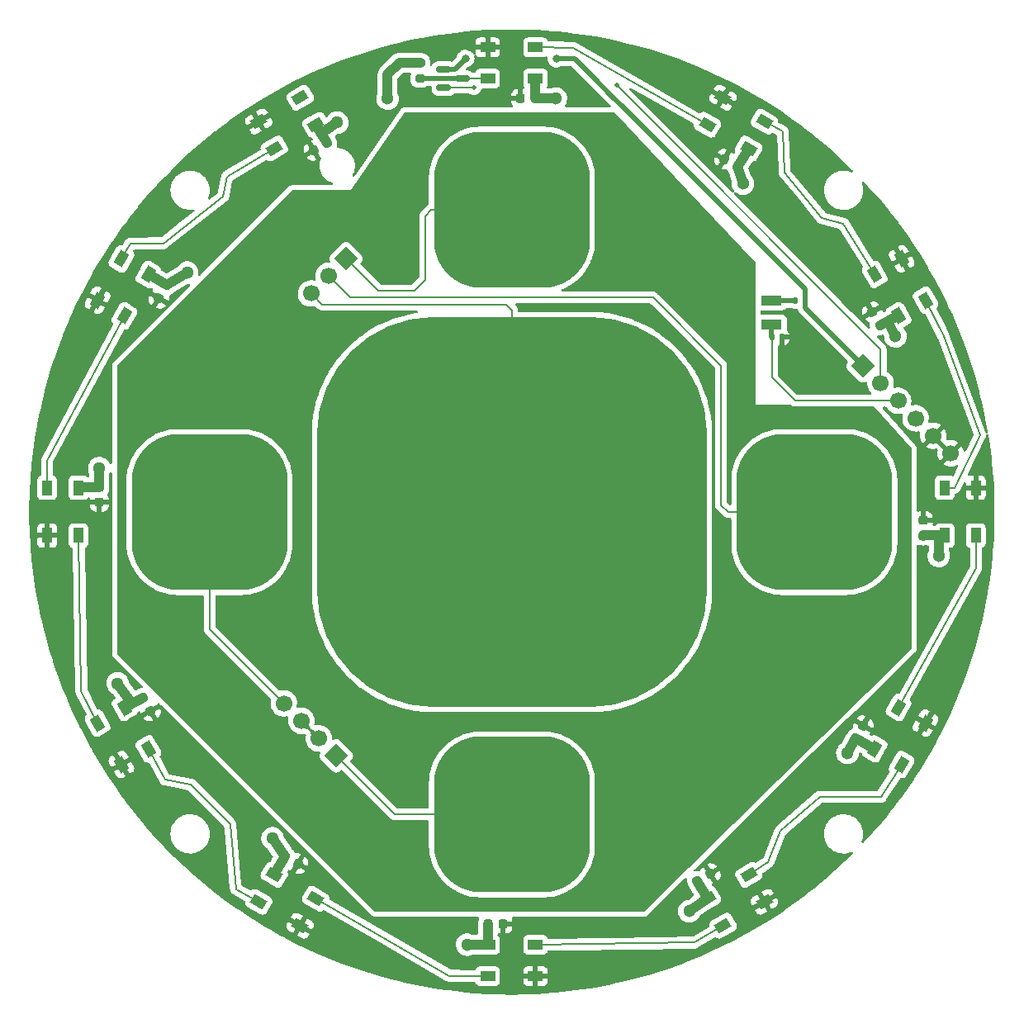
<source format=gtl>
G04 #@! TF.GenerationSoftware,KiCad,Pcbnew,6.0.11-2627ca5db0~126~ubuntu20.04.1*
G04 #@! TF.CreationDate,2023-04-28T08:06:44+02:00*
G04 #@! TF.ProjectId,Semafor_top,53656d61-666f-4725-9f74-6f702e6b6963,rev?*
G04 #@! TF.SameCoordinates,Original*
G04 #@! TF.FileFunction,Copper,L1,Top*
G04 #@! TF.FilePolarity,Positive*
%FSLAX46Y46*%
G04 Gerber Fmt 4.6, Leading zero omitted, Abs format (unit mm)*
G04 Created by KiCad (PCBNEW 6.0.11-2627ca5db0~126~ubuntu20.04.1) date 2023-04-28 08:06:44*
%MOMM*%
%LPD*%
G01*
G04 APERTURE LIST*
G04 Aperture macros list*
%AMRoundRect*
0 Rectangle with rounded corners*
0 $1 Rounding radius*
0 $2 $3 $4 $5 $6 $7 $8 $9 X,Y pos of 4 corners*
0 Add a 4 corners polygon primitive as box body*
4,1,4,$2,$3,$4,$5,$6,$7,$8,$9,$2,$3,0*
0 Add four circle primitives for the rounded corners*
1,1,$1+$1,$2,$3*
1,1,$1+$1,$4,$5*
1,1,$1+$1,$6,$7*
1,1,$1+$1,$8,$9*
0 Add four rect primitives between the rounded corners*
20,1,$1+$1,$2,$3,$4,$5,0*
20,1,$1+$1,$4,$5,$6,$7,0*
20,1,$1+$1,$6,$7,$8,$9,0*
20,1,$1+$1,$8,$9,$2,$3,0*%
%AMHorizOval*
0 Thick line with rounded ends*
0 $1 width*
0 $2 $3 position (X,Y) of the first rounded end (center of the circle)*
0 $4 $5 position (X,Y) of the second rounded end (center of the circle)*
0 Add line between two ends*
20,1,$1,$2,$3,$4,$5,0*
0 Add two circle primitives to create the rounded ends*
1,1,$1,$2,$3*
1,1,$1,$4,$5*%
%AMRotRect*
0 Rectangle, with rotation*
0 The origin of the aperture is its center*
0 $1 length*
0 $2 width*
0 $3 Rotation angle, in degrees counterclockwise*
0 Add horizontal line*
21,1,$1,$2,0,0,$3*%
G04 Aperture macros list end*
G04 #@! TA.AperFunction,SMDPad,CuDef*
%ADD10R,1.000000X1.500000*%
G04 #@! TD*
G04 #@! TA.AperFunction,SMDPad,CuDef*
%ADD11RoundRect,0.135000X-0.135000X-0.185000X0.135000X-0.185000X0.135000X0.185000X-0.135000X0.185000X0*%
G04 #@! TD*
G04 #@! TA.AperFunction,SMDPad,CuDef*
%ADD12RoundRect,0.200000X-0.275000X0.200000X-0.275000X-0.200000X0.275000X-0.200000X0.275000X0.200000X0*%
G04 #@! TD*
G04 #@! TA.AperFunction,SMDPad,CuDef*
%ADD13RotRect,1.500000X1.000000X210.000000*%
G04 #@! TD*
G04 #@! TA.AperFunction,SMDPad,CuDef*
%ADD14RoundRect,0.135000X0.135000X0.185000X-0.135000X0.185000X-0.135000X-0.185000X0.135000X-0.185000X0*%
G04 #@! TD*
G04 #@! TA.AperFunction,SMDPad,CuDef*
%ADD15R,1.500000X1.000000*%
G04 #@! TD*
G04 #@! TA.AperFunction,SMDPad,CuDef*
%ADD16RoundRect,0.225000X-0.225000X-0.250000X0.225000X-0.250000X0.225000X0.250000X-0.225000X0.250000X0*%
G04 #@! TD*
G04 #@! TA.AperFunction,SMDPad,CuDef*
%ADD17RoundRect,4.800000X-3.200000X-3.200000X3.200000X-3.200000X3.200000X3.200000X-3.200000X3.200000X0*%
G04 #@! TD*
G04 #@! TA.AperFunction,SMDPad,CuDef*
%ADD18RotRect,1.500000X1.000000X330.000000*%
G04 #@! TD*
G04 #@! TA.AperFunction,SMDPad,CuDef*
%ADD19RoundRect,0.225000X0.104006X-0.319856X0.329006X0.069856X-0.104006X0.319856X-0.329006X-0.069856X0*%
G04 #@! TD*
G04 #@! TA.AperFunction,SMDPad,CuDef*
%ADD20RoundRect,0.225000X-0.329006X0.069856X-0.104006X-0.319856X0.329006X-0.069856X0.104006X0.319856X0*%
G04 #@! TD*
G04 #@! TA.AperFunction,SMDPad,CuDef*
%ADD21RoundRect,0.225000X-0.319856X-0.104006X0.069856X-0.329006X0.319856X0.104006X-0.069856X0.329006X0*%
G04 #@! TD*
G04 #@! TA.AperFunction,SMDPad,CuDef*
%ADD22RoundRect,0.225000X-0.104006X0.319856X-0.329006X-0.069856X0.104006X-0.319856X0.329006X0.069856X0*%
G04 #@! TD*
G04 #@! TA.AperFunction,SMDPad,CuDef*
%ADD23RoundRect,0.225000X0.329006X-0.069856X0.104006X0.319856X-0.329006X0.069856X-0.104006X-0.319856X0*%
G04 #@! TD*
G04 #@! TA.AperFunction,SMDPad,CuDef*
%ADD24C,2.000000*%
G04 #@! TD*
G04 #@! TA.AperFunction,SMDPad,CuDef*
%ADD25RoundRect,0.225000X0.225000X0.250000X-0.225000X0.250000X-0.225000X-0.250000X0.225000X-0.250000X0*%
G04 #@! TD*
G04 #@! TA.AperFunction,SMDPad,CuDef*
%ADD26RotRect,1.500000X1.000000X30.000000*%
G04 #@! TD*
G04 #@! TA.AperFunction,SMDPad,CuDef*
%ADD27RoundRect,0.225000X-0.069856X-0.329006X0.319856X-0.104006X0.069856X0.329006X-0.319856X0.104006X0*%
G04 #@! TD*
G04 #@! TA.AperFunction,SMDPad,CuDef*
%ADD28RotRect,1.500000X1.000000X60.000000*%
G04 #@! TD*
G04 #@! TA.AperFunction,SMDPad,CuDef*
%ADD29RoundRect,0.225000X-0.250000X0.225000X-0.250000X-0.225000X0.250000X-0.225000X0.250000X0.225000X0*%
G04 #@! TD*
G04 #@! TA.AperFunction,SMDPad,CuDef*
%ADD30RoundRect,0.225000X0.319856X0.104006X-0.069856X0.329006X-0.319856X-0.104006X0.069856X-0.329006X0*%
G04 #@! TD*
G04 #@! TA.AperFunction,SMDPad,CuDef*
%ADD31RoundRect,0.225000X0.250000X-0.225000X0.250000X0.225000X-0.250000X0.225000X-0.250000X-0.225000X0*%
G04 #@! TD*
G04 #@! TA.AperFunction,SMDPad,CuDef*
%ADD32RoundRect,0.150000X-0.587500X-0.150000X0.587500X-0.150000X0.587500X0.150000X-0.587500X0.150000X0*%
G04 #@! TD*
G04 #@! TA.AperFunction,SMDPad,CuDef*
%ADD33RotRect,1.500000X1.000000X150.000000*%
G04 #@! TD*
G04 #@! TA.AperFunction,SMDPad,CuDef*
%ADD34RoundRect,12.000000X-8.000000X-8.000000X8.000000X-8.000000X8.000000X8.000000X-8.000000X8.000000X0*%
G04 #@! TD*
G04 #@! TA.AperFunction,SMDPad,CuDef*
%ADD35RotRect,1.500000X1.000000X120.000000*%
G04 #@! TD*
G04 #@! TA.AperFunction,SMDPad,CuDef*
%ADD36RoundRect,0.225000X0.069856X0.329006X-0.319856X0.104006X-0.069856X-0.329006X0.319856X-0.104006X0*%
G04 #@! TD*
G04 #@! TA.AperFunction,SMDPad,CuDef*
%ADD37R,2.100000X1.000000*%
G04 #@! TD*
G04 #@! TA.AperFunction,SMDPad,CuDef*
%ADD38RotRect,1.500000X1.000000X300.000000*%
G04 #@! TD*
G04 #@! TA.AperFunction,SMDPad,CuDef*
%ADD39RotRect,1.500000X1.000000X240.000000*%
G04 #@! TD*
G04 #@! TA.AperFunction,ComponentPad*
%ADD40RotRect,1.700000X1.700000X45.000000*%
G04 #@! TD*
G04 #@! TA.AperFunction,ComponentPad*
%ADD41HorizOval,1.700000X0.000000X0.000000X0.000000X0.000000X0*%
G04 #@! TD*
G04 #@! TA.AperFunction,ComponentPad*
%ADD42RotRect,1.700000X1.700000X225.000000*%
G04 #@! TD*
G04 #@! TA.AperFunction,ComponentPad*
%ADD43HorizOval,1.700000X0.000000X0.000000X0.000000X0.000000X0*%
G04 #@! TD*
G04 #@! TA.AperFunction,ComponentPad*
%ADD44RotRect,1.700000X1.700000X135.000000*%
G04 #@! TD*
G04 #@! TA.AperFunction,ComponentPad*
%ADD45HorizOval,1.700000X0.000000X0.000000X0.000000X0.000000X0*%
G04 #@! TD*
G04 #@! TA.AperFunction,ViaPad*
%ADD46C,0.800000*%
G04 #@! TD*
G04 #@! TA.AperFunction,ViaPad*
%ADD47C,0.500000*%
G04 #@! TD*
G04 #@! TA.AperFunction,ViaPad*
%ADD48C,1.300000*%
G04 #@! TD*
G04 #@! TA.AperFunction,Conductor*
%ADD49C,0.500000*%
G04 #@! TD*
G04 #@! TA.AperFunction,Conductor*
%ADD50C,0.200000*%
G04 #@! TD*
G04 #@! TA.AperFunction,Conductor*
%ADD51C,1.000000*%
G04 #@! TD*
G04 APERTURE END LIST*
D10*
G04 #@! TO.P,D4,1,VDD*
G04 #@! TO.N,Board_0-PWR_LED_T*
X193360000Y-101410000D03*
G04 #@! TO.P,D4,2,DOUT*
G04 #@! TO.N,Board_0-Net-(D4-Pad2)*
X196560000Y-101410000D03*
G04 #@! TO.P,D4,3,VSS*
G04 #@! TO.N,Board_0-GND_T*
X196560000Y-96510000D03*
G04 #@! TO.P,D4,4,DIN*
G04 #@! TO.N,Board_0-Net-(D3-Pad2)*
X193360000Y-96510000D03*
G04 #@! TD*
D11*
G04 #@! TO.P,R27,1*
G04 #@! TO.N,Board_0-PHOTOTRANZISTOR_T*
X175650000Y-81085000D03*
G04 #@! TO.P,R27,2*
G04 #@! TO.N,Board_0-GND_T*
X176670000Y-81085000D03*
G04 #@! TD*
D12*
G04 #@! TO.P,R4,1*
G04 #@! TO.N,Board_0-PWR_LED_T*
X139590000Y-52915000D03*
G04 #@! TO.P,R4,2*
G04 #@! TO.N,Board_0-DATA_LED_OUT*
X139590000Y-54565000D03*
G04 #@! TD*
D13*
G04 #@! TO.P,D12,1,VDD*
G04 #@! TO.N,Board_0-PWR_LED_T*
X128881761Y-59283472D03*
G04 #@! TO.P,D12,2,DOUT*
G04 #@! TO.N,Board_0-unconnected-(D12-Pad2)*
X127281761Y-56512190D03*
G04 #@! TO.P,D12,3,VSS*
G04 #@! TO.N,Board_0-GND_T*
X123038237Y-58962190D03*
G04 #@! TO.P,D12,4,DIN*
G04 #@! TO.N,Board_0-Net-(D11-Pad2)*
X124638237Y-61733472D03*
G04 #@! TD*
D14*
G04 #@! TO.P,R26,1*
G04 #@! TO.N,Board_0-3V3_T*
X179060000Y-77300000D03*
G04 #@! TO.P,R26,2*
G04 #@! TO.N,Board_0-Net-(Q5-Pad1)*
X178040000Y-77300000D03*
G04 #@! TD*
D15*
G04 #@! TO.P,D7,1,VDD*
G04 #@! TO.N,Board_0-PWR_LED_T*
X146510000Y-143360000D03*
G04 #@! TO.P,D7,2,DOUT*
G04 #@! TO.N,Board_0-Net-(D7-Pad2)*
X146510000Y-146560000D03*
G04 #@! TO.P,D7,3,VSS*
G04 #@! TO.N,Board_0-GND_T*
X151410000Y-146560000D03*
G04 #@! TO.P,D7,4,DIN*
G04 #@! TO.N,Board_0-Net-(D6-Pad2)*
X151410000Y-143360000D03*
G04 #@! TD*
D16*
G04 #@! TO.P,C24,1*
G04 #@! TO.N,Board_0-PWR_LED_T*
X146535000Y-141240000D03*
G04 #@! TO.P,C24,2*
G04 #@! TO.N,Board_0-GND_T*
X148085000Y-141240000D03*
G04 #@! TD*
D17*
G04 #@! TO.P,BTN5_LEFT1,1,1*
G04 #@! TO.N,Board_0-BTN_LEFT_T*
X118000000Y-99000000D03*
G04 #@! TD*
G04 #@! TO.P,BTN2_UP1,1,1*
G04 #@! TO.N,Board_0-BTN_UP_T*
X149000000Y-68000000D03*
G04 #@! TD*
D18*
G04 #@! TO.P,D8,1,VDD*
G04 #@! TO.N,Board_0-PWR_LED_T*
X124638238Y-136186527D03*
G04 #@! TO.P,D8,2,DOUT*
G04 #@! TO.N,Board_0-Net-(D8-Pad2)*
X123038238Y-138957809D03*
G04 #@! TO.P,D8,3,VSS*
G04 #@! TO.N,Board_0-GND_T*
X127281762Y-141407809D03*
G04 #@! TO.P,D8,4,DIN*
G04 #@! TO.N,Board_0-Net-(D7-Pad2)*
X128881762Y-138636527D03*
G04 #@! TD*
D19*
G04 #@! TO.P,C20,1*
G04 #@! TO.N,Board_0-PWR_LED_T*
X184245000Y-122232340D03*
G04 #@! TO.P,C20,2*
G04 #@! TO.N,Board_0-GND_T*
X185020000Y-120890000D03*
G04 #@! TD*
D17*
G04 #@! TO.P,BTN3_DOWN1,1,1*
G04 #@! TO.N,Board_0-BTN_DOWN_T*
X149000000Y-130000000D03*
G04 #@! TD*
D20*
G04 #@! TO.P,C18,1*
G04 #@! TO.N,Board_0-PWR_LED_T*
X111162500Y-118058830D03*
G04 #@! TO.P,C18,2*
G04 #@! TO.N,Board_0-GND_T*
X111937500Y-119401170D03*
G04 #@! TD*
D21*
G04 #@! TO.P,C21,1*
G04 #@! TO.N,Board_0-PWR_LED_T*
X125718830Y-134282500D03*
G04 #@! TO.P,C21,2*
G04 #@! TO.N,Board_0-GND_T*
X127061170Y-135057500D03*
G04 #@! TD*
D22*
G04 #@! TO.P,C19,1*
G04 #@! TO.N,Board_0-PWR_LED_T*
X113577500Y-75748830D03*
G04 #@! TO.P,C19,2*
G04 #@! TO.N,Board_0-GND_T*
X112802500Y-77091170D03*
G04 #@! TD*
D23*
G04 #@! TO.P,C15,1*
G04 #@! TO.N,Board_0-PWR_LED_T*
X186737500Y-79831170D03*
G04 #@! TO.P,C15,2*
G04 #@! TO.N,Board_0-GND_T*
X185962500Y-78488830D03*
G04 #@! TD*
D24*
G04 #@! TO.P,TP1,1,1*
G04 #@! TO.N,Board_0-GUARD_T*
X121500000Y-75000000D03*
G04 #@! TD*
D25*
G04 #@! TO.P,C23,1*
G04 #@! TO.N,Board_0-PWR_LED_T*
X151445000Y-56580000D03*
G04 #@! TO.P,C23,2*
G04 #@! TO.N,Board_0-GND_T*
X149895000Y-56580000D03*
G04 #@! TD*
D26*
G04 #@! TO.P,D6,1,VDD*
G04 #@! TO.N,Board_0-PWR_LED_T*
X169038238Y-138636527D03*
G04 #@! TO.P,D6,2,DOUT*
G04 #@! TO.N,Board_0-Net-(D6-Pad2)*
X170638238Y-141407809D03*
G04 #@! TO.P,D6,3,VSS*
G04 #@! TO.N,Board_0-GND_T*
X174881762Y-138957809D03*
G04 #@! TO.P,D6,4,DIN*
G04 #@! TO.N,Board_0-Net-(D5-Pad2)*
X173281762Y-136186527D03*
G04 #@! TD*
D27*
G04 #@! TO.P,C11,1*
G04 #@! TO.N,Board_0-PWR_LED_T*
X167998830Y-136857500D03*
G04 #@! TO.P,C11,2*
G04 #@! TO.N,Board_0-GND_T*
X169341170Y-136082500D03*
G04 #@! TD*
D28*
G04 #@! TO.P,D5,1,VDD*
G04 #@! TO.N,Board_0-PWR_LED_T*
X186186527Y-123281761D03*
G04 #@! TO.P,D5,2,DOUT*
G04 #@! TO.N,Board_0-Net-(D5-Pad2)*
X188957809Y-124881761D03*
G04 #@! TO.P,D5,3,VSS*
G04 #@! TO.N,Board_0-GND_T*
X191407809Y-120638237D03*
G04 #@! TO.P,D5,4,DIN*
G04 #@! TO.N,Board_0-Net-(D4-Pad2)*
X188636527Y-119038237D03*
G04 #@! TD*
D29*
G04 #@! TO.P,C17,1*
G04 #@! TO.N,Board_0-PWR_LED_T*
X106700000Y-96465000D03*
G04 #@! TO.P,C17,2*
G04 #@! TO.N,Board_0-GND_T*
X106700000Y-98015000D03*
G04 #@! TD*
D30*
G04 #@! TO.P,C16,1*
G04 #@! TO.N,Board_0-PWR_LED_T*
X172141170Y-63597500D03*
G04 #@! TO.P,C16,2*
G04 #@! TO.N,Board_0-GND_T*
X170798830Y-62822500D03*
G04 #@! TD*
D17*
G04 #@! TO.P,BTN4_RIGHT1,1,1*
G04 #@! TO.N,Board_0-BTN_RIGHT_T*
X180000000Y-99000000D03*
G04 #@! TD*
D31*
G04 #@! TO.P,C22,1*
G04 #@! TO.N,Board_0-PWR_LED_T*
X191170000Y-101425000D03*
G04 #@! TO.P,C22,2*
G04 #@! TO.N,Board_0-GND_T*
X191170000Y-99875000D03*
G04 #@! TD*
D32*
G04 #@! TO.P,Q1,1,G*
G04 #@! TO.N,Board_0-3V3_T*
X142012500Y-53600000D03*
G04 #@! TO.P,Q1,2,S*
G04 #@! TO.N,Board_0-DATA_LED_T*
X142012500Y-55500000D03*
G04 #@! TO.P,Q1,3,D*
G04 #@! TO.N,Board_0-DATA_LED_OUT*
X143887500Y-54550000D03*
G04 #@! TD*
D33*
G04 #@! TO.P,D2,1,VDD*
G04 #@! TO.N,Board_0-PWR_LED_T*
X173281762Y-61733472D03*
G04 #@! TO.P,D2,2,DOUT*
G04 #@! TO.N,Board_0-Net-(D2-Pad2)*
X174881762Y-58962190D03*
G04 #@! TO.P,D2,3,VSS*
G04 #@! TO.N,Board_0-GND_T*
X170638238Y-56512190D03*
G04 #@! TO.P,D2,4,DIN*
G04 #@! TO.N,Board_0-Net-(D1-Pad2)*
X169038238Y-59283472D03*
G04 #@! TD*
D34*
G04 #@! TO.P,BTN1_ENTER1,1,1*
G04 #@! TO.N,Board_0-BTN_ENTER_T*
X149000000Y-99000000D03*
G04 #@! TD*
D10*
G04 #@! TO.P,D10,1,VDD*
G04 #@! TO.N,Board_0-PWR_LED_T*
X104560000Y-96510000D03*
G04 #@! TO.P,D10,2,DOUT*
G04 #@! TO.N,Board_0-Net-(D10-Pad2)*
X101360000Y-96510000D03*
G04 #@! TO.P,D10,3,VSS*
G04 #@! TO.N,Board_0-GND_T*
X101360000Y-101410000D03*
G04 #@! TO.P,D10,4,DIN*
G04 #@! TO.N,Board_0-Net-(D10-Pad4)*
X104560000Y-101410000D03*
G04 #@! TD*
D35*
G04 #@! TO.P,D3,1,VDD*
G04 #@! TO.N,Board_0-PWR_LED_T*
X188636527Y-78881762D03*
G04 #@! TO.P,D3,2,DOUT*
G04 #@! TO.N,Board_0-Net-(D3-Pad2)*
X191407809Y-77281762D03*
G04 #@! TO.P,D3,3,VSS*
G04 #@! TO.N,Board_0-GND_T*
X188957809Y-73038238D03*
G04 #@! TO.P,D3,4,DIN*
G04 #@! TO.N,Board_0-Net-(D2-Pad2)*
X186186527Y-74638238D03*
G04 #@! TD*
D36*
G04 #@! TO.P,C12,1*
G04 #@! TO.N,Board_0-PWR_LED_T*
X130041170Y-61152500D03*
G04 #@! TO.P,C12,2*
G04 #@! TO.N,Board_0-GND_T*
X128698830Y-61927500D03*
G04 #@! TD*
D37*
G04 #@! TO.P,Q5,1,C*
G04 #@! TO.N,Board_0-Net-(Q5-Pad1)*
X175630000Y-77290000D03*
G04 #@! TO.P,Q5,2,E*
G04 #@! TO.N,Board_0-PHOTOTRANZISTOR_T*
X175630000Y-79790000D03*
G04 #@! TD*
D15*
G04 #@! TO.P,D1,1,VDD*
G04 #@! TO.N,Board_0-PWR_LED_T*
X151410000Y-54560000D03*
G04 #@! TO.P,D1,2,DOUT*
G04 #@! TO.N,Board_0-Net-(D1-Pad2)*
X151410000Y-51360000D03*
G04 #@! TO.P,D1,3,VSS*
G04 #@! TO.N,Board_0-GND_T*
X146510000Y-51360000D03*
G04 #@! TO.P,D1,4,DIN*
G04 #@! TO.N,Board_0-DATA_LED_OUT*
X146510000Y-54560000D03*
G04 #@! TD*
D38*
G04 #@! TO.P,D9,1,VDD*
G04 #@! TO.N,Board_0-PWR_LED_T*
X109283472Y-119038238D03*
G04 #@! TO.P,D9,2,DOUT*
G04 #@! TO.N,Board_0-Net-(D10-Pad4)*
X106512190Y-120638238D03*
G04 #@! TO.P,D9,3,VSS*
G04 #@! TO.N,Board_0-GND_T*
X108962190Y-124881762D03*
G04 #@! TO.P,D9,4,DIN*
G04 #@! TO.N,Board_0-Net-(D8-Pad2)*
X111733472Y-123281762D03*
G04 #@! TD*
D39*
G04 #@! TO.P,D11,1,VDD*
G04 #@! TO.N,Board_0-PWR_LED_T*
X111733472Y-74638238D03*
G04 #@! TO.P,D11,2,DOUT*
G04 #@! TO.N,Board_0-Net-(D11-Pad2)*
X108962190Y-73038238D03*
G04 #@! TO.P,D11,3,VSS*
G04 #@! TO.N,Board_0-GND_T*
X106512190Y-77281762D03*
G04 #@! TO.P,D11,4,DIN*
G04 #@! TO.N,Board_0-Net-(D10-Pad2)*
X109283472Y-78881762D03*
G04 #@! TD*
D40*
G04 #@! TO.P,J7,1,Pin_1*
G04 #@! TO.N,Board_0-BTN_DOWN_T*
X131000000Y-124000000D03*
D41*
G04 #@! TO.P,J7,2,Pin_2*
G04 #@! TO.N,Board_0-GND_T*
X129203949Y-122203949D03*
G04 #@! TO.P,J7,3,Pin_3*
X127407898Y-120407898D03*
G04 #@! TO.P,J7,4,Pin_4*
G04 #@! TO.N,Board_0-BTN_LEFT_T*
X125611846Y-118611846D03*
G04 #@! TD*
D42*
G04 #@! TO.P,J6,1,Pin_1*
G04 #@! TO.N,Board_0-3V3_T*
X185000000Y-84000000D03*
D43*
G04 #@! TO.P,J6,2,Pin_2*
G04 #@! TO.N,Board_0-DATA_LED_T*
X186796051Y-85796051D03*
G04 #@! TO.P,J6,3,Pin_3*
G04 #@! TO.N,Board_0-PHOTOTRANZISTOR_T*
X188592102Y-87592102D03*
G04 #@! TO.P,J6,4,Pin_4*
G04 #@! TO.N,Board_0-PWR_LED_T*
X190388154Y-89388154D03*
G04 #@! TO.P,J6,5,Pin_5*
G04 #@! TO.N,Board_0-GND_T*
X192184205Y-91184205D03*
G04 #@! TO.P,J6,6,Pin_6*
X193980256Y-92980256D03*
G04 #@! TD*
D44*
G04 #@! TO.P,J5,1,Pin_1*
G04 #@! TO.N,Board_0-BTN_UP_T*
X132000000Y-73000000D03*
D45*
G04 #@! TO.P,J5,2,Pin_2*
G04 #@! TO.N,Board_0-BTN_RIGHT_T*
X130203949Y-74796051D03*
G04 #@! TO.P,J5,3,Pin_3*
G04 #@! TO.N,Board_0-BTN_ENTER_T*
X128407898Y-76592102D03*
G04 #@! TO.P,J5,4,Pin_4*
G04 #@! TO.N,Board_0-GUARD_T*
X126611846Y-78388154D03*
G04 #@! TD*
D46*
G04 #@! TO.N,Board_0-3V3_T*
X153550000Y-52500000D03*
X144250000Y-52500000D03*
D47*
G04 #@! TO.N,Board_0-DATA_LED_T*
X159750000Y-55250000D03*
X145100000Y-55500000D03*
D46*
G04 #@! TO.N,Board_0-GND_T*
X121400000Y-59900000D03*
X168850000Y-55450000D03*
X144610000Y-51350000D03*
X129050000Y-142450000D03*
X101350000Y-103270000D03*
X105550000Y-78950000D03*
X109950000Y-126600000D03*
X187950000Y-71250000D03*
X176550000Y-138000000D03*
X196560000Y-94440000D03*
X153510000Y-146560000D03*
X178000000Y-81100000D03*
X192400000Y-118950000D03*
D48*
G04 #@! TO.N,Board_0-PWR_LED_T*
X136250000Y-56600000D03*
X188325000Y-80975000D03*
X167175000Y-139925000D03*
X106700000Y-94500000D03*
X115700000Y-74450000D03*
X131075000Y-59075000D03*
X172675000Y-65325000D03*
X153500000Y-56600000D03*
X144400000Y-143350000D03*
X192750000Y-103500000D03*
X124450000Y-132450000D03*
X108575000Y-116575000D03*
X183400000Y-123700000D03*
G04 #@! TD*
D49*
G04 #@! TO.N,Board_0-3V3_T*
X179060000Y-78060000D02*
X179060000Y-77300000D01*
X155400000Y-52500000D02*
X153550000Y-52500000D01*
X179060000Y-77300000D02*
X179060000Y-76160000D01*
X160450000Y-57550000D02*
X159275000Y-56375000D01*
X159275000Y-56375000D02*
X157400000Y-54500000D01*
X143150000Y-53600000D02*
X142012500Y-53600000D01*
X177000000Y-74100000D02*
X160450000Y-57550000D01*
X144250000Y-52500000D02*
X143150000Y-53600000D01*
X157400000Y-54500000D02*
X155400000Y-52500000D01*
X179060000Y-76160000D02*
X177000000Y-74100000D01*
X185000000Y-84000000D02*
X179060000Y-78060000D01*
D50*
G04 #@! TO.N,Board_0-BTN_DOWN_T*
X131000000Y-124000000D02*
X137000000Y-130000000D01*
X137000000Y-130000000D02*
X139500000Y-130000000D01*
X149000000Y-130000000D02*
X139500000Y-130000000D01*
G04 #@! TO.N,Board_0-BTN_ENTER_T*
X129565796Y-77750000D02*
X128407898Y-76592102D01*
X149000000Y-99000000D02*
X149000000Y-78300000D01*
X149000000Y-78300000D02*
X148450000Y-77750000D01*
X148450000Y-77750000D02*
X129565796Y-77750000D01*
G04 #@! TO.N,Board_0-BTN_LEFT_T*
X125611846Y-118611846D02*
X118000000Y-111000000D01*
X118000000Y-99000000D02*
X118000000Y-108400000D01*
X118000000Y-111000000D02*
X118000000Y-108400000D01*
G04 #@! TO.N,Board_0-BTN_RIGHT_T*
X132407898Y-77000000D02*
X130203949Y-74796051D01*
X163460000Y-77000000D02*
X132407898Y-77000000D01*
X180000000Y-99000000D02*
X171160000Y-99000000D01*
X170450000Y-98290000D02*
X170450000Y-83990000D01*
X170450000Y-83990000D02*
X163460000Y-77000000D01*
X171160000Y-99000000D02*
X170450000Y-98290000D01*
G04 #@! TO.N,Board_0-BTN_UP_T*
X140100000Y-75200000D02*
X139000000Y-76300000D01*
X140750000Y-68000000D02*
X140100000Y-68650000D01*
X140100000Y-68650000D02*
X140100000Y-75200000D01*
X149000000Y-68000000D02*
X140750000Y-68000000D01*
X139000000Y-76300000D02*
X135300000Y-76300000D01*
X135300000Y-76300000D02*
X132000000Y-73000000D01*
G04 #@! TO.N,Board_0-DATA_LED_OUT*
X143897500Y-54560000D02*
X143887500Y-54550000D01*
X146510000Y-54560000D02*
X143897500Y-54560000D01*
D49*
X139590000Y-54565000D02*
X143872500Y-54565000D01*
X143872500Y-54565000D02*
X143887500Y-54550000D01*
D50*
G04 #@! TO.N,Board_0-DATA_LED_T*
X145100000Y-55500000D02*
X142012500Y-55500000D01*
X159750000Y-55250000D02*
X186796051Y-82296051D01*
X186796051Y-82296051D02*
X186796051Y-85796051D01*
D49*
G04 #@! TO.N,Board_0-GND_T*
X123038237Y-58962190D02*
X121400000Y-59900000D01*
X125050000Y-138350000D02*
X125550000Y-140400000D01*
X107750000Y-75250000D02*
X106512190Y-77281762D01*
X149895000Y-56580000D02*
X149895000Y-52385000D01*
X101360000Y-103260000D02*
X101350000Y-103270000D01*
X108150000Y-123400000D02*
X108962190Y-124881762D01*
X169341170Y-136082500D02*
X171100000Y-139250000D01*
X127061170Y-135057500D02*
X125050000Y-138350000D01*
X195155000Y-99875000D02*
X196560000Y-98470000D01*
X196560000Y-96510000D02*
X196560000Y-94440000D01*
X101360000Y-98930000D02*
X101360000Y-101410000D01*
X176670000Y-81085000D02*
X177985000Y-81085000D01*
X112802500Y-77091170D02*
X109350000Y-75050000D01*
X190550000Y-121950000D02*
X191407809Y-120638237D01*
X108650000Y-121250000D02*
X108150000Y-123400000D01*
X191407809Y-120638237D02*
X192400000Y-118950000D01*
X125550000Y-140400000D02*
X127281762Y-141407809D01*
X108962190Y-124881762D02*
X109950000Y-126600000D01*
X189750000Y-74550000D02*
X188957809Y-73038238D01*
X189600000Y-76250000D02*
X189750000Y-74550000D01*
X106512190Y-77281762D02*
X105550000Y-78950000D01*
X144620000Y-51360000D02*
X144610000Y-51350000D01*
X174881762Y-138957809D02*
X176550000Y-138000000D01*
X185962500Y-78488830D02*
X189600000Y-76250000D01*
X191170000Y-99875000D02*
X195155000Y-99875000D01*
X188957809Y-73038238D02*
X187950000Y-71250000D01*
X173250000Y-139850000D02*
X174881762Y-138957809D01*
X128698830Y-61927500D02*
X126850000Y-58700000D01*
X170638238Y-56512190D02*
X168850000Y-55450000D01*
X172550000Y-57650000D02*
X170638238Y-56512190D01*
X101360000Y-101410000D02*
X101360000Y-103260000D01*
X196560000Y-98470000D02*
X196560000Y-96510000D01*
X172900000Y-59200000D02*
X172550000Y-57650000D01*
X127281762Y-141407809D02*
X129050000Y-142450000D01*
X148085000Y-141240000D02*
X148085000Y-145015000D01*
X109350000Y-75050000D02*
X107750000Y-75250000D01*
X185020000Y-120890000D02*
X188000000Y-122500000D01*
X188000000Y-122500000D02*
X190550000Y-121950000D01*
X170798830Y-62822500D02*
X172900000Y-59200000D01*
X149895000Y-52385000D02*
X148870000Y-51360000D01*
X148870000Y-51360000D02*
X146510000Y-51360000D01*
X177985000Y-81085000D02*
X178000000Y-81100000D01*
X148085000Y-145015000D02*
X149630000Y-146560000D01*
X149630000Y-146560000D02*
X151410000Y-146560000D01*
X124750000Y-58000000D02*
X123038237Y-58962190D01*
X171100000Y-139250000D02*
X173250000Y-139850000D01*
X146510000Y-51360000D02*
X144620000Y-51360000D01*
X126850000Y-58700000D02*
X124750000Y-58000000D01*
X102275000Y-98015000D02*
X101360000Y-98930000D01*
X151410000Y-146560000D02*
X153510000Y-146560000D01*
X106700000Y-98015000D02*
X102275000Y-98015000D01*
X111937500Y-119401170D02*
X108650000Y-121250000D01*
D50*
G04 #@! TO.N,Board_0-Net-(D1-Pad2)*
X151410000Y-51360000D02*
X155250000Y-51400000D01*
X155250000Y-51400000D02*
X169038238Y-59283472D01*
G04 #@! TO.N,Board_0-Net-(D10-Pad2)*
X101360000Y-96510000D02*
X101350000Y-93750000D01*
X101350000Y-93750000D02*
X109283472Y-78881762D01*
G04 #@! TO.N,Board_0-Net-(D10-Pad4)*
X104850000Y-117350000D02*
X106512190Y-120638238D01*
X104560000Y-101410000D02*
X104850000Y-117350000D01*
G04 #@! TO.N,Board_0-Net-(D11-Pad2)*
X108962190Y-73038238D02*
X109850000Y-71500000D01*
X109850000Y-71500000D02*
X113250000Y-71450000D01*
X119800000Y-64600000D02*
X124638237Y-61733472D01*
X119400000Y-66650000D02*
X119800000Y-64600000D01*
X113250000Y-71450000D02*
X119400000Y-66650000D01*
G04 #@! TO.N,Board_0-Net-(D2-Pad2)*
X176950000Y-64200000D02*
X180750000Y-68850000D01*
X180750000Y-68850000D02*
X183000000Y-69450000D01*
X183000000Y-69450000D02*
X186186527Y-74638238D01*
X176750000Y-60000000D02*
X176950000Y-64200000D01*
X174881762Y-58962190D02*
X176750000Y-60000000D01*
G04 #@! TO.N,Board_0-Net-(D3-Pad2)*
X197000000Y-91100000D02*
X194400000Y-96500000D01*
X193250000Y-81000000D02*
X191407809Y-77281762D01*
X193250000Y-81000000D02*
X197000000Y-91100000D01*
X194400000Y-96500000D02*
X193360000Y-96510000D01*
G04 #@! TO.N,Board_0-Net-(D4-Pad2)*
X196560000Y-101410000D02*
X196600000Y-104750000D01*
X196600000Y-104750000D02*
X188636527Y-119038237D01*
G04 #@! TO.N,Board_0-Net-(D5-Pad2)*
X188957809Y-124881761D02*
X186850000Y-128200000D01*
X180550000Y-128200000D02*
X176550000Y-131700000D01*
X176550000Y-131700000D02*
X175250000Y-134900000D01*
X175250000Y-134900000D02*
X173281762Y-136186527D01*
X186850000Y-128200000D02*
X180550000Y-128200000D01*
G04 #@! TO.N,Board_0-Net-(D6-Pad2)*
X167700000Y-143150000D02*
X151410000Y-143360000D01*
X170638238Y-141407809D02*
X167700000Y-143150000D01*
G04 #@! TO.N,Board_0-Net-(D7-Pad2)*
X146510000Y-146560000D02*
X142600000Y-146550000D01*
X142600000Y-146550000D02*
X128881762Y-138636527D01*
G04 #@! TO.N,Board_0-Net-(D8-Pad2)*
X116100000Y-126950000D02*
X113450000Y-126450000D01*
X123038238Y-138957809D02*
X120700000Y-137650000D01*
X113450000Y-126450000D02*
X111733472Y-123281762D01*
X120700000Y-137650000D02*
X120100000Y-131000000D01*
X120100000Y-131000000D02*
X116100000Y-126950000D01*
D49*
G04 #@! TO.N,Board_0-Net-(Q5-Pad1)*
X175630000Y-77290000D02*
X178030000Y-77290000D01*
X178030000Y-77290000D02*
X178040000Y-77300000D01*
G04 #@! TO.N,Board_0-PHOTOTRANZISTOR_T*
X175630000Y-81065000D02*
X175650000Y-81085000D01*
D50*
X178042102Y-87592102D02*
X175650000Y-85200000D01*
D49*
X175630000Y-79790000D02*
X175630000Y-81065000D01*
D50*
X175650000Y-81085000D02*
X175650000Y-85200000D01*
X188592102Y-87592102D02*
X178042102Y-87592102D01*
D51*
G04 #@! TO.N,Board_0-PWR_LED_T*
X146510000Y-143360000D02*
X146510000Y-141265000D01*
X169038238Y-138636527D02*
X167175000Y-139925000D01*
X173281762Y-61733472D02*
X172141170Y-63597500D01*
X104605000Y-96465000D02*
X104560000Y-96510000D01*
X136250000Y-54150000D02*
X136250000Y-56600000D01*
X169038238Y-138636527D02*
X167998830Y-136857500D01*
X192750000Y-103500000D02*
X192750000Y-101450000D01*
X192750000Y-101450000D02*
X192790000Y-101410000D01*
X187533309Y-79433309D02*
X186737500Y-79831170D01*
X109283472Y-119038238D02*
X110075440Y-118625440D01*
X139590000Y-52915000D02*
X137485000Y-52915000D01*
X125718830Y-134282500D02*
X124638238Y-136186527D01*
X125718830Y-134282500D02*
X124450000Y-132450000D01*
X128881761Y-59283472D02*
X129469332Y-60230668D01*
X186186527Y-123281761D02*
X184245000Y-122232340D01*
X191185000Y-101410000D02*
X191170000Y-101425000D01*
X184245000Y-122232340D02*
X183400000Y-123700000D01*
X108575000Y-116575000D02*
X110075440Y-118625440D01*
X151410000Y-56545000D02*
X151445000Y-56580000D01*
X146510000Y-143360000D02*
X144410000Y-143360000D01*
X137485000Y-52915000D02*
X136250000Y-54150000D01*
X144410000Y-143360000D02*
X144400000Y-143350000D01*
X111733472Y-74638238D02*
X113577500Y-75748830D01*
X193360000Y-101410000D02*
X192790000Y-101410000D01*
X106700000Y-96465000D02*
X104605000Y-96465000D01*
X151445000Y-56580000D02*
X153480000Y-56580000D01*
X106700000Y-96465000D02*
X106700000Y-94500000D01*
X192790000Y-101410000D02*
X191185000Y-101410000D01*
X113577500Y-75748830D02*
X115700000Y-74450000D01*
X129469332Y-60230668D02*
X130041170Y-61152500D01*
X188325000Y-80975000D02*
X187533309Y-79433309D01*
X131075000Y-59075000D02*
X129469332Y-60230668D01*
X151410000Y-54560000D02*
X151410000Y-56545000D01*
X188636527Y-78881762D02*
X187533309Y-79433309D01*
X110075440Y-118625440D02*
X111162500Y-118058830D01*
X146510000Y-141265000D02*
X146535000Y-141240000D01*
X153480000Y-56580000D02*
X153500000Y-56600000D01*
X172141170Y-63597500D02*
X172675000Y-65325000D01*
G04 #@! TD*
G04 #@! TA.AperFunction,Conductor*
G04 #@! TO.N,Board_0-GND_T*
G36*
X149347275Y-49509743D02*
G01*
X149753731Y-49518257D01*
X150725441Y-49538612D01*
X150728957Y-49538734D01*
X151814376Y-49591819D01*
X152105849Y-49606075D01*
X152109345Y-49606294D01*
X153483816Y-49712054D01*
X153487271Y-49712369D01*
X154714578Y-49841364D01*
X154858258Y-49856466D01*
X154861753Y-49856883D01*
X156228135Y-50039197D01*
X156231592Y-50039707D01*
X156880985Y-50144886D01*
X157592373Y-50260106D01*
X157595838Y-50260717D01*
X158949900Y-50519019D01*
X158953347Y-50519726D01*
X159603482Y-50662667D01*
X160299754Y-50815752D01*
X160303134Y-50816546D01*
X160544798Y-50876799D01*
X161640692Y-51150036D01*
X161644094Y-51150935D01*
X162971797Y-51521636D01*
X162975172Y-51522629D01*
X164292017Y-51930261D01*
X164295363Y-51931348D01*
X165321983Y-52280838D01*
X165579489Y-52368500D01*
X165600333Y-52375596D01*
X165603616Y-52376765D01*
X166237511Y-52612508D01*
X166895717Y-52857293D01*
X166898997Y-52858566D01*
X168177077Y-53374943D01*
X168180321Y-53376306D01*
X169443599Y-53928219D01*
X169446732Y-53929641D01*
X170694061Y-54516588D01*
X170697170Y-54518104D01*
X171474199Y-54910610D01*
X171927644Y-55139662D01*
X171930762Y-55141292D01*
X172110286Y-55238360D01*
X173143392Y-55796958D01*
X173146433Y-55798659D01*
X174317337Y-56474680D01*
X174340233Y-56487899D01*
X174343245Y-56489694D01*
X174482412Y-56575310D01*
X175517387Y-57212031D01*
X175520358Y-57213917D01*
X176673810Y-57968715D01*
X176676727Y-57970682D01*
X177119842Y-58278655D01*
X177808713Y-58757433D01*
X177811524Y-58759445D01*
X178781329Y-59474447D01*
X178921128Y-59577516D01*
X178923930Y-59579644D01*
X179045159Y-59674358D01*
X179961372Y-60390181D01*
X180010163Y-60428301D01*
X180012896Y-60430498D01*
X180220117Y-60601926D01*
X181075073Y-61309208D01*
X181077753Y-61311489D01*
X181515589Y-61694785D01*
X182096307Y-62203165D01*
X182114942Y-62219479D01*
X182117546Y-62221823D01*
X182948698Y-62991477D01*
X183129007Y-63158445D01*
X183131551Y-63160867D01*
X183924369Y-63937252D01*
X183940400Y-63952951D01*
X183975075Y-64014904D01*
X183970752Y-64085769D01*
X183928803Y-64143047D01*
X183862546Y-64168553D01*
X183801597Y-64158349D01*
X183681945Y-64105825D01*
X183418566Y-64030800D01*
X183414324Y-64030196D01*
X183414318Y-64030195D01*
X183213834Y-64001662D01*
X183147443Y-63992213D01*
X183003589Y-63991460D01*
X182877877Y-63990802D01*
X182877871Y-63990802D01*
X182873591Y-63990780D01*
X182869347Y-63991339D01*
X182869343Y-63991339D01*
X182783375Y-64002657D01*
X182602078Y-64026525D01*
X182597938Y-64027658D01*
X182597936Y-64027658D01*
X182525008Y-64047609D01*
X182337928Y-64098788D01*
X182333980Y-64100472D01*
X182089982Y-64204546D01*
X182089978Y-64204548D01*
X182086030Y-64206232D01*
X181982841Y-64267989D01*
X181854725Y-64344664D01*
X181854721Y-64344667D01*
X181851043Y-64346868D01*
X181637318Y-64518094D01*
X181583074Y-64575255D01*
X181452867Y-64712465D01*
X181448808Y-64716742D01*
X181289002Y-64939136D01*
X181160857Y-65181161D01*
X181159385Y-65185184D01*
X181159383Y-65185188D01*
X181109571Y-65321305D01*
X181066743Y-65438337D01*
X181008404Y-65705907D01*
X180986917Y-65978918D01*
X180987334Y-65986156D01*
X181002682Y-66252320D01*
X181055405Y-66521053D01*
X181056792Y-66525103D01*
X181056793Y-66525108D01*
X181128002Y-66733091D01*
X181144112Y-66780144D01*
X181173238Y-66838054D01*
X181242837Y-66976437D01*
X181267160Y-67024799D01*
X181269586Y-67028328D01*
X181269589Y-67028334D01*
X181378042Y-67186132D01*
X181422274Y-67250490D01*
X181606582Y-67453043D01*
X181816675Y-67628707D01*
X181820316Y-67630991D01*
X182045024Y-67771951D01*
X182045028Y-67771953D01*
X182048664Y-67774234D01*
X182116544Y-67804883D01*
X182294345Y-67885164D01*
X182294349Y-67885166D01*
X182298257Y-67886930D01*
X182302377Y-67888150D01*
X182302376Y-67888150D01*
X182556723Y-67963491D01*
X182556727Y-67963492D01*
X182560836Y-67964709D01*
X182565070Y-67965357D01*
X182565075Y-67965358D01*
X182827298Y-68005483D01*
X182827300Y-68005483D01*
X182831540Y-68006132D01*
X182970912Y-68008322D01*
X183101071Y-68010367D01*
X183101077Y-68010367D01*
X183105362Y-68010434D01*
X183377235Y-67977534D01*
X183642127Y-67908041D01*
X183646087Y-67906401D01*
X183646092Y-67906399D01*
X183768632Y-67855641D01*
X183895136Y-67803241D01*
X184131582Y-67665073D01*
X184347089Y-67496094D01*
X184388809Y-67453043D01*
X184534686Y-67302509D01*
X184537669Y-67299431D01*
X184540202Y-67295983D01*
X184540206Y-67295978D01*
X184697257Y-67082178D01*
X184699795Y-67078723D01*
X184727154Y-67028334D01*
X184828418Y-66841830D01*
X184828419Y-66841828D01*
X184830468Y-66838054D01*
X184880240Y-66706335D01*
X184925751Y-66585895D01*
X184925752Y-66585891D01*
X184927269Y-66581877D01*
X184972347Y-66385056D01*
X184987449Y-66319117D01*
X184987450Y-66319113D01*
X184988407Y-66314933D01*
X184990687Y-66289395D01*
X185012531Y-66044627D01*
X185012531Y-66044625D01*
X185012751Y-66042161D01*
X185013193Y-66000000D01*
X185006477Y-65901486D01*
X184994859Y-65731055D01*
X184994858Y-65731049D01*
X184994567Y-65726778D01*
X184983039Y-65671109D01*
X184958412Y-65552194D01*
X184939032Y-65458612D01*
X184876804Y-65282887D01*
X184863497Y-65245308D01*
X184859613Y-65174417D01*
X184894671Y-65112681D01*
X184957542Y-65079698D01*
X185028263Y-65085942D01*
X185072905Y-65115719D01*
X185076540Y-65119483D01*
X185078948Y-65122047D01*
X185512278Y-65596605D01*
X186008461Y-66139995D01*
X186010797Y-66142626D01*
X186911528Y-67186132D01*
X186913790Y-67188827D01*
X187583822Y-68010367D01*
X187785070Y-68257122D01*
X187787244Y-68259866D01*
X188602739Y-69318807D01*
X188628313Y-69352016D01*
X188630411Y-69354819D01*
X188692830Y-69440732D01*
X189440694Y-70470079D01*
X189442722Y-70472954D01*
X190221534Y-71610379D01*
X190223479Y-71613307D01*
X190232043Y-71626596D01*
X190970212Y-72772012D01*
X190972077Y-72774996D01*
X191686184Y-73954126D01*
X191687964Y-73957160D01*
X191804313Y-74161971D01*
X192362443Y-75144456D01*
X192368870Y-75155770D01*
X192370554Y-75158835D01*
X192528440Y-75455774D01*
X193017710Y-76375959D01*
X193019319Y-76379088D01*
X193632265Y-77613859D01*
X193633785Y-77617032D01*
X193752511Y-77873979D01*
X194176249Y-78791029D01*
X194211997Y-78868395D01*
X194213418Y-78871586D01*
X194731199Y-80079661D01*
X194756474Y-80138631D01*
X194757815Y-80141884D01*
X195265282Y-81423600D01*
X195266531Y-81426890D01*
X195738003Y-82722250D01*
X195739160Y-82725572D01*
X196174280Y-84033590D01*
X196175344Y-84036944D01*
X196573772Y-85356602D01*
X196574742Y-85359984D01*
X196657371Y-85664109D01*
X196913018Y-86605041D01*
X196936173Y-86690267D01*
X196937047Y-86693670D01*
X196954928Y-86767581D01*
X197261186Y-88033506D01*
X197261966Y-88036937D01*
X197548580Y-89385348D01*
X197549263Y-89388800D01*
X197797316Y-90740329D01*
X197798104Y-90744625D01*
X197798689Y-90748082D01*
X197798870Y-90749251D01*
X197807227Y-90803238D01*
X197797881Y-90873617D01*
X197751969Y-90927771D01*
X197684068Y-90948506D01*
X197615736Y-90929239D01*
X197570235Y-90879306D01*
X197561748Y-90862496D01*
X197556105Y-90849568D01*
X197542654Y-90813338D01*
X193823822Y-80797279D01*
X193822711Y-80794163D01*
X193814289Y-80769504D01*
X193812955Y-80765598D01*
X193811118Y-80761891D01*
X193809585Y-80758209D01*
X193808002Y-80754673D01*
X193806567Y-80750808D01*
X193792442Y-80724096D01*
X193790925Y-80721133D01*
X193251219Y-79631803D01*
X192542230Y-78200794D01*
X192529911Y-78130876D01*
X192557349Y-78065395D01*
X192560749Y-78061732D01*
X192562231Y-78060647D01*
X192596479Y-78019027D01*
X192649080Y-77955103D01*
X192649081Y-77955101D01*
X192654782Y-77948173D01*
X192712045Y-77814244D01*
X192713409Y-77802894D01*
X192724941Y-77706894D01*
X192729418Y-77669626D01*
X192724856Y-77642214D01*
X192706801Y-77533735D01*
X192706800Y-77533732D01*
X192705504Y-77525945D01*
X192680263Y-77468716D01*
X191882129Y-76086308D01*
X191845188Y-76035834D01*
X191839085Y-76030812D01*
X191839083Y-76030810D01*
X191777636Y-75980248D01*
X191732713Y-75943283D01*
X191724459Y-75939754D01*
X191724456Y-75939752D01*
X191645056Y-75905803D01*
X191598784Y-75886019D01*
X191454167Y-75868646D01*
X191445312Y-75870120D01*
X191445309Y-75870120D01*
X191318277Y-75891264D01*
X191318275Y-75891265D01*
X191310486Y-75892561D01*
X191253257Y-75917802D01*
X190303861Y-76465936D01*
X190253387Y-76502877D01*
X190233581Y-76526947D01*
X190204594Y-76562174D01*
X190160836Y-76615351D01*
X190157309Y-76623601D01*
X190157308Y-76623602D01*
X190139721Y-76664736D01*
X190103573Y-76749280D01*
X190102503Y-76758189D01*
X190102502Y-76758192D01*
X190093408Y-76833900D01*
X190086200Y-76893898D01*
X190087674Y-76902754D01*
X190087674Y-76902756D01*
X190105435Y-77009465D01*
X190110114Y-77037579D01*
X190135355Y-77094808D01*
X190933489Y-78477216D01*
X190970430Y-78527690D01*
X190976533Y-78532712D01*
X190976535Y-78532714D01*
X190997363Y-78549852D01*
X191082905Y-78620241D01*
X191091159Y-78623770D01*
X191091162Y-78623772D01*
X191144656Y-78646644D01*
X191216834Y-78677505D01*
X191361451Y-78694878D01*
X191361119Y-78697644D01*
X191415863Y-78712377D01*
X191463069Y-78763957D01*
X192213192Y-80277988D01*
X192645843Y-81151239D01*
X192687702Y-81235727D01*
X192692919Y-81247804D01*
X195630799Y-89160496D01*
X196320821Y-91018957D01*
X196325781Y-91089780D01*
X196316226Y-91117475D01*
X195544780Y-92719708D01*
X195497206Y-92772407D01*
X195428693Y-92791021D01*
X195360993Y-92769639D01*
X195315600Y-92715049D01*
X195309050Y-92695743D01*
X195271470Y-92546131D01*
X195268150Y-92536380D01*
X195183228Y-92341070D01*
X195178361Y-92331995D01*
X195113319Y-92231453D01*
X195102633Y-92222251D01*
X195093068Y-92226654D01*
X193226993Y-94092729D01*
X193220233Y-94105109D01*
X193225514Y-94112163D01*
X193387012Y-94206535D01*
X193396298Y-94210985D01*
X193595257Y-94286959D01*
X193605155Y-94289835D01*
X193813851Y-94332294D01*
X193824079Y-94333513D01*
X194036906Y-94341318D01*
X194047192Y-94340851D01*
X194258441Y-94313790D01*
X194268518Y-94311648D01*
X194472511Y-94250447D01*
X194482098Y-94246689D01*
X194583799Y-94196866D01*
X194653773Y-94184859D01*
X194719130Y-94212589D01*
X194759120Y-94271251D01*
X194761047Y-94342222D01*
X194752758Y-94364678D01*
X194313675Y-95276620D01*
X194266102Y-95329319D01*
X194197588Y-95347933D01*
X194124584Y-95322785D01*
X194106705Y-95309385D01*
X193970316Y-95258255D01*
X193908134Y-95251500D01*
X192811866Y-95251500D01*
X192749684Y-95258255D01*
X192613295Y-95309385D01*
X192496739Y-95396739D01*
X192409385Y-95513295D01*
X192358255Y-95649684D01*
X192351500Y-95711866D01*
X192351500Y-97308134D01*
X192358255Y-97370316D01*
X192409385Y-97506705D01*
X192496739Y-97623261D01*
X192613295Y-97710615D01*
X192749684Y-97761745D01*
X192811866Y-97768500D01*
X193908134Y-97768500D01*
X193970316Y-97761745D01*
X194106705Y-97710615D01*
X194223261Y-97623261D01*
X194310615Y-97506705D01*
X194361745Y-97370316D01*
X194368500Y-97308134D01*
X194368500Y-97304669D01*
X195552001Y-97304669D01*
X195552371Y-97311490D01*
X195557895Y-97362352D01*
X195561521Y-97377604D01*
X195606676Y-97498054D01*
X195615214Y-97513649D01*
X195691715Y-97615724D01*
X195704276Y-97628285D01*
X195806351Y-97704786D01*
X195821946Y-97713324D01*
X195942394Y-97758478D01*
X195957649Y-97762105D01*
X196008514Y-97767631D01*
X196015328Y-97768000D01*
X196287885Y-97768000D01*
X196303124Y-97763525D01*
X196304329Y-97762135D01*
X196306000Y-97754452D01*
X196306000Y-97749884D01*
X196814000Y-97749884D01*
X196818475Y-97765123D01*
X196819865Y-97766328D01*
X196827548Y-97767999D01*
X197104669Y-97767999D01*
X197111490Y-97767629D01*
X197162352Y-97762105D01*
X197177604Y-97758479D01*
X197298054Y-97713324D01*
X197313649Y-97704786D01*
X197415724Y-97628285D01*
X197428285Y-97615724D01*
X197504786Y-97513649D01*
X197513324Y-97498054D01*
X197558478Y-97377606D01*
X197562105Y-97362351D01*
X197567631Y-97311486D01*
X197568000Y-97304672D01*
X197568000Y-96782115D01*
X197563525Y-96766876D01*
X197562135Y-96765671D01*
X197554452Y-96764000D01*
X196832115Y-96764000D01*
X196816876Y-96768475D01*
X196815671Y-96769865D01*
X196814000Y-96777548D01*
X196814000Y-97749884D01*
X196306000Y-97749884D01*
X196306000Y-96782115D01*
X196301525Y-96766876D01*
X196300135Y-96765671D01*
X196292452Y-96764000D01*
X195570116Y-96764000D01*
X195554877Y-96768475D01*
X195553672Y-96769865D01*
X195552001Y-96777548D01*
X195552001Y-97304669D01*
X194368500Y-97304669D01*
X194368500Y-97230605D01*
X194388502Y-97162484D01*
X194442158Y-97115991D01*
X194468754Y-97107263D01*
X194500876Y-97100558D01*
X194508951Y-97099147D01*
X194526990Y-97096595D01*
X194556367Y-97092440D01*
X194556371Y-97092439D01*
X194564543Y-97091283D01*
X194572137Y-97088052D01*
X194573739Y-97087606D01*
X194593070Y-97081540D01*
X194594667Y-97080981D01*
X194602753Y-97079293D01*
X194652849Y-97053999D01*
X194660301Y-97050536D01*
X194711971Y-97028549D01*
X194718471Y-97023461D01*
X194719905Y-97022615D01*
X194737008Y-97011753D01*
X194738405Y-97010800D01*
X194745777Y-97007078D01*
X194787650Y-96969652D01*
X194793923Y-96964403D01*
X194838140Y-96929794D01*
X194843106Y-96923191D01*
X194844274Y-96922001D01*
X194857983Y-96907083D01*
X194859079Y-96905809D01*
X194865236Y-96900306D01*
X194895978Y-96853346D01*
X194900700Y-96846622D01*
X194929489Y-96808347D01*
X194929490Y-96808346D01*
X194934450Y-96801751D01*
X194944204Y-96777548D01*
X194955381Y-96749811D01*
X194958722Y-96742247D01*
X195312474Y-96007530D01*
X195360047Y-95954831D01*
X195428561Y-95936217D01*
X195496261Y-95957599D01*
X195541654Y-96012189D01*
X195552000Y-96062191D01*
X195552000Y-96237885D01*
X195556475Y-96253124D01*
X195557865Y-96254329D01*
X195565548Y-96256000D01*
X196287885Y-96256000D01*
X196303124Y-96251525D01*
X196304329Y-96250135D01*
X196306000Y-96242452D01*
X196306000Y-96237885D01*
X196814000Y-96237885D01*
X196818475Y-96253124D01*
X196819865Y-96254329D01*
X196827548Y-96256000D01*
X197549884Y-96256000D01*
X197565123Y-96251525D01*
X197566328Y-96250135D01*
X197567999Y-96242452D01*
X197567999Y-95715331D01*
X197567629Y-95708510D01*
X197562105Y-95657648D01*
X197558479Y-95642396D01*
X197513324Y-95521946D01*
X197504786Y-95506351D01*
X197428285Y-95404276D01*
X197415724Y-95391715D01*
X197313649Y-95315214D01*
X197298054Y-95306676D01*
X197177606Y-95261522D01*
X197162351Y-95257895D01*
X197111486Y-95252369D01*
X197104672Y-95252000D01*
X196832115Y-95252000D01*
X196816876Y-95256475D01*
X196815671Y-95257865D01*
X196814000Y-95265548D01*
X196814000Y-96237885D01*
X196306000Y-96237885D01*
X196306000Y-95270116D01*
X196301525Y-95254877D01*
X196300135Y-95253672D01*
X196292452Y-95252001D01*
X196015331Y-95252001D01*
X196008510Y-95252371D01*
X195957648Y-95257895D01*
X195942396Y-95261521D01*
X195905969Y-95275177D01*
X195835162Y-95280360D01*
X195772793Y-95246439D01*
X195738663Y-95184184D01*
X195743610Y-95113360D01*
X195748213Y-95102534D01*
X197530386Y-91401098D01*
X197537210Y-91388746D01*
X197553516Y-91362783D01*
X197553517Y-91362781D01*
X197557907Y-91355791D01*
X197579470Y-91285834D01*
X197580161Y-91283663D01*
X197603060Y-91214058D01*
X197603386Y-91208241D01*
X197605101Y-91202678D01*
X197607285Y-91143962D01*
X197629805Y-91076632D01*
X197685152Y-91032166D01*
X197755753Y-91024681D01*
X197819193Y-91056554D01*
X197855330Y-91117666D01*
X197857715Y-91129370D01*
X198009586Y-92110398D01*
X198010075Y-92113882D01*
X198182841Y-93481463D01*
X198183234Y-93484960D01*
X198215237Y-93811356D01*
X198309391Y-94771605D01*
X198317756Y-94856922D01*
X198318049Y-94860412D01*
X198356055Y-95403920D01*
X198414209Y-96235569D01*
X198414405Y-96239082D01*
X198472129Y-97616331D01*
X198472228Y-97619848D01*
X198491475Y-98998241D01*
X198491475Y-99001759D01*
X198472228Y-100380152D01*
X198472129Y-100383669D01*
X198414405Y-101760918D01*
X198414209Y-101764431D01*
X198368533Y-102417631D01*
X198321614Y-103088611D01*
X198318050Y-103139572D01*
X198317757Y-103143063D01*
X198276789Y-103560891D01*
X198183234Y-104515040D01*
X198182841Y-104518537D01*
X198010075Y-105886118D01*
X198009586Y-105889602D01*
X197798691Y-107251906D01*
X197798104Y-107255375D01*
X197549263Y-108611200D01*
X197548580Y-108614652D01*
X197261966Y-109963063D01*
X197261186Y-109966494D01*
X196937048Y-111306325D01*
X196936173Y-111309733D01*
X196574742Y-112640016D01*
X196573772Y-112643398D01*
X196175344Y-113963056D01*
X196174280Y-113966410D01*
X195739160Y-115274428D01*
X195738003Y-115277750D01*
X195266531Y-116573110D01*
X195265282Y-116576400D01*
X194841789Y-117646023D01*
X194757815Y-117858116D01*
X194756475Y-117861366D01*
X194311586Y-118899372D01*
X194213428Y-119128391D01*
X194212007Y-119131582D01*
X193871875Y-119867695D01*
X193633785Y-120382968D01*
X193632265Y-120386141D01*
X193019319Y-121620912D01*
X193017710Y-121624041D01*
X192701497Y-122218753D01*
X192412356Y-122762549D01*
X192370565Y-122841146D01*
X192368880Y-122844211D01*
X191977176Y-123533735D01*
X191687964Y-124042840D01*
X191686184Y-124045874D01*
X190972077Y-125225004D01*
X190970212Y-125227988D01*
X190223481Y-126386690D01*
X190221534Y-126389621D01*
X189442722Y-127527046D01*
X189440694Y-127529921D01*
X189032486Y-128091772D01*
X188638544Y-128633987D01*
X188630421Y-128645167D01*
X188628324Y-128647970D01*
X188204453Y-129198377D01*
X187787255Y-129740120D01*
X187785081Y-129742864D01*
X187408543Y-130204546D01*
X186913790Y-130811173D01*
X186911528Y-130813868D01*
X186010797Y-131857374D01*
X186008461Y-131860005D01*
X185078950Y-132877950D01*
X185076544Y-132880513D01*
X185070445Y-132886829D01*
X185008737Y-132921938D01*
X184937843Y-132918111D01*
X184880273Y-132876564D01*
X184854303Y-132810488D01*
X184861940Y-132754766D01*
X184925751Y-132585895D01*
X184925752Y-132585891D01*
X184927269Y-132581877D01*
X184952107Y-132473427D01*
X184987449Y-132319117D01*
X184987450Y-132319113D01*
X184988407Y-132314933D01*
X184995772Y-132232416D01*
X185012531Y-132044627D01*
X185012531Y-132044625D01*
X185012751Y-132042161D01*
X185012847Y-132033052D01*
X185013167Y-132002484D01*
X185013167Y-132002483D01*
X185013193Y-132000000D01*
X185011465Y-131974648D01*
X184994859Y-131731055D01*
X184994858Y-131731049D01*
X184994567Y-131726778D01*
X184939032Y-131458612D01*
X184847617Y-131200465D01*
X184722013Y-130957112D01*
X184712040Y-130942921D01*
X184616658Y-130807206D01*
X184564545Y-130733057D01*
X184478566Y-130640532D01*
X184381046Y-130535588D01*
X184381043Y-130535585D01*
X184378125Y-130532445D01*
X184374810Y-130529731D01*
X184374806Y-130529728D01*
X184169523Y-130361706D01*
X184166205Y-130358990D01*
X183932704Y-130215901D01*
X183928768Y-130214173D01*
X183685873Y-130107549D01*
X183685869Y-130107548D01*
X183681945Y-130105825D01*
X183418566Y-130030800D01*
X183414324Y-130030196D01*
X183414318Y-130030195D01*
X183213834Y-130001662D01*
X183147443Y-129992213D01*
X183003589Y-129991460D01*
X182877877Y-129990802D01*
X182877871Y-129990802D01*
X182873591Y-129990780D01*
X182869347Y-129991339D01*
X182869343Y-129991339D01*
X182750302Y-130007011D01*
X182602078Y-130026525D01*
X182597938Y-130027658D01*
X182597936Y-130027658D01*
X182525008Y-130047609D01*
X182337928Y-130098788D01*
X182333980Y-130100472D01*
X182089982Y-130204546D01*
X182089978Y-130204548D01*
X182086030Y-130206232D01*
X182066125Y-130218145D01*
X181854725Y-130344664D01*
X181854721Y-130344667D01*
X181851043Y-130346868D01*
X181637318Y-130518094D01*
X181561629Y-130597854D01*
X181460827Y-130704077D01*
X181448808Y-130716742D01*
X181289002Y-130939136D01*
X181160857Y-131181161D01*
X181159385Y-131185184D01*
X181159383Y-131185188D01*
X181069635Y-131430434D01*
X181066743Y-131438337D01*
X181008404Y-131705907D01*
X180986917Y-131978918D01*
X180987334Y-131986156D01*
X181002682Y-132252320D01*
X181055405Y-132521053D01*
X181056792Y-132525103D01*
X181056793Y-132525108D01*
X181135423Y-132754766D01*
X181144112Y-132780144D01*
X181192606Y-132876564D01*
X181242837Y-132976437D01*
X181267160Y-133024799D01*
X181269586Y-133028328D01*
X181269589Y-133028334D01*
X181388187Y-133200894D01*
X181422274Y-133250490D01*
X181425161Y-133253663D01*
X181425162Y-133253664D01*
X181603692Y-133449867D01*
X181606582Y-133453043D01*
X181609877Y-133455798D01*
X181609878Y-133455799D01*
X181629818Y-133472471D01*
X181816675Y-133628707D01*
X181820316Y-133630991D01*
X182045024Y-133771951D01*
X182045028Y-133771953D01*
X182048664Y-133774234D01*
X182116544Y-133804883D01*
X182294345Y-133885164D01*
X182294349Y-133885166D01*
X182298257Y-133886930D01*
X182302377Y-133888150D01*
X182302376Y-133888150D01*
X182556723Y-133963491D01*
X182556727Y-133963492D01*
X182560836Y-133964709D01*
X182565070Y-133965357D01*
X182565075Y-133965358D01*
X182827298Y-134005483D01*
X182827300Y-134005483D01*
X182831540Y-134006132D01*
X182970912Y-134008322D01*
X183101071Y-134010367D01*
X183101077Y-134010367D01*
X183105362Y-134010434D01*
X183377235Y-133977534D01*
X183642127Y-133908041D01*
X183646087Y-133906401D01*
X183646092Y-133906399D01*
X183803378Y-133841249D01*
X183873968Y-133833660D01*
X183937455Y-133865439D01*
X183973682Y-133926498D01*
X183971148Y-133997449D01*
X183939755Y-134047680D01*
X183299995Y-134674180D01*
X183131555Y-134839129D01*
X183129011Y-134841551D01*
X182146327Y-135751526D01*
X182117557Y-135778167D01*
X182114954Y-135780510D01*
X181725359Y-136121575D01*
X181077753Y-136688511D01*
X181075073Y-136690792D01*
X180658837Y-137035133D01*
X180108076Y-137490763D01*
X180012905Y-137569495D01*
X180010172Y-137571692D01*
X179264163Y-138154537D01*
X178923930Y-138420356D01*
X178921128Y-138422484D01*
X178889839Y-138445552D01*
X177811524Y-139240555D01*
X177808713Y-139242567D01*
X177211017Y-139657977D01*
X176676727Y-140029318D01*
X176673810Y-140031285D01*
X175520358Y-140786083D01*
X175517387Y-140787969D01*
X174747735Y-141261462D01*
X174358317Y-141501034D01*
X174343255Y-141510300D01*
X174340243Y-141512095D01*
X173161167Y-142192835D01*
X173146448Y-142201333D01*
X173143392Y-142203042D01*
X172220898Y-142701832D01*
X171930762Y-142858708D01*
X171927644Y-142860338D01*
X170697170Y-143481896D01*
X170694061Y-143483412D01*
X169446732Y-144070359D01*
X169443599Y-144071781D01*
X168436798Y-144511642D01*
X168180321Y-144623694D01*
X168177077Y-144625057D01*
X166898997Y-145141434D01*
X166895717Y-145142707D01*
X166503265Y-145288659D01*
X165603616Y-145623235D01*
X165600333Y-145624404D01*
X164295363Y-146068652D01*
X164292017Y-146069739D01*
X162975172Y-146477371D01*
X162971797Y-146478364D01*
X161644094Y-146849065D01*
X161640692Y-146849964D01*
X160954933Y-147020943D01*
X160303134Y-147183454D01*
X160299754Y-147184248D01*
X159781028Y-147298297D01*
X158953347Y-147480274D01*
X158949900Y-147480981D01*
X157595838Y-147739283D01*
X157592373Y-147739894D01*
X156989107Y-147837602D01*
X156231592Y-147960293D01*
X156228135Y-147960803D01*
X155507546Y-148056950D01*
X154861751Y-148143117D01*
X154858255Y-148143534D01*
X153487271Y-148287631D01*
X153483816Y-148287946D01*
X152109345Y-148393706D01*
X152105849Y-148393925D01*
X151814376Y-148408181D01*
X150728957Y-148461266D01*
X150725441Y-148461388D01*
X149754158Y-148481734D01*
X149347275Y-148490257D01*
X149343781Y-148490282D01*
X148693370Y-148485741D01*
X147965275Y-148480658D01*
X147961758Y-148480584D01*
X146584108Y-148432475D01*
X146580593Y-148432303D01*
X145204813Y-148345746D01*
X145201305Y-148345476D01*
X144182582Y-148252765D01*
X143828502Y-148220541D01*
X143825017Y-148220176D01*
X142456146Y-148056948D01*
X142452672Y-148056484D01*
X142158213Y-148013002D01*
X141088981Y-147855111D01*
X141085553Y-147854556D01*
X139727924Y-147615170D01*
X139724469Y-147614510D01*
X138374164Y-147337332D01*
X138370730Y-147336578D01*
X137028643Y-147021794D01*
X137025229Y-147020943D01*
X135692464Y-146668811D01*
X135689075Y-146667865D01*
X134366633Y-146278650D01*
X134363272Y-146277609D01*
X133052259Y-145851635D01*
X133048928Y-145850501D01*
X131750321Y-145388088D01*
X131747023Y-145386862D01*
X130461796Y-144888355D01*
X130458534Y-144887037D01*
X129302783Y-144401204D01*
X129187730Y-144352840D01*
X129184510Y-144351433D01*
X128886128Y-144216081D01*
X127929142Y-143781973D01*
X127925971Y-143780481D01*
X127894674Y-143765216D01*
X126686979Y-143176184D01*
X126683839Y-143174598D01*
X125462188Y-142535934D01*
X125459093Y-142534260D01*
X125232297Y-142407508D01*
X127003046Y-142407508D01*
X127003649Y-142409248D01*
X127009465Y-142414535D01*
X127465970Y-142678099D01*
X127472053Y-142681185D01*
X127518865Y-142701832D01*
X127533893Y-142706320D01*
X127660779Y-142727439D01*
X127678551Y-142727842D01*
X127805204Y-142712628D01*
X127822366Y-142708029D01*
X127939652Y-142657881D01*
X127954845Y-142648643D01*
X128054175Y-142566910D01*
X128064940Y-142555516D01*
X128095161Y-142514222D01*
X128098884Y-142508511D01*
X128235164Y-142272468D01*
X128238909Y-142257033D01*
X128238306Y-142255293D01*
X128232490Y-142250006D01*
X127390422Y-141763837D01*
X127374987Y-141760092D01*
X127373247Y-141760695D01*
X127367960Y-141766511D01*
X127006791Y-142392073D01*
X127003046Y-142407508D01*
X125232297Y-142407508D01*
X124255791Y-141861757D01*
X124252744Y-141859998D01*
X123586928Y-141463092D01*
X125870223Y-141463092D01*
X125885437Y-141589745D01*
X125890036Y-141606907D01*
X125940184Y-141724193D01*
X125949422Y-141739386D01*
X126031151Y-141838710D01*
X126042555Y-141849484D01*
X126083836Y-141879697D01*
X126089560Y-141883429D01*
X126542103Y-142144705D01*
X126557538Y-142148450D01*
X126559278Y-142147847D01*
X126564565Y-142142031D01*
X126925734Y-141516469D01*
X126929479Y-141501034D01*
X126928876Y-141499294D01*
X126923060Y-141494007D01*
X126612291Y-141314584D01*
X127634045Y-141314584D01*
X127634648Y-141316324D01*
X127640464Y-141321611D01*
X128482532Y-141807780D01*
X128497967Y-141811525D01*
X128499707Y-141810922D01*
X128504994Y-141805106D01*
X128643558Y-141565107D01*
X128646644Y-141559023D01*
X128667290Y-141512216D01*
X128671780Y-141497179D01*
X128692898Y-141370299D01*
X128693301Y-141352526D01*
X128678087Y-141225873D01*
X128673488Y-141208711D01*
X128623340Y-141091425D01*
X128614102Y-141076232D01*
X128532373Y-140976908D01*
X128520969Y-140966134D01*
X128479688Y-140935921D01*
X128473964Y-140932189D01*
X128021421Y-140670913D01*
X128005986Y-140667168D01*
X128004246Y-140667771D01*
X127998959Y-140673587D01*
X127637790Y-141299149D01*
X127634045Y-141314584D01*
X126612291Y-141314584D01*
X126080992Y-141007838D01*
X126065557Y-141004093D01*
X126063817Y-141004696D01*
X126058530Y-141010512D01*
X125919966Y-141250511D01*
X125916880Y-141256595D01*
X125896234Y-141303402D01*
X125891744Y-141318439D01*
X125870626Y-141445319D01*
X125870223Y-141463092D01*
X123586928Y-141463092D01*
X123068657Y-141154141D01*
X123065660Y-141152297D01*
X122582923Y-140845943D01*
X122130120Y-140558585D01*
X126324615Y-140558585D01*
X126325218Y-140560325D01*
X126331034Y-140565612D01*
X127173102Y-141051781D01*
X127188537Y-141055526D01*
X127190277Y-141054923D01*
X127195564Y-141049107D01*
X127556733Y-140423545D01*
X127560478Y-140408110D01*
X127559875Y-140406370D01*
X127554059Y-140401083D01*
X127097554Y-140137519D01*
X127091471Y-140134433D01*
X127044659Y-140113786D01*
X127029631Y-140109298D01*
X126902745Y-140088179D01*
X126884973Y-140087776D01*
X126758320Y-140102990D01*
X126741158Y-140107589D01*
X126623872Y-140157737D01*
X126608679Y-140166975D01*
X126509349Y-140248708D01*
X126498584Y-140260102D01*
X126468363Y-140301396D01*
X126464640Y-140307107D01*
X126328360Y-140543150D01*
X126324615Y-140558585D01*
X122130120Y-140558585D01*
X121901756Y-140413661D01*
X121898846Y-140411757D01*
X121040834Y-139833021D01*
X120756003Y-139640900D01*
X120753113Y-139638892D01*
X119632220Y-138836411D01*
X119629415Y-138834343D01*
X118531392Y-138000898D01*
X118528630Y-137998740D01*
X117454297Y-137134954D01*
X117451586Y-137132711D01*
X116899157Y-136662557D01*
X116401782Y-136239258D01*
X116399149Y-136236952D01*
X116394633Y-136232885D01*
X115374754Y-135314584D01*
X115372175Y-135312196D01*
X114373884Y-134361536D01*
X114371370Y-134359074D01*
X113819403Y-133803241D01*
X113400019Y-133380919D01*
X113397587Y-133378400D01*
X113377856Y-133357388D01*
X112453954Y-132373532D01*
X112451582Y-132370935D01*
X112346271Y-132252320D01*
X112103533Y-131978918D01*
X113986917Y-131978918D01*
X113987334Y-131986156D01*
X114002682Y-132252320D01*
X114055405Y-132521053D01*
X114056792Y-132525103D01*
X114056793Y-132525108D01*
X114135423Y-132754766D01*
X114144112Y-132780144D01*
X114192606Y-132876564D01*
X114242837Y-132976437D01*
X114267160Y-133024799D01*
X114269586Y-133028328D01*
X114269589Y-133028334D01*
X114388187Y-133200894D01*
X114422274Y-133250490D01*
X114425161Y-133253663D01*
X114425162Y-133253664D01*
X114603692Y-133449867D01*
X114606582Y-133453043D01*
X114609877Y-133455798D01*
X114609878Y-133455799D01*
X114629818Y-133472471D01*
X114816675Y-133628707D01*
X114820316Y-133630991D01*
X115045024Y-133771951D01*
X115045028Y-133771953D01*
X115048664Y-133774234D01*
X115116544Y-133804883D01*
X115294345Y-133885164D01*
X115294349Y-133885166D01*
X115298257Y-133886930D01*
X115302377Y-133888150D01*
X115302376Y-133888150D01*
X115556723Y-133963491D01*
X115556727Y-133963492D01*
X115560836Y-133964709D01*
X115565070Y-133965357D01*
X115565075Y-133965358D01*
X115827298Y-134005483D01*
X115827300Y-134005483D01*
X115831540Y-134006132D01*
X115970912Y-134008322D01*
X116101071Y-134010367D01*
X116101077Y-134010367D01*
X116105362Y-134010434D01*
X116377235Y-133977534D01*
X116642127Y-133908041D01*
X116646087Y-133906401D01*
X116646092Y-133906399D01*
X116821698Y-133833660D01*
X116895136Y-133803241D01*
X117131582Y-133665073D01*
X117347089Y-133496094D01*
X117362215Y-133480486D01*
X117534686Y-133302509D01*
X117537669Y-133299431D01*
X117540202Y-133295983D01*
X117540206Y-133295978D01*
X117697257Y-133082178D01*
X117699795Y-133078723D01*
X117727154Y-133028334D01*
X117828418Y-132841830D01*
X117828419Y-132841828D01*
X117830468Y-132838054D01*
X117886884Y-132688754D01*
X117925751Y-132585895D01*
X117925752Y-132585891D01*
X117927269Y-132581877D01*
X117952107Y-132473427D01*
X117987449Y-132319117D01*
X117987450Y-132319113D01*
X117988407Y-132314933D01*
X117995772Y-132232416D01*
X118012531Y-132044627D01*
X118012531Y-132044625D01*
X118012751Y-132042161D01*
X118012847Y-132033052D01*
X118013167Y-132002484D01*
X118013167Y-132002483D01*
X118013193Y-132000000D01*
X118011465Y-131974648D01*
X117994859Y-131731055D01*
X117994858Y-131731049D01*
X117994567Y-131726778D01*
X117939032Y-131458612D01*
X117847617Y-131200465D01*
X117722013Y-130957112D01*
X117712040Y-130942921D01*
X117616658Y-130807206D01*
X117564545Y-130733057D01*
X117478566Y-130640532D01*
X117381046Y-130535588D01*
X117381043Y-130535585D01*
X117378125Y-130532445D01*
X117374810Y-130529731D01*
X117374806Y-130529728D01*
X117169523Y-130361706D01*
X117166205Y-130358990D01*
X116932704Y-130215901D01*
X116928768Y-130214173D01*
X116685873Y-130107549D01*
X116685869Y-130107548D01*
X116681945Y-130105825D01*
X116418566Y-130030800D01*
X116414324Y-130030196D01*
X116414318Y-130030195D01*
X116213834Y-130001662D01*
X116147443Y-129992213D01*
X116003589Y-129991460D01*
X115877877Y-129990802D01*
X115877871Y-129990802D01*
X115873591Y-129990780D01*
X115869347Y-129991339D01*
X115869343Y-129991339D01*
X115750302Y-130007011D01*
X115602078Y-130026525D01*
X115597938Y-130027658D01*
X115597936Y-130027658D01*
X115525008Y-130047609D01*
X115337928Y-130098788D01*
X115333980Y-130100472D01*
X115089982Y-130204546D01*
X115089978Y-130204548D01*
X115086030Y-130206232D01*
X115066125Y-130218145D01*
X114854725Y-130344664D01*
X114854721Y-130344667D01*
X114851043Y-130346868D01*
X114637318Y-130518094D01*
X114561629Y-130597854D01*
X114460827Y-130704077D01*
X114448808Y-130716742D01*
X114289002Y-130939136D01*
X114160857Y-131181161D01*
X114159385Y-131185184D01*
X114159383Y-131185188D01*
X114069635Y-131430434D01*
X114066743Y-131438337D01*
X114008404Y-131705907D01*
X113986917Y-131978918D01*
X112103533Y-131978918D01*
X111536320Y-131340051D01*
X111534057Y-131337429D01*
X110647959Y-130281417D01*
X110645738Y-130278694D01*
X110502249Y-130097656D01*
X109789483Y-129198369D01*
X109787342Y-129195589D01*
X109499173Y-128810385D01*
X109303661Y-128549040D01*
X108961581Y-128091772D01*
X108959513Y-128088925D01*
X108164914Y-126962508D01*
X108162926Y-126959605D01*
X107702955Y-126267293D01*
X107400066Y-125811410D01*
X107398171Y-125808469D01*
X107327376Y-125695172D01*
X107274140Y-125609977D01*
X108220617Y-125609977D01*
X108223010Y-125617464D01*
X108486574Y-126073969D01*
X108490297Y-126079680D01*
X108520519Y-126120975D01*
X108531285Y-126132369D01*
X108630613Y-126214102D01*
X108645806Y-126223340D01*
X108763092Y-126273488D01*
X108780254Y-126278087D01*
X108906907Y-126293301D01*
X108924680Y-126292898D01*
X109051565Y-126271779D01*
X109066591Y-126267293D01*
X109113405Y-126246645D01*
X109119488Y-126243559D01*
X109355531Y-126107279D01*
X109366491Y-126095784D01*
X109366840Y-126093976D01*
X109364447Y-126086489D01*
X108878277Y-125244421D01*
X108866782Y-125233461D01*
X108864974Y-125233112D01*
X108857487Y-125235505D01*
X108231926Y-125596674D01*
X108220966Y-125608169D01*
X108220617Y-125609977D01*
X107274140Y-125609977D01*
X106986779Y-125150103D01*
X106667674Y-124639428D01*
X106665851Y-124636418D01*
X106576999Y-124484973D01*
X107642157Y-124484973D01*
X107642560Y-124502745D01*
X107663680Y-124629636D01*
X107668164Y-124644652D01*
X107688816Y-124691477D01*
X107691899Y-124697553D01*
X107953179Y-125150103D01*
X107964674Y-125161063D01*
X107966482Y-125161412D01*
X107973969Y-125159019D01*
X108285808Y-124978978D01*
X109313540Y-124978978D01*
X109315933Y-124986465D01*
X109802102Y-125828534D01*
X109813597Y-125839494D01*
X109815404Y-125839842D01*
X109822892Y-125837449D01*
X110062904Y-125698876D01*
X110068588Y-125695172D01*
X110109898Y-125664939D01*
X110121291Y-125654175D01*
X110203024Y-125554845D01*
X110212262Y-125539652D01*
X110262410Y-125422366D01*
X110267009Y-125405204D01*
X110282223Y-125278551D01*
X110281820Y-125260779D01*
X110260700Y-125133888D01*
X110256216Y-125118872D01*
X110235564Y-125072047D01*
X110232481Y-125065971D01*
X109971201Y-124613421D01*
X109959706Y-124602461D01*
X109957898Y-124602112D01*
X109950411Y-124604505D01*
X109324849Y-124965675D01*
X109313889Y-124977170D01*
X109313540Y-124978978D01*
X108285808Y-124978978D01*
X108599531Y-124797849D01*
X108610491Y-124786354D01*
X108610840Y-124784546D01*
X108608447Y-124777059D01*
X108122278Y-123934990D01*
X108110783Y-123924030D01*
X108108976Y-123923682D01*
X108101488Y-123926075D01*
X107861476Y-124064648D01*
X107855792Y-124068352D01*
X107814482Y-124098585D01*
X107803089Y-124109349D01*
X107721356Y-124208679D01*
X107712118Y-124223872D01*
X107661970Y-124341158D01*
X107657371Y-124358320D01*
X107642157Y-124484973D01*
X106576999Y-124484973D01*
X106098591Y-123669548D01*
X108557540Y-123669548D01*
X108559933Y-123677035D01*
X109046103Y-124519103D01*
X109057598Y-124530063D01*
X109059406Y-124530412D01*
X109066893Y-124528019D01*
X109692454Y-124166850D01*
X109703414Y-124155355D01*
X109703763Y-124153547D01*
X109701370Y-124146060D01*
X109437806Y-123689555D01*
X109434083Y-123683844D01*
X109403861Y-123642549D01*
X109393095Y-123631155D01*
X109293767Y-123549422D01*
X109278574Y-123540184D01*
X109161288Y-123490036D01*
X109144126Y-123485437D01*
X109017473Y-123470223D01*
X108999700Y-123470626D01*
X108872815Y-123491745D01*
X108857789Y-123496231D01*
X108810975Y-123516879D01*
X108804892Y-123519965D01*
X108568849Y-123656245D01*
X108557889Y-123667740D01*
X108557540Y-123669548D01*
X106098591Y-123669548D01*
X106014340Y-123525945D01*
X105968282Y-123447441D01*
X105966548Y-123444389D01*
X105663913Y-122893898D01*
X110411863Y-122893898D01*
X110413337Y-122902754D01*
X110413337Y-122902756D01*
X110432553Y-123018206D01*
X110435777Y-123037579D01*
X110461018Y-123094808D01*
X111259152Y-124477216D01*
X111296093Y-124527690D01*
X111302196Y-124532712D01*
X111302198Y-124532714D01*
X111337206Y-124561520D01*
X111408568Y-124620241D01*
X111416822Y-124623770D01*
X111416825Y-124623772D01*
X111490211Y-124655149D01*
X111542497Y-124677505D01*
X111687114Y-124694878D01*
X111708442Y-124691328D01*
X111778922Y-124699874D01*
X111833593Y-124745168D01*
X111839911Y-124755590D01*
X112909991Y-126730663D01*
X112911649Y-126733830D01*
X112943073Y-126795998D01*
X112966599Y-126822296D01*
X112971389Y-126827651D01*
X112979484Y-126837690D01*
X113004421Y-126872078D01*
X113010837Y-126877283D01*
X113021073Y-126885587D01*
X113035601Y-126899430D01*
X113049897Y-126915411D01*
X113056804Y-126919928D01*
X113056806Y-126919930D01*
X113085447Y-126938662D01*
X113095861Y-126946261D01*
X113128846Y-126973020D01*
X113136387Y-126976385D01*
X113136386Y-126976385D01*
X113148427Y-126981759D01*
X113166040Y-126991370D01*
X113183987Y-127003107D01*
X113191829Y-127005683D01*
X113224347Y-127016365D01*
X113236378Y-127021012D01*
X113267614Y-127034953D01*
X113267617Y-127034954D01*
X113275157Y-127038319D01*
X113343966Y-127049281D01*
X113347466Y-127049891D01*
X114719906Y-127308842D01*
X115761884Y-127505442D01*
X115828170Y-127540717D01*
X119481809Y-131240026D01*
X119515446Y-131302548D01*
X119517652Y-131317243D01*
X119545164Y-131622169D01*
X120087097Y-137628599D01*
X120086916Y-137641907D01*
X120087159Y-137641904D01*
X120087272Y-137650168D01*
X120086306Y-137658366D01*
X120087495Y-137666535D01*
X120087495Y-137666537D01*
X120094959Y-137717817D01*
X120095763Y-137724642D01*
X120097546Y-137744404D01*
X120098447Y-137748416D01*
X120098447Y-137748417D01*
X120100139Y-137755951D01*
X120101885Y-137765404D01*
X120109383Y-137816917D01*
X120112646Y-137824500D01*
X120112647Y-137824504D01*
X120114049Y-137827761D01*
X120121248Y-137849959D01*
X120123835Y-137861480D01*
X120127668Y-137868794D01*
X120127668Y-137868795D01*
X120147997Y-137907590D01*
X120152131Y-137916271D01*
X120169442Y-137956502D01*
X120169445Y-137956506D01*
X120172709Y-137964093D01*
X120180026Y-137973364D01*
X120192721Y-137992938D01*
X120198202Y-138003397D01*
X120233485Y-138041691D01*
X120239713Y-138048991D01*
X120271970Y-138089864D01*
X120278588Y-138094801D01*
X120278592Y-138094804D01*
X120281434Y-138096924D01*
X120298766Y-138112547D01*
X120301168Y-138115154D01*
X120301172Y-138115158D01*
X120306767Y-138121230D01*
X120313744Y-138125648D01*
X120313746Y-138125650D01*
X120350750Y-138149083D01*
X120358666Y-138154529D01*
X120368152Y-138161605D01*
X120371746Y-138163615D01*
X120371752Y-138163619D01*
X120385462Y-138171287D01*
X120391365Y-138174803D01*
X120442129Y-138206950D01*
X120450011Y-138209412D01*
X120457508Y-138212883D01*
X120457406Y-138213104D01*
X120469633Y-138218365D01*
X121569036Y-138833277D01*
X121618725Y-138883987D01*
X121633110Y-138953511D01*
X121631819Y-138963929D01*
X121625122Y-139004167D01*
X121642495Y-139148784D01*
X121646024Y-139157037D01*
X121696228Y-139274456D01*
X121696230Y-139274459D01*
X121699759Y-139282713D01*
X121730826Y-139320468D01*
X121786983Y-139388714D01*
X121792310Y-139395188D01*
X121842784Y-139432129D01*
X123225192Y-140230263D01*
X123282421Y-140255504D01*
X123290208Y-140256800D01*
X123290211Y-140256801D01*
X123417244Y-140277944D01*
X123417246Y-140277944D01*
X123426102Y-140279418D01*
X123471102Y-140274012D01*
X123561808Y-140263116D01*
X123561811Y-140263115D01*
X123570720Y-140262045D01*
X123704649Y-140204782D01*
X123711577Y-140199081D01*
X123711579Y-140199080D01*
X123811021Y-140117252D01*
X123817123Y-140112231D01*
X123823887Y-140102990D01*
X123852043Y-140064518D01*
X123854064Y-140061757D01*
X124402198Y-139112361D01*
X124427439Y-139055132D01*
X124429671Y-139041722D01*
X124449880Y-138920309D01*
X124449880Y-138920306D01*
X124451354Y-138911451D01*
X124433981Y-138766834D01*
X124398087Y-138682885D01*
X127468646Y-138682885D01*
X127486019Y-138827502D01*
X127497096Y-138853408D01*
X127539752Y-138953174D01*
X127539754Y-138953177D01*
X127543283Y-138961431D01*
X127571161Y-138995310D01*
X127626331Y-139062357D01*
X127635834Y-139073906D01*
X127686308Y-139110847D01*
X129068716Y-139908981D01*
X129125945Y-139934222D01*
X129133732Y-139935518D01*
X129133735Y-139935519D01*
X129260768Y-139956662D01*
X129260770Y-139956662D01*
X129269626Y-139958136D01*
X129314626Y-139952730D01*
X129405332Y-139941834D01*
X129405335Y-139941833D01*
X129414244Y-139940763D01*
X129522343Y-139894544D01*
X129539922Y-139887028D01*
X129539923Y-139887027D01*
X129548173Y-139883500D01*
X129555101Y-139877799D01*
X129555103Y-139877798D01*
X129595121Y-139844868D01*
X129660432Y-139817029D01*
X129730426Y-139828919D01*
X129738130Y-139833015D01*
X135425539Y-143113841D01*
X142253311Y-147052495D01*
X142267304Y-147061866D01*
X142291767Y-147080737D01*
X142299390Y-147083918D01*
X142299391Y-147083918D01*
X142329212Y-147096360D01*
X142329873Y-147096661D01*
X142330493Y-147097018D01*
X142332353Y-147097788D01*
X142332356Y-147097789D01*
X142366238Y-147111809D01*
X142366578Y-147111950D01*
X142439634Y-147142430D01*
X142440534Y-147142551D01*
X142441368Y-147142896D01*
X142492758Y-147149643D01*
X142519592Y-147153166D01*
X142519953Y-147153214D01*
X142556566Y-147158129D01*
X142556582Y-147158131D01*
X142558559Y-147158396D01*
X142559272Y-147158398D01*
X142560003Y-147158470D01*
X142600226Y-147163751D01*
X142608413Y-147162670D01*
X142608414Y-147162670D01*
X142630849Y-147159708D01*
X142647664Y-147158624D01*
X145169284Y-147165073D01*
X145237354Y-147185250D01*
X145283709Y-147239024D01*
X145286944Y-147246844D01*
X145309385Y-147306705D01*
X145396739Y-147423261D01*
X145513295Y-147510615D01*
X145649684Y-147561745D01*
X145711866Y-147568500D01*
X147308134Y-147568500D01*
X147370316Y-147561745D01*
X147506705Y-147510615D01*
X147623261Y-147423261D01*
X147710615Y-147306705D01*
X147761745Y-147170316D01*
X147768500Y-147108134D01*
X147768500Y-147104669D01*
X150152001Y-147104669D01*
X150152371Y-147111490D01*
X150157895Y-147162352D01*
X150161521Y-147177604D01*
X150206676Y-147298054D01*
X150215214Y-147313649D01*
X150291715Y-147415724D01*
X150304276Y-147428285D01*
X150406351Y-147504786D01*
X150421946Y-147513324D01*
X150542394Y-147558478D01*
X150557649Y-147562105D01*
X150608514Y-147567631D01*
X150615328Y-147568000D01*
X151137885Y-147568000D01*
X151153124Y-147563525D01*
X151154329Y-147562135D01*
X151156000Y-147554452D01*
X151156000Y-147549884D01*
X151664000Y-147549884D01*
X151668475Y-147565123D01*
X151669865Y-147566328D01*
X151677548Y-147567999D01*
X152204669Y-147567999D01*
X152211490Y-147567629D01*
X152262352Y-147562105D01*
X152277604Y-147558479D01*
X152398054Y-147513324D01*
X152413649Y-147504786D01*
X152515724Y-147428285D01*
X152528285Y-147415724D01*
X152604786Y-147313649D01*
X152613324Y-147298054D01*
X152658478Y-147177606D01*
X152662105Y-147162351D01*
X152667631Y-147111486D01*
X152668000Y-147104672D01*
X152668000Y-146832115D01*
X152663525Y-146816876D01*
X152662135Y-146815671D01*
X152654452Y-146814000D01*
X151682115Y-146814000D01*
X151666876Y-146818475D01*
X151665671Y-146819865D01*
X151664000Y-146827548D01*
X151664000Y-147549884D01*
X151156000Y-147549884D01*
X151156000Y-146832115D01*
X151151525Y-146816876D01*
X151150135Y-146815671D01*
X151142452Y-146814000D01*
X150170116Y-146814000D01*
X150154877Y-146818475D01*
X150153672Y-146819865D01*
X150152001Y-146827548D01*
X150152001Y-147104669D01*
X147768500Y-147104669D01*
X147768500Y-146287885D01*
X150152000Y-146287885D01*
X150156475Y-146303124D01*
X150157865Y-146304329D01*
X150165548Y-146306000D01*
X151137885Y-146306000D01*
X151153124Y-146301525D01*
X151154329Y-146300135D01*
X151156000Y-146292452D01*
X151156000Y-146287885D01*
X151664000Y-146287885D01*
X151668475Y-146303124D01*
X151669865Y-146304329D01*
X151677548Y-146306000D01*
X152649884Y-146306000D01*
X152665123Y-146301525D01*
X152666328Y-146300135D01*
X152667999Y-146292452D01*
X152667999Y-146015331D01*
X152667629Y-146008510D01*
X152662105Y-145957648D01*
X152658479Y-145942396D01*
X152613324Y-145821946D01*
X152604786Y-145806351D01*
X152528285Y-145704276D01*
X152515724Y-145691715D01*
X152413649Y-145615214D01*
X152398054Y-145606676D01*
X152277606Y-145561522D01*
X152262351Y-145557895D01*
X152211486Y-145552369D01*
X152204672Y-145552000D01*
X151682115Y-145552000D01*
X151666876Y-145556475D01*
X151665671Y-145557865D01*
X151664000Y-145565548D01*
X151664000Y-146287885D01*
X151156000Y-146287885D01*
X151156000Y-145570116D01*
X151151525Y-145554877D01*
X151150135Y-145553672D01*
X151142452Y-145552001D01*
X150615331Y-145552001D01*
X150608510Y-145552371D01*
X150557648Y-145557895D01*
X150542396Y-145561521D01*
X150421946Y-145606676D01*
X150406351Y-145615214D01*
X150304276Y-145691715D01*
X150291715Y-145704276D01*
X150215214Y-145806351D01*
X150206676Y-145821946D01*
X150161522Y-145942394D01*
X150157895Y-145957649D01*
X150152369Y-146008514D01*
X150152000Y-146015328D01*
X150152000Y-146287885D01*
X147768500Y-146287885D01*
X147768500Y-146011866D01*
X147761745Y-145949684D01*
X147710615Y-145813295D01*
X147623261Y-145696739D01*
X147506705Y-145609385D01*
X147370316Y-145558255D01*
X147308134Y-145551500D01*
X145711866Y-145551500D01*
X145649684Y-145558255D01*
X145513295Y-145609385D01*
X145396739Y-145696739D01*
X145391358Y-145703919D01*
X145314767Y-145806113D01*
X145314765Y-145806116D01*
X145309385Y-145813295D01*
X145295437Y-145850501D01*
X145289513Y-145866304D01*
X145246871Y-145923068D01*
X145180310Y-145947768D01*
X145171209Y-145948074D01*
X144542618Y-145946467D01*
X142797211Y-145942003D01*
X142734574Y-145925145D01*
X130346398Y-138778927D01*
X130297387Y-138727564D01*
X130283925Y-138657855D01*
X130285067Y-138649114D01*
X130294878Y-138590169D01*
X130277505Y-138445552D01*
X130246834Y-138373819D01*
X130223772Y-138319880D01*
X130223770Y-138319877D01*
X130220241Y-138311623D01*
X130143503Y-138218365D01*
X130132714Y-138205253D01*
X130132712Y-138205251D01*
X130127690Y-138199148D01*
X130077216Y-138162207D01*
X128694808Y-137364073D01*
X128637579Y-137338832D01*
X128629792Y-137337536D01*
X128629789Y-137337535D01*
X128502756Y-137316392D01*
X128502754Y-137316392D01*
X128493898Y-137314918D01*
X128449338Y-137320271D01*
X128358192Y-137331220D01*
X128358189Y-137331221D01*
X128349280Y-137332291D01*
X128215351Y-137389554D01*
X128208423Y-137395255D01*
X128208421Y-137395256D01*
X128133053Y-137457274D01*
X128102877Y-137482105D01*
X128098209Y-137488482D01*
X128098208Y-137488484D01*
X128084904Y-137506662D01*
X128065936Y-137532579D01*
X127517802Y-138481975D01*
X127492561Y-138539204D01*
X127491265Y-138546993D01*
X127491264Y-138546995D01*
X127474270Y-138649098D01*
X127468646Y-138682885D01*
X124398087Y-138682885D01*
X124380360Y-138641425D01*
X124380248Y-138641162D01*
X124380246Y-138641159D01*
X124376717Y-138632905D01*
X124320403Y-138564468D01*
X124289190Y-138526535D01*
X124289188Y-138526533D01*
X124284166Y-138520430D01*
X124233692Y-138483489D01*
X122851284Y-137685355D01*
X122794055Y-137660114D01*
X122786268Y-137658818D01*
X122786265Y-137658817D01*
X122659232Y-137637674D01*
X122659230Y-137637674D01*
X122650374Y-137636200D01*
X122605374Y-137641606D01*
X122514668Y-137652502D01*
X122514665Y-137652503D01*
X122505756Y-137653573D01*
X122371827Y-137710836D01*
X122364896Y-137716539D01*
X122364893Y-137716541D01*
X122310203Y-137761543D01*
X122244892Y-137789382D01*
X122168636Y-137774216D01*
X121491092Y-137395256D01*
X121335203Y-137308065D01*
X121285514Y-137257355D01*
X121271220Y-137209419D01*
X121257428Y-137056560D01*
X121183111Y-136232885D01*
X123225122Y-136232885D01*
X123242495Y-136377502D01*
X123246024Y-136385755D01*
X123296228Y-136503174D01*
X123296230Y-136503177D01*
X123299759Y-136511431D01*
X123392310Y-136623906D01*
X123442784Y-136660847D01*
X123445743Y-136662555D01*
X123445747Y-136662558D01*
X124085751Y-137032065D01*
X124096054Y-137038702D01*
X124126896Y-137060763D01*
X124126903Y-137060767D01*
X124131912Y-137064350D01*
X124171633Y-137082348D01*
X124182629Y-137087997D01*
X124323982Y-137169607D01*
X124825192Y-137458981D01*
X124882421Y-137484222D01*
X124890208Y-137485518D01*
X124890211Y-137485519D01*
X125017244Y-137506662D01*
X125017246Y-137506662D01*
X125026102Y-137508136D01*
X125071102Y-137502730D01*
X125161808Y-137491834D01*
X125161811Y-137491833D01*
X125170720Y-137490763D01*
X125304649Y-137433500D01*
X125311577Y-137427799D01*
X125311579Y-137427798D01*
X125411021Y-137345970D01*
X125417123Y-137340949D01*
X125424244Y-137331220D01*
X125452043Y-137293236D01*
X125454064Y-137290475D01*
X126002198Y-136341079D01*
X126027439Y-136283850D01*
X126035922Y-136232885D01*
X126049880Y-136149027D01*
X126049880Y-136149024D01*
X126051354Y-136140169D01*
X126038786Y-136035549D01*
X126794953Y-136035549D01*
X126795556Y-136037289D01*
X126801370Y-136042575D01*
X126803900Y-136044036D01*
X126809666Y-136046978D01*
X126894236Y-136084765D01*
X126907275Y-136088955D01*
X127060817Y-136120333D01*
X127075309Y-136121575D01*
X127231511Y-136116804D01*
X127245908Y-136114678D01*
X127396824Y-136074098D01*
X127410338Y-136068720D01*
X127547876Y-135994508D01*
X127559790Y-135986166D01*
X127676894Y-135882015D01*
X127686069Y-135871861D01*
X127739587Y-135797792D01*
X127743077Y-135792401D01*
X127754764Y-135772159D01*
X127758509Y-135756724D01*
X127757906Y-135754984D01*
X127752090Y-135749697D01*
X127169829Y-135413528D01*
X127154394Y-135409783D01*
X127152654Y-135410386D01*
X127147367Y-135416202D01*
X126798698Y-136020114D01*
X126794953Y-136035549D01*
X126038786Y-136035549D01*
X126033981Y-135995552D01*
X126003634Y-135924576D01*
X125995244Y-135854078D01*
X126009906Y-135812850D01*
X126051918Y-135738824D01*
X126102937Y-135689452D01*
X126172549Y-135675500D01*
X126238653Y-135701399D01*
X126245973Y-135707526D01*
X126255956Y-135716546D01*
X126330026Y-135770066D01*
X126334256Y-135772805D01*
X126349446Y-135776490D01*
X126351186Y-135775888D01*
X126356473Y-135770071D01*
X126714200Y-135150470D01*
X126821699Y-134964276D01*
X127413453Y-134964276D01*
X127414056Y-134966016D01*
X127419872Y-134971303D01*
X128002133Y-135307472D01*
X128017568Y-135311217D01*
X128019308Y-135310614D01*
X128024595Y-135304798D01*
X128038539Y-135280646D01*
X128041506Y-135274833D01*
X128079284Y-135190286D01*
X128083475Y-135177240D01*
X128114853Y-135023702D01*
X128116095Y-135009216D01*
X128111323Y-134853001D01*
X128109199Y-134838619D01*
X128068617Y-134687695D01*
X128063239Y-134674180D01*
X127989027Y-134536641D01*
X127980687Y-134524730D01*
X127876530Y-134407621D01*
X127866384Y-134398454D01*
X127792314Y-134344934D01*
X127788084Y-134342195D01*
X127772894Y-134338510D01*
X127771154Y-134339112D01*
X127765867Y-134344929D01*
X127417198Y-134948841D01*
X127413453Y-134964276D01*
X126821699Y-134964276D01*
X127323642Y-134094886D01*
X127327387Y-134079451D01*
X127326784Y-134077711D01*
X127320970Y-134072425D01*
X127318440Y-134070964D01*
X127312674Y-134068022D01*
X127228104Y-134030235D01*
X127215065Y-134026045D01*
X127061523Y-133994667D01*
X127047031Y-133993425D01*
X126890829Y-133998196D01*
X126869193Y-134001391D01*
X126868833Y-133998950D01*
X126809562Y-133997593D01*
X126750730Y-133957853D01*
X126730583Y-133918857D01*
X126729450Y-133919308D01*
X126726744Y-133912509D01*
X126724843Y-133905438D01*
X126643624Y-133754912D01*
X126529954Y-133627107D01*
X126524382Y-133623081D01*
X126524380Y-133623079D01*
X126470880Y-133584422D01*
X126441082Y-133554020D01*
X126400974Y-133496094D01*
X125622643Y-132371994D01*
X125600764Y-132311797D01*
X125594510Y-132243730D01*
X125594509Y-132243727D01*
X125593981Y-132237976D01*
X125552400Y-132090542D01*
X125537754Y-132038611D01*
X125537753Y-132038609D01*
X125536186Y-132033052D01*
X125523113Y-132006541D01*
X125444570Y-131847273D01*
X125442015Y-131842092D01*
X125314622Y-131671491D01*
X125158271Y-131526963D01*
X124978201Y-131413347D01*
X124780441Y-131334449D01*
X124774781Y-131333323D01*
X124774777Y-131333322D01*
X124577282Y-131294038D01*
X124577280Y-131294038D01*
X124571615Y-131292911D01*
X124565840Y-131292835D01*
X124565836Y-131292835D01*
X124459161Y-131291439D01*
X124358716Y-131290124D01*
X124353019Y-131291103D01*
X124353018Y-131291103D01*
X124154564Y-131325203D01*
X124154561Y-131325204D01*
X124148874Y-131326181D01*
X123949116Y-131399875D01*
X123766134Y-131508739D01*
X123606054Y-131649125D01*
X123474238Y-131816333D01*
X123471549Y-131821444D01*
X123471547Y-131821447D01*
X123452645Y-131857374D01*
X123375100Y-132004762D01*
X123373386Y-132010283D01*
X123373384Y-132010287D01*
X123357068Y-132062834D01*
X123311961Y-132208102D01*
X123286936Y-132419544D01*
X123300861Y-132632006D01*
X123302282Y-132637602D01*
X123302283Y-132637607D01*
X123338484Y-132780144D01*
X123353272Y-132838372D01*
X123442411Y-133031731D01*
X123565296Y-133205609D01*
X123717809Y-133354181D01*
X123722605Y-133357386D01*
X123722608Y-133357388D01*
X123757843Y-133380931D01*
X123894843Y-133472471D01*
X123900153Y-133474752D01*
X123900156Y-133474754D01*
X123913497Y-133480486D01*
X123967352Y-133524526D01*
X124483971Y-134270649D01*
X124506303Y-134338039D01*
X124489960Y-134404564D01*
X124258506Y-134812391D01*
X124207488Y-134861762D01*
X124163954Y-134875300D01*
X124153653Y-134876537D01*
X124114667Y-134881220D01*
X124114663Y-134881221D01*
X124105756Y-134882291D01*
X123971827Y-134939554D01*
X123964899Y-134945255D01*
X123964897Y-134945256D01*
X123887169Y-135009216D01*
X123859353Y-135032105D01*
X123854685Y-135038482D01*
X123854684Y-135038484D01*
X123842127Y-135055642D01*
X123822412Y-135082579D01*
X123274278Y-136031975D01*
X123249037Y-136089204D01*
X123247741Y-136096993D01*
X123247740Y-136096995D01*
X123232726Y-136187202D01*
X123225122Y-136232885D01*
X121183111Y-136232885D01*
X120713118Y-131023789D01*
X120712620Y-131011916D01*
X120713738Y-131003812D01*
X120705361Y-130936971D01*
X120704893Y-130932626D01*
X120702824Y-130909701D01*
X120702454Y-130905596D01*
X120701461Y-130901173D01*
X120699379Y-130889244D01*
X120694841Y-130853032D01*
X120694840Y-130853028D01*
X120693813Y-130844834D01*
X120686590Y-130827086D01*
X120680361Y-130807206D01*
X120677975Y-130796580D01*
X120677975Y-130796579D01*
X120676165Y-130788520D01*
X120655392Y-130748878D01*
X120650292Y-130737892D01*
X120636531Y-130704077D01*
X120636530Y-130704075D01*
X120633419Y-130696431D01*
X120621855Y-130681165D01*
X120610690Y-130663572D01*
X120601798Y-130646603D01*
X120571464Y-130613680D01*
X120563704Y-130604398D01*
X120563460Y-130604075D01*
X120563452Y-130604066D01*
X120560966Y-130600784D01*
X120541890Y-130581469D01*
X120538893Y-130578326D01*
X120498830Y-130534844D01*
X120498827Y-130534842D01*
X120493233Y-130528770D01*
X120486326Y-130524396D01*
X120477560Y-130516335D01*
X116545695Y-126535322D01*
X116541435Y-126530791D01*
X116505610Y-126490745D01*
X116500103Y-126484589D01*
X116493191Y-126480068D01*
X116493188Y-126480066D01*
X116458132Y-126457139D01*
X116449774Y-126451173D01*
X116416696Y-126425464D01*
X116416694Y-126425463D01*
X116410171Y-126420393D01*
X116397518Y-126415059D01*
X116377500Y-126404406D01*
X116372926Y-126401415D01*
X116366012Y-126396893D01*
X116358167Y-126394316D01*
X116358165Y-126394315D01*
X116334952Y-126386690D01*
X116318358Y-126381239D01*
X116308752Y-126377643D01*
X116262530Y-126358160D01*
X116254351Y-126357032D01*
X116254349Y-126357031D01*
X116227617Y-126353343D01*
X116201123Y-126349688D01*
X116195010Y-126348690D01*
X113906053Y-125916810D01*
X113842822Y-125884526D01*
X113818630Y-125853018D01*
X112903968Y-124164802D01*
X112889104Y-124095379D01*
X112917458Y-124024719D01*
X112974743Y-123955103D01*
X112974744Y-123955101D01*
X112980445Y-123948173D01*
X112990917Y-123923682D01*
X113006341Y-123887607D01*
X113037708Y-123814244D01*
X113043677Y-123764561D01*
X113051379Y-123700445D01*
X113055081Y-123669626D01*
X113052854Y-123656245D01*
X113032464Y-123533735D01*
X113032463Y-123533732D01*
X113031167Y-123525945D01*
X113005926Y-123468716D01*
X112207792Y-122086308D01*
X112170851Y-122035834D01*
X112164748Y-122030812D01*
X112164746Y-122030810D01*
X112102772Y-121979815D01*
X112058376Y-121943283D01*
X112050122Y-121939754D01*
X112050119Y-121939752D01*
X111947201Y-121895748D01*
X111924447Y-121886019D01*
X111779830Y-121868646D01*
X111770975Y-121870120D01*
X111770972Y-121870120D01*
X111643940Y-121891264D01*
X111643938Y-121891265D01*
X111636149Y-121892561D01*
X111578920Y-121917802D01*
X110629524Y-122465936D01*
X110607878Y-122481778D01*
X110585431Y-122498207D01*
X110579050Y-122502877D01*
X110486499Y-122615351D01*
X110429236Y-122749280D01*
X110428166Y-122758189D01*
X110428165Y-122758192D01*
X110427642Y-122762549D01*
X110411863Y-122893898D01*
X105663913Y-122893898D01*
X105302431Y-122236365D01*
X105300780Y-122233258D01*
X104778660Y-121217323D01*
X104670694Y-121007243D01*
X104669132Y-121004099D01*
X104646763Y-120957410D01*
X104381409Y-120403574D01*
X104073494Y-119760905D01*
X104072018Y-119757711D01*
X103646187Y-118801280D01*
X103511323Y-118498371D01*
X103509941Y-118495146D01*
X103462514Y-118380078D01*
X103338757Y-118079821D01*
X102984632Y-117220648D01*
X102983337Y-117217377D01*
X102806268Y-116751239D01*
X102493805Y-115928675D01*
X102492621Y-115925420D01*
X102449334Y-115801114D01*
X102039287Y-114623622D01*
X102038177Y-114620286D01*
X101808547Y-113896402D01*
X101621344Y-113306264D01*
X101620335Y-113302920D01*
X101618906Y-113297934D01*
X101240364Y-111977804D01*
X101239445Y-111974419D01*
X100896635Y-110639261D01*
X100895807Y-110635841D01*
X100590393Y-109291556D01*
X100589662Y-109288115D01*
X100455976Y-108612949D01*
X100321904Y-107935836D01*
X100321297Y-107932534D01*
X100091385Y-106573212D01*
X100090854Y-106569782D01*
X99899000Y-105204672D01*
X99898559Y-105201181D01*
X99744898Y-103831259D01*
X99744555Y-103827757D01*
X99634380Y-102515724D01*
X99629208Y-102454124D01*
X99628962Y-102450619D01*
X99615211Y-102204669D01*
X100352001Y-102204669D01*
X100352371Y-102211490D01*
X100357895Y-102262352D01*
X100361521Y-102277604D01*
X100406676Y-102398054D01*
X100415214Y-102413649D01*
X100491715Y-102515724D01*
X100504276Y-102528285D01*
X100606351Y-102604786D01*
X100621946Y-102613324D01*
X100742394Y-102658478D01*
X100757649Y-102662105D01*
X100808514Y-102667631D01*
X100815328Y-102668000D01*
X101087885Y-102668000D01*
X101103124Y-102663525D01*
X101104329Y-102662135D01*
X101106000Y-102654452D01*
X101106000Y-102649884D01*
X101614000Y-102649884D01*
X101618475Y-102665123D01*
X101619865Y-102666328D01*
X101627548Y-102667999D01*
X101904669Y-102667999D01*
X101911490Y-102667629D01*
X101962352Y-102662105D01*
X101977604Y-102658479D01*
X102098054Y-102613324D01*
X102113649Y-102604786D01*
X102215724Y-102528285D01*
X102228285Y-102515724D01*
X102304786Y-102413649D01*
X102313324Y-102398054D01*
X102358478Y-102277606D01*
X102362105Y-102262351D01*
X102367631Y-102211486D01*
X102367813Y-102208134D01*
X103551500Y-102208134D01*
X103558255Y-102270316D01*
X103609385Y-102406705D01*
X103696739Y-102523261D01*
X103813295Y-102610615D01*
X103821704Y-102613767D01*
X103821705Y-102613768D01*
X103894149Y-102640926D01*
X103950914Y-102683567D01*
X103975898Y-102756614D01*
X104240137Y-117280616D01*
X104240229Y-117285653D01*
X104239057Y-117299545D01*
X104239186Y-117299552D01*
X104238727Y-117307798D01*
X104237196Y-117315915D01*
X104238609Y-117334636D01*
X104241647Y-117374880D01*
X104241983Y-117382066D01*
X104242326Y-117400947D01*
X104242938Y-117405018D01*
X104242938Y-117405024D01*
X104244223Y-117413577D01*
X104245264Y-117422808D01*
X104249255Y-117475682D01*
X104251988Y-117483478D01*
X104252844Y-117485921D01*
X104258539Y-117508884D01*
X104260150Y-117519608D01*
X104281323Y-117568204D01*
X104284716Y-117576849D01*
X104288947Y-117588919D01*
X104297476Y-117605790D01*
X104300527Y-117612281D01*
X104324146Y-117666493D01*
X104329293Y-117672954D01*
X104333550Y-117680027D01*
X104333440Y-117680093D01*
X104340965Y-117691825D01*
X105369525Y-119726579D01*
X105382405Y-119796398D01*
X105354370Y-119863482D01*
X105265217Y-119971827D01*
X105207954Y-120105756D01*
X105206884Y-120114665D01*
X105206883Y-120114668D01*
X105197514Y-120192661D01*
X105190581Y-120250374D01*
X105192055Y-120259230D01*
X105192055Y-120259232D01*
X105213178Y-120386141D01*
X105214495Y-120394055D01*
X105239736Y-120451284D01*
X106037870Y-121833692D01*
X106074811Y-121884166D01*
X106080914Y-121889188D01*
X106080916Y-121889190D01*
X106126431Y-121926642D01*
X106187286Y-121976717D01*
X106195540Y-121980246D01*
X106195543Y-121980248D01*
X106249035Y-122003119D01*
X106321215Y-122033981D01*
X106465832Y-122051354D01*
X106474687Y-122049880D01*
X106474690Y-122049880D01*
X106601722Y-122028736D01*
X106601724Y-122028735D01*
X106609513Y-122027439D01*
X106666742Y-122002198D01*
X107616138Y-121454064D01*
X107648609Y-121430299D01*
X107660233Y-121421792D01*
X107660235Y-121421791D01*
X107666612Y-121417123D01*
X107703533Y-121372254D01*
X107753461Y-121311579D01*
X107753462Y-121311577D01*
X107759163Y-121304649D01*
X107763134Y-121295363D01*
X107791164Y-121229804D01*
X107816426Y-121170720D01*
X107818169Y-121156217D01*
X107830095Y-121056934D01*
X107833799Y-121026102D01*
X107832325Y-121017244D01*
X107811182Y-120890211D01*
X107811181Y-120890208D01*
X107809885Y-120882421D01*
X107784644Y-120825192D01*
X106986510Y-119442784D01*
X106949569Y-119392310D01*
X106943466Y-119387288D01*
X106943464Y-119387286D01*
X106844553Y-119305897D01*
X106837094Y-119299759D01*
X106828840Y-119296230D01*
X106828837Y-119296228D01*
X106716552Y-119248219D01*
X106703165Y-119242495D01*
X106575022Y-119227101D01*
X106567456Y-119226192D01*
X106567455Y-119226192D01*
X106558548Y-119225122D01*
X106557055Y-119225371D01*
X106492122Y-119207897D01*
X106445368Y-119157222D01*
X105468872Y-117225461D01*
X105455343Y-117170910D01*
X105192852Y-102742924D01*
X105211611Y-102674451D01*
X105264413Y-102626989D01*
X105274602Y-102622650D01*
X105298295Y-102613768D01*
X105298296Y-102613767D01*
X105306705Y-102610615D01*
X105423261Y-102523261D01*
X105510615Y-102406705D01*
X105561745Y-102270316D01*
X105568500Y-102208134D01*
X105568500Y-100611866D01*
X105561745Y-100549684D01*
X105510615Y-100413295D01*
X105423261Y-100296739D01*
X105306705Y-100209385D01*
X105170316Y-100158255D01*
X105108134Y-100151500D01*
X104011866Y-100151500D01*
X103949684Y-100158255D01*
X103813295Y-100209385D01*
X103696739Y-100296739D01*
X103609385Y-100413295D01*
X103558255Y-100549684D01*
X103551500Y-100611866D01*
X103551500Y-102208134D01*
X102367813Y-102208134D01*
X102368000Y-102204672D01*
X102368000Y-101682115D01*
X102363525Y-101666876D01*
X102362135Y-101665671D01*
X102354452Y-101664000D01*
X101632115Y-101664000D01*
X101616876Y-101668475D01*
X101615671Y-101669865D01*
X101614000Y-101677548D01*
X101614000Y-102649884D01*
X101106000Y-102649884D01*
X101106000Y-101682115D01*
X101101525Y-101666876D01*
X101100135Y-101665671D01*
X101092452Y-101664000D01*
X100370116Y-101664000D01*
X100354877Y-101668475D01*
X100353672Y-101669865D01*
X100352001Y-101677548D01*
X100352001Y-102204669D01*
X99615211Y-102204669D01*
X99555569Y-101137885D01*
X100352000Y-101137885D01*
X100356475Y-101153124D01*
X100357865Y-101154329D01*
X100365548Y-101156000D01*
X101087885Y-101156000D01*
X101103124Y-101151525D01*
X101104329Y-101150135D01*
X101106000Y-101142452D01*
X101106000Y-101137885D01*
X101614000Y-101137885D01*
X101618475Y-101153124D01*
X101619865Y-101154329D01*
X101627548Y-101156000D01*
X102349884Y-101156000D01*
X102365123Y-101151525D01*
X102366328Y-101150135D01*
X102367999Y-101142452D01*
X102367999Y-100615331D01*
X102367629Y-100608510D01*
X102362105Y-100557648D01*
X102358479Y-100542396D01*
X102313324Y-100421946D01*
X102304786Y-100406351D01*
X102228285Y-100304276D01*
X102215724Y-100291715D01*
X102113649Y-100215214D01*
X102098054Y-100206676D01*
X101977606Y-100161522D01*
X101962351Y-100157895D01*
X101911486Y-100152369D01*
X101904672Y-100152000D01*
X101632115Y-100152000D01*
X101616876Y-100156475D01*
X101615671Y-100157865D01*
X101614000Y-100165548D01*
X101614000Y-101137885D01*
X101106000Y-101137885D01*
X101106000Y-100170116D01*
X101101525Y-100154877D01*
X101100135Y-100153672D01*
X101092452Y-100152001D01*
X100815331Y-100152001D01*
X100808510Y-100152371D01*
X100757648Y-100157895D01*
X100742396Y-100161521D01*
X100621946Y-100206676D01*
X100606351Y-100215214D01*
X100504276Y-100291715D01*
X100491715Y-100304276D01*
X100415214Y-100406351D01*
X100406676Y-100421946D01*
X100361522Y-100542394D01*
X100357895Y-100557649D01*
X100352369Y-100608514D01*
X100352000Y-100615328D01*
X100352000Y-101137885D01*
X99555569Y-101137885D01*
X99552010Y-101074233D01*
X99551863Y-101070717D01*
X99513373Y-99692763D01*
X99513324Y-99689245D01*
X99513324Y-98310755D01*
X99513373Y-98307237D01*
X99513982Y-98285438D01*
X105717000Y-98285438D01*
X105717337Y-98291953D01*
X105726894Y-98384057D01*
X105729788Y-98397456D01*
X105779381Y-98546107D01*
X105785555Y-98559286D01*
X105867788Y-98692173D01*
X105876824Y-98703574D01*
X105987429Y-98813986D01*
X105998840Y-98822998D01*
X106131880Y-98905004D01*
X106145061Y-98911151D01*
X106293814Y-98960491D01*
X106307190Y-98963358D01*
X106398097Y-98972672D01*
X106404513Y-98973000D01*
X106427885Y-98973000D01*
X106443124Y-98968525D01*
X106444329Y-98967135D01*
X106446000Y-98959452D01*
X106446000Y-98954885D01*
X106954000Y-98954885D01*
X106958475Y-98970124D01*
X106959865Y-98971329D01*
X106967548Y-98973000D01*
X106995438Y-98973000D01*
X107001953Y-98972663D01*
X107094057Y-98963106D01*
X107107456Y-98960212D01*
X107256107Y-98910619D01*
X107269286Y-98904445D01*
X107402173Y-98822212D01*
X107413574Y-98813176D01*
X107523986Y-98702571D01*
X107532998Y-98691160D01*
X107615004Y-98558120D01*
X107621151Y-98544939D01*
X107670491Y-98396186D01*
X107673358Y-98382810D01*
X107682672Y-98291903D01*
X107682929Y-98286874D01*
X107678525Y-98271876D01*
X107677135Y-98270671D01*
X107669452Y-98269000D01*
X106972115Y-98269000D01*
X106956876Y-98273475D01*
X106955671Y-98274865D01*
X106954000Y-98282548D01*
X106954000Y-98954885D01*
X106446000Y-98954885D01*
X106446000Y-98287115D01*
X106441525Y-98271876D01*
X106440135Y-98270671D01*
X106432452Y-98269000D01*
X105735115Y-98269000D01*
X105719876Y-98273475D01*
X105718671Y-98274865D01*
X105717000Y-98282548D01*
X105717000Y-98285438D01*
X99513982Y-98285438D01*
X99541281Y-97308134D01*
X100351500Y-97308134D01*
X100358255Y-97370316D01*
X100409385Y-97506705D01*
X100496739Y-97623261D01*
X100613295Y-97710615D01*
X100749684Y-97761745D01*
X100811866Y-97768500D01*
X101908134Y-97768500D01*
X101970316Y-97761745D01*
X102106705Y-97710615D01*
X102223261Y-97623261D01*
X102310615Y-97506705D01*
X102361745Y-97370316D01*
X102368500Y-97308134D01*
X102368500Y-96506462D01*
X103546626Y-96506462D01*
X103548404Y-96525271D01*
X103550941Y-96552109D01*
X103551500Y-96563967D01*
X103551500Y-97308134D01*
X103558255Y-97370316D01*
X103609385Y-97506705D01*
X103696739Y-97623261D01*
X103813295Y-97710615D01*
X103949684Y-97761745D01*
X104011866Y-97768500D01*
X105108134Y-97768500D01*
X105170316Y-97761745D01*
X105306705Y-97710615D01*
X105423261Y-97623261D01*
X105497702Y-97523935D01*
X105554561Y-97481420D01*
X105598528Y-97473500D01*
X105608140Y-97473500D01*
X105676261Y-97493502D01*
X105722754Y-97547158D01*
X105732858Y-97617432D01*
X105730600Y-97627014D01*
X105730951Y-97627089D01*
X105726642Y-97647190D01*
X105717328Y-97738097D01*
X105717071Y-97743126D01*
X105721475Y-97758124D01*
X105722865Y-97759329D01*
X105730548Y-97761000D01*
X107664885Y-97761000D01*
X107680124Y-97756525D01*
X107681329Y-97755135D01*
X107683000Y-97747452D01*
X107683000Y-97744562D01*
X107682663Y-97738047D01*
X107673106Y-97645943D01*
X107670212Y-97632544D01*
X107620619Y-97483893D01*
X107614445Y-97470714D01*
X107532212Y-97337827D01*
X107518629Y-97320689D01*
X107520559Y-97319159D01*
X107492097Y-97267120D01*
X107497113Y-97196301D01*
X107520799Y-97159383D01*
X107519843Y-97158628D01*
X107524381Y-97152882D01*
X107529552Y-97147702D01*
X107551540Y-97112031D01*
X107615462Y-97008331D01*
X107615463Y-97008329D01*
X107619302Y-97002101D01*
X107673149Y-96839757D01*
X107683500Y-96738732D01*
X107683500Y-96719583D01*
X107688440Y-96687672D01*
X107688090Y-96687598D01*
X107689371Y-96681569D01*
X107691235Y-96675694D01*
X107691631Y-96672163D01*
X107692682Y-96668768D01*
X107702611Y-96574293D01*
X107702699Y-96573486D01*
X107705097Y-96552109D01*
X107708500Y-96521773D01*
X107708500Y-96519200D01*
X107708820Y-96515224D01*
X107712711Y-96478204D01*
X107712711Y-96478202D01*
X107713355Y-96472075D01*
X107709019Y-96424430D01*
X107708500Y-96413010D01*
X107708500Y-95103199D01*
X107724565Y-95041633D01*
X107750565Y-94995206D01*
X107801302Y-94945544D01*
X107870833Y-94931196D01*
X107937084Y-94956718D01*
X107979020Y-95014006D01*
X107986500Y-95056772D01*
X107986500Y-113447810D01*
X107989441Y-113502692D01*
X107992320Y-113529475D01*
X107992588Y-113531132D01*
X107992590Y-113531143D01*
X108000125Y-113577640D01*
X108000126Y-113577645D01*
X108001116Y-113583752D01*
X108003278Y-113589549D01*
X108003279Y-113589552D01*
X108050622Y-113716479D01*
X108052194Y-113720693D01*
X108086220Y-113783005D01*
X108088915Y-113786605D01*
X108171109Y-113896402D01*
X108171113Y-113896406D01*
X108173806Y-113900004D01*
X111098987Y-116825185D01*
X111133013Y-116887497D01*
X111127948Y-116958312D01*
X111085401Y-117015148D01*
X111047253Y-117032302D01*
X111047907Y-117034327D01*
X111041361Y-117036441D01*
X111034625Y-117037830D01*
X110977598Y-117063400D01*
X110947779Y-117072539D01*
X110913330Y-117078569D01*
X110897253Y-117081384D01*
X110897252Y-117081384D01*
X110891176Y-117082448D01*
X110746704Y-117138282D01*
X110743586Y-117139907D01*
X110743582Y-117139909D01*
X110711309Y-117156731D01*
X110473630Y-117280616D01*
X110403979Y-117294365D01*
X110337950Y-117268274D01*
X110313710Y-117243291D01*
X109746680Y-116468410D01*
X109722892Y-116405533D01*
X109719510Y-116368731D01*
X109719510Y-116368729D01*
X109718981Y-116362976D01*
X109661186Y-116158052D01*
X109567015Y-115967092D01*
X109439622Y-115796491D01*
X109283271Y-115651963D01*
X109103201Y-115538347D01*
X108905441Y-115459449D01*
X108899781Y-115458323D01*
X108899777Y-115458322D01*
X108702282Y-115419038D01*
X108702280Y-115419038D01*
X108696615Y-115417911D01*
X108690840Y-115417835D01*
X108690836Y-115417835D01*
X108584161Y-115416439D01*
X108483716Y-115415124D01*
X108478019Y-115416103D01*
X108478018Y-115416103D01*
X108279564Y-115450203D01*
X108279561Y-115450204D01*
X108273874Y-115451181D01*
X108074116Y-115524875D01*
X107891134Y-115633739D01*
X107731054Y-115774125D01*
X107599238Y-115941333D01*
X107596549Y-115946444D01*
X107596547Y-115946447D01*
X107542085Y-116049961D01*
X107500100Y-116129762D01*
X107498386Y-116135283D01*
X107498384Y-116135287D01*
X107454498Y-116276624D01*
X107436961Y-116333102D01*
X107411936Y-116544544D01*
X107425861Y-116757006D01*
X107478272Y-116963372D01*
X107567411Y-117156731D01*
X107690296Y-117330609D01*
X107842809Y-117479181D01*
X107847605Y-117482386D01*
X107847608Y-117482388D01*
X107976042Y-117568204D01*
X108019843Y-117597471D01*
X108025146Y-117599749D01*
X108025151Y-117599752D01*
X108046650Y-117608988D01*
X108066529Y-117617529D01*
X108118474Y-117658888D01*
X108220776Y-117798689D01*
X108343576Y-117966503D01*
X108367662Y-118033289D01*
X108351818Y-118102495D01*
X108304893Y-118150030D01*
X108182487Y-118220701D01*
X108182483Y-118220704D01*
X108179524Y-118222412D01*
X108176763Y-118224433D01*
X108142942Y-118249186D01*
X108129050Y-118259353D01*
X108124029Y-118265455D01*
X108088577Y-118308539D01*
X108036499Y-118371827D01*
X107979236Y-118505756D01*
X107978166Y-118514665D01*
X107978165Y-118514668D01*
X107971482Y-118570303D01*
X107961863Y-118650374D01*
X107963337Y-118659230D01*
X107963337Y-118659232D01*
X107968003Y-118687263D01*
X107985777Y-118794055D01*
X108011018Y-118851284D01*
X108367932Y-119469476D01*
X108376020Y-119486233D01*
X108381589Y-119500348D01*
X108384919Y-119505529D01*
X108384921Y-119505533D01*
X108420928Y-119561555D01*
X108424052Y-119566680D01*
X108807441Y-120230728D01*
X108809152Y-120233692D01*
X108846093Y-120284166D01*
X108852196Y-120289188D01*
X108852198Y-120289190D01*
X108891385Y-120321435D01*
X108958568Y-120376717D01*
X108966822Y-120380246D01*
X108966825Y-120380248D01*
X109046225Y-120414197D01*
X109092497Y-120433981D01*
X109237114Y-120451354D01*
X109245969Y-120449880D01*
X109245972Y-120449880D01*
X109373004Y-120428736D01*
X109373006Y-120428735D01*
X109380795Y-120427439D01*
X109438024Y-120402198D01*
X109932199Y-120116886D01*
X111217577Y-120116886D01*
X111219969Y-120124369D01*
X111221429Y-120126899D01*
X111224953Y-120132333D01*
X111279296Y-120207339D01*
X111288498Y-120217491D01*
X111405778Y-120321435D01*
X111417703Y-120329754D01*
X111555374Y-120403728D01*
X111568893Y-120409080D01*
X111719888Y-120449398D01*
X111734275Y-120451497D01*
X111890500Y-120455996D01*
X111904983Y-120454729D01*
X112058476Y-120423083D01*
X112071495Y-120418878D01*
X112154877Y-120381491D01*
X112160607Y-120378562D01*
X112180842Y-120366879D01*
X112191802Y-120355385D01*
X112192150Y-120353578D01*
X112189757Y-120346090D01*
X111853588Y-119763828D01*
X111842093Y-119752868D01*
X111840286Y-119752520D01*
X111832798Y-119754913D01*
X111228885Y-120103582D01*
X111217925Y-120115077D01*
X111217577Y-120116886D01*
X109932199Y-120116886D01*
X110387420Y-119854064D01*
X110409066Y-119838222D01*
X110431515Y-119821792D01*
X110431517Y-119821791D01*
X110437894Y-119817123D01*
X110487576Y-119756746D01*
X110524743Y-119711579D01*
X110524744Y-119711577D01*
X110530445Y-119704649D01*
X110537774Y-119687509D01*
X110584181Y-119578969D01*
X110587708Y-119570720D01*
X110589395Y-119556677D01*
X110617380Y-119491429D01*
X110656257Y-119459975D01*
X110716277Y-119428691D01*
X110785929Y-119414942D01*
X110851958Y-119441033D01*
X110893399Y-119498680D01*
X110897920Y-119514981D01*
X110906440Y-119556308D01*
X110910642Y-119569315D01*
X110948028Y-119652697D01*
X110950322Y-119657186D01*
X110961634Y-119667972D01*
X110963440Y-119668321D01*
X110970929Y-119665927D01*
X111261122Y-119498384D01*
X112288850Y-119498384D01*
X112291243Y-119505872D01*
X112627412Y-120088134D01*
X112638907Y-120099094D01*
X112640714Y-120099442D01*
X112648202Y-120097049D01*
X112672351Y-120083106D01*
X112677834Y-120079551D01*
X112752819Y-120025223D01*
X112762972Y-120016021D01*
X112866911Y-119898746D01*
X112875238Y-119886810D01*
X112949207Y-119749146D01*
X112954560Y-119735627D01*
X112994879Y-119584630D01*
X112996978Y-119570244D01*
X113001477Y-119414020D01*
X113000210Y-119399537D01*
X112968562Y-119246041D01*
X112964358Y-119233025D01*
X112926972Y-119149643D01*
X112924678Y-119145154D01*
X112913366Y-119134368D01*
X112911560Y-119134019D01*
X112904071Y-119136413D01*
X112300158Y-119485082D01*
X112289198Y-119496577D01*
X112288850Y-119498384D01*
X111261122Y-119498384D01*
X112030470Y-119054200D01*
X112646115Y-118698758D01*
X112657074Y-118687263D01*
X112661263Y-118665530D01*
X112693794Y-118602425D01*
X112755279Y-118566926D01*
X112826195Y-118570303D01*
X112874081Y-118600279D01*
X134599996Y-140326194D01*
X134640877Y-140362917D01*
X134661851Y-140379820D01*
X134663224Y-140380810D01*
X134701430Y-140408362D01*
X134701435Y-140408365D01*
X134706451Y-140411982D01*
X134839400Y-140472698D01*
X134861183Y-140479094D01*
X134903198Y-140491431D01*
X134903202Y-140491432D01*
X134907521Y-140492700D01*
X134911970Y-140493340D01*
X134911976Y-140493341D01*
X135047743Y-140512861D01*
X135047748Y-140512861D01*
X135052190Y-140513500D01*
X145520684Y-140513500D01*
X145588805Y-140533502D01*
X145635298Y-140587158D01*
X145645402Y-140657432D01*
X145640277Y-140679167D01*
X145589016Y-140833714D01*
X145589015Y-140833719D01*
X145586851Y-140840243D01*
X145586490Y-140843769D01*
X145580750Y-140861816D01*
X145578567Y-140865787D01*
X145576955Y-140870869D01*
X145574438Y-140875563D01*
X145547238Y-140964531D01*
X145546918Y-140965559D01*
X145518765Y-141054306D01*
X145518171Y-141059602D01*
X145516613Y-141064698D01*
X145507619Y-141153244D01*
X145507218Y-141157187D01*
X145507089Y-141158393D01*
X145501500Y-141208227D01*
X145501500Y-141211754D01*
X145501445Y-141212739D01*
X145500998Y-141218419D01*
X145496626Y-141261462D01*
X145500189Y-141299149D01*
X145500941Y-141307109D01*
X145501500Y-141318967D01*
X145501500Y-142225500D01*
X145481498Y-142293621D01*
X145427842Y-142340114D01*
X145375500Y-142351500D01*
X145025098Y-142351500D01*
X144957863Y-142332062D01*
X144933085Y-142316428D01*
X144933080Y-142316426D01*
X144928201Y-142313347D01*
X144730441Y-142234449D01*
X144724781Y-142233323D01*
X144724777Y-142233322D01*
X144527282Y-142194038D01*
X144527280Y-142194038D01*
X144521615Y-142192911D01*
X144515840Y-142192835D01*
X144515836Y-142192835D01*
X144409161Y-142191439D01*
X144308716Y-142190124D01*
X144303019Y-142191103D01*
X144303018Y-142191103D01*
X144104564Y-142225203D01*
X144104561Y-142225204D01*
X144098874Y-142226181D01*
X143899116Y-142299875D01*
X143716134Y-142408739D01*
X143556054Y-142549125D01*
X143424238Y-142716333D01*
X143421549Y-142721444D01*
X143421547Y-142721447D01*
X143367085Y-142824961D01*
X143325100Y-142904762D01*
X143261961Y-143108102D01*
X143236936Y-143319544D01*
X143250861Y-143532006D01*
X143252282Y-143537602D01*
X143252283Y-143537607D01*
X143301851Y-143732777D01*
X143303272Y-143738372D01*
X143392411Y-143931731D01*
X143515296Y-144105609D01*
X143519430Y-144109636D01*
X143641593Y-144228642D01*
X143667809Y-144254181D01*
X143672605Y-144257386D01*
X143672608Y-144257388D01*
X143756986Y-144313767D01*
X143844843Y-144372471D01*
X143850146Y-144374749D01*
X143850149Y-144374751D01*
X144035163Y-144454239D01*
X144040470Y-144456519D01*
X144116316Y-144473681D01*
X144242501Y-144502234D01*
X144242506Y-144502235D01*
X144248138Y-144503509D01*
X144253909Y-144503736D01*
X144253911Y-144503736D01*
X144315252Y-144506146D01*
X144460891Y-144511869D01*
X144466600Y-144511041D01*
X144466604Y-144511041D01*
X144665890Y-144482145D01*
X144665894Y-144482144D01*
X144671605Y-144481316D01*
X144744655Y-144456519D01*
X144867751Y-144414734D01*
X144867756Y-144414732D01*
X144873223Y-144412876D01*
X144923774Y-144384566D01*
X144985340Y-144368500D01*
X146450127Y-144368500D01*
X146463297Y-144369190D01*
X146496796Y-144372711D01*
X146496798Y-144372711D01*
X146502925Y-144373355D01*
X146550570Y-144369019D01*
X146561990Y-144368500D01*
X147308134Y-144368500D01*
X147370316Y-144361745D01*
X147506705Y-144310615D01*
X147623261Y-144223261D01*
X147710615Y-144106705D01*
X147761745Y-143970316D01*
X147768500Y-143908134D01*
X150151500Y-143908134D01*
X150158255Y-143970316D01*
X150209385Y-144106705D01*
X150296739Y-144223261D01*
X150413295Y-144310615D01*
X150549684Y-144361745D01*
X150611866Y-144368500D01*
X152208134Y-144368500D01*
X152270316Y-144361745D01*
X152406705Y-144310615D01*
X152523261Y-144223261D01*
X152610615Y-144106705D01*
X152623702Y-144071797D01*
X152638254Y-144032978D01*
X152680895Y-143976213D01*
X152754612Y-143951217D01*
X154934657Y-143923113D01*
X167659242Y-143759075D01*
X167675855Y-143759961D01*
X167698922Y-143762726D01*
X167698926Y-143762726D01*
X167707127Y-143763709D01*
X167715302Y-143762536D01*
X167715303Y-143762536D01*
X167747097Y-143757974D01*
X167747414Y-143757939D01*
X167747726Y-143757935D01*
X167748620Y-143757806D01*
X167748634Y-143757804D01*
X167787023Y-143752245D01*
X167787184Y-143752222D01*
X167805488Y-143749596D01*
X167865724Y-143740953D01*
X167866087Y-143740798D01*
X167866479Y-143740741D01*
X167939828Y-143709245D01*
X167976041Y-143693750D01*
X167976308Y-143693592D01*
X167976593Y-143693458D01*
X168006112Y-143680783D01*
X168006114Y-143680782D01*
X168013701Y-143677524D01*
X168038454Y-143658018D01*
X168052160Y-143648616D01*
X169793778Y-142615946D01*
X169862575Y-142598408D01*
X169929932Y-142620848D01*
X169938101Y-142627031D01*
X169964893Y-142649077D01*
X169964897Y-142649079D01*
X169971827Y-142654782D01*
X170105756Y-142712045D01*
X170114665Y-142713115D01*
X170114668Y-142713116D01*
X170205374Y-142724012D01*
X170250374Y-142729418D01*
X170259230Y-142727944D01*
X170259232Y-142727944D01*
X170386265Y-142706801D01*
X170386268Y-142706800D01*
X170394055Y-142705504D01*
X170451284Y-142680263D01*
X171833692Y-141882129D01*
X171884166Y-141845188D01*
X171889497Y-141838710D01*
X171951106Y-141763837D01*
X171976717Y-141732713D01*
X171980246Y-141724459D01*
X171980248Y-141724456D01*
X172014197Y-141645056D01*
X172033981Y-141598784D01*
X172051354Y-141454167D01*
X172049047Y-141440302D01*
X172028736Y-141318277D01*
X172028735Y-141318275D01*
X172027439Y-141310486D01*
X172002198Y-141253257D01*
X171454064Y-140303861D01*
X171434726Y-140277439D01*
X171421792Y-140259766D01*
X171421791Y-140259764D01*
X171417123Y-140253387D01*
X171386393Y-140228100D01*
X171311579Y-140166538D01*
X171311577Y-140166537D01*
X171304649Y-140160836D01*
X171170720Y-140103573D01*
X171161811Y-140102503D01*
X171161808Y-140102502D01*
X171071102Y-140091606D01*
X171026102Y-140086200D01*
X171017246Y-140087674D01*
X171017244Y-140087674D01*
X170890211Y-140108817D01*
X170890208Y-140108818D01*
X170882421Y-140110114D01*
X170825192Y-140135355D01*
X169442784Y-140933489D01*
X169392310Y-140970430D01*
X169387288Y-140976533D01*
X169387286Y-140976535D01*
X169359328Y-141010512D01*
X169299759Y-141082905D01*
X169296230Y-141091159D01*
X169296228Y-141091162D01*
X169270089Y-141152297D01*
X169242495Y-141216834D01*
X169225122Y-141361451D01*
X169237749Y-141437312D01*
X169229203Y-141507790D01*
X169183910Y-141562462D01*
X169177725Y-141566376D01*
X167596541Y-142503919D01*
X167558508Y-142526470D01*
X167495869Y-142544080D01*
X164396831Y-142584031D01*
X152744910Y-142734241D01*
X152676538Y-142715118D01*
X152629358Y-142662066D01*
X152625305Y-142652481D01*
X152615764Y-142627031D01*
X152610615Y-142613295D01*
X152605235Y-142606116D01*
X152605233Y-142606113D01*
X152528642Y-142503919D01*
X152523261Y-142496739D01*
X152406705Y-142409385D01*
X152270316Y-142358255D01*
X152208134Y-142351500D01*
X150611866Y-142351500D01*
X150549684Y-142358255D01*
X150413295Y-142409385D01*
X150296739Y-142496739D01*
X150209385Y-142613295D01*
X150158255Y-142749684D01*
X150151500Y-142811866D01*
X150151500Y-143908134D01*
X147768500Y-143908134D01*
X147768500Y-142811866D01*
X147761745Y-142749684D01*
X147710615Y-142613295D01*
X147623261Y-142496739D01*
X147568935Y-142456024D01*
X147526420Y-142399165D01*
X147518500Y-142355198D01*
X147518500Y-142323567D01*
X147538502Y-142255446D01*
X147592158Y-142208953D01*
X147662432Y-142198849D01*
X147684169Y-142203975D01*
X147703809Y-142210490D01*
X147717190Y-142213358D01*
X147808097Y-142222672D01*
X147813126Y-142222929D01*
X147828124Y-142218525D01*
X147829329Y-142217135D01*
X147831000Y-142209452D01*
X147831000Y-142204885D01*
X148339000Y-142204885D01*
X148343475Y-142220124D01*
X148344865Y-142221329D01*
X148352548Y-142223000D01*
X148355438Y-142223000D01*
X148361953Y-142222663D01*
X148454057Y-142213106D01*
X148467456Y-142210212D01*
X148616107Y-142160619D01*
X148629286Y-142154445D01*
X148762173Y-142072212D01*
X148773574Y-142063176D01*
X148883986Y-141952571D01*
X148892998Y-141941160D01*
X148975004Y-141808120D01*
X148981151Y-141794939D01*
X149030491Y-141646186D01*
X149033358Y-141632810D01*
X149042672Y-141541903D01*
X149043000Y-141535487D01*
X149043000Y-141512115D01*
X149038525Y-141496876D01*
X149037135Y-141495671D01*
X149029452Y-141494000D01*
X148357115Y-141494000D01*
X148341876Y-141498475D01*
X148340671Y-141499865D01*
X148339000Y-141507548D01*
X148339000Y-142204885D01*
X147831000Y-142204885D01*
X147831000Y-141112000D01*
X147851002Y-141043879D01*
X147904658Y-140997386D01*
X147957000Y-140986000D01*
X149024885Y-140986000D01*
X149040124Y-140981525D01*
X149041329Y-140980135D01*
X149043000Y-140972452D01*
X149043000Y-140944562D01*
X149042663Y-140938047D01*
X149033106Y-140845943D01*
X149030212Y-140832544D01*
X148979112Y-140679376D01*
X148976528Y-140608426D01*
X149012712Y-140547342D01*
X149076176Y-140515518D01*
X149098636Y-140513500D01*
X162448485Y-140513500D01*
X162474759Y-140512152D01*
X162499420Y-140510887D01*
X162499430Y-140510886D01*
X162501033Y-140510804D01*
X162502607Y-140510642D01*
X162502621Y-140510641D01*
X162525084Y-140508330D01*
X162525092Y-140508329D01*
X162526686Y-140508165D01*
X162528281Y-140507918D01*
X162528295Y-140507916D01*
X162572634Y-140501044D01*
X162572636Y-140501044D01*
X162578685Y-140500106D01*
X162584439Y-140498020D01*
X162584442Y-140498019D01*
X162711862Y-140451820D01*
X162711863Y-140451820D01*
X162716090Y-140450287D01*
X162778711Y-140416835D01*
X162785320Y-140411982D01*
X162892882Y-140332990D01*
X162892884Y-140332989D01*
X162896512Y-140330324D01*
X166733721Y-136562882D01*
X166796341Y-136529431D01*
X166867108Y-136535145D01*
X166923551Y-136578212D01*
X166947750Y-136644957D01*
X166947942Y-136656421D01*
X166947018Y-136688511D01*
X166943291Y-136817857D01*
X166977830Y-136985375D01*
X166980644Y-136991651D01*
X166980645Y-136991654D01*
X167004793Y-137045511D01*
X167012740Y-137069369D01*
X167015664Y-137082348D01*
X167036678Y-137175624D01*
X167099419Y-137317234D01*
X167101190Y-137320266D01*
X167101193Y-137320271D01*
X167637207Y-138237700D01*
X167654302Y-138306608D01*
X167631428Y-138373819D01*
X167600081Y-138404897D01*
X167324961Y-138595150D01*
X167100552Y-138750334D01*
X167050225Y-138770879D01*
X166873874Y-138801181D01*
X166674116Y-138874875D01*
X166627621Y-138902537D01*
X166524425Y-138963933D01*
X166491134Y-138983739D01*
X166331054Y-139124125D01*
X166199238Y-139291333D01*
X166196549Y-139296444D01*
X166196547Y-139296447D01*
X166148003Y-139388714D01*
X166100100Y-139479762D01*
X166098386Y-139485283D01*
X166098384Y-139485287D01*
X166050689Y-139638892D01*
X166036961Y-139683102D01*
X166011936Y-139894544D01*
X166025861Y-140107006D01*
X166027282Y-140112602D01*
X166027283Y-140112607D01*
X166064743Y-140260102D01*
X166078272Y-140313372D01*
X166167411Y-140506731D01*
X166290296Y-140680609D01*
X166442809Y-140829181D01*
X166447605Y-140832386D01*
X166447608Y-140832388D01*
X166512355Y-140875650D01*
X166619843Y-140947471D01*
X166625146Y-140949749D01*
X166625149Y-140949751D01*
X166760351Y-141007838D01*
X166815470Y-141031519D01*
X166870094Y-141043879D01*
X167017501Y-141077234D01*
X167017506Y-141077235D01*
X167023138Y-141078509D01*
X167028909Y-141078736D01*
X167028911Y-141078736D01*
X167090252Y-141081146D01*
X167235891Y-141086869D01*
X167241600Y-141086041D01*
X167241604Y-141086041D01*
X167440890Y-141057145D01*
X167440894Y-141057144D01*
X167446605Y-141056316D01*
X167648223Y-140987876D01*
X167833993Y-140883840D01*
X167997693Y-140747693D01*
X168133840Y-140583993D01*
X168207235Y-140452936D01*
X168245501Y-140410872D01*
X169112932Y-139811023D01*
X173923682Y-139811023D01*
X173926075Y-139818511D01*
X174064648Y-140058523D01*
X174068352Y-140064207D01*
X174098585Y-140105517D01*
X174109349Y-140116910D01*
X174208679Y-140198643D01*
X174223872Y-140207881D01*
X174341158Y-140258029D01*
X174358320Y-140262628D01*
X174484973Y-140277842D01*
X174502745Y-140277439D01*
X174629636Y-140256319D01*
X174644652Y-140251835D01*
X174691477Y-140231183D01*
X174697553Y-140228100D01*
X175150103Y-139966820D01*
X175161063Y-139955325D01*
X175161412Y-139953517D01*
X175159019Y-139946030D01*
X174797849Y-139320468D01*
X174786354Y-139309508D01*
X174784546Y-139309159D01*
X174777059Y-139311552D01*
X173934990Y-139797721D01*
X173924030Y-139809216D01*
X173923682Y-139811023D01*
X169112932Y-139811023D01*
X169530665Y-139522151D01*
X169538287Y-139517336D01*
X169543332Y-139515059D01*
X169579880Y-139488994D01*
X169590030Y-139482466D01*
X169594714Y-139479762D01*
X169817476Y-139351150D01*
X170230729Y-139112558D01*
X170230733Y-139112555D01*
X170233692Y-139110847D01*
X170284166Y-139073906D01*
X170293670Y-139062357D01*
X170348839Y-138995310D01*
X170376717Y-138961431D01*
X170380246Y-138953177D01*
X170380248Y-138953174D01*
X170401903Y-138902526D01*
X173470223Y-138902526D01*
X173470626Y-138920299D01*
X173491745Y-139047184D01*
X173496231Y-139062210D01*
X173516879Y-139109024D01*
X173519965Y-139115107D01*
X173656245Y-139351150D01*
X173667740Y-139362110D01*
X173669548Y-139362459D01*
X173677035Y-139360066D01*
X174205380Y-139055025D01*
X175233112Y-139055025D01*
X175235505Y-139062512D01*
X175596674Y-139688073D01*
X175608169Y-139699033D01*
X175609977Y-139699382D01*
X175617464Y-139696989D01*
X176073969Y-139433425D01*
X176079680Y-139429702D01*
X176120975Y-139399480D01*
X176132369Y-139388714D01*
X176214102Y-139289386D01*
X176223340Y-139274193D01*
X176273488Y-139156907D01*
X176278087Y-139139745D01*
X176293301Y-139013092D01*
X176292898Y-138995319D01*
X176271779Y-138868434D01*
X176267293Y-138853408D01*
X176246645Y-138806594D01*
X176243559Y-138800511D01*
X176107279Y-138564468D01*
X176095784Y-138553508D01*
X176093976Y-138553159D01*
X176086489Y-138555552D01*
X175244421Y-139041722D01*
X175233461Y-139053217D01*
X175233112Y-139055025D01*
X174205380Y-139055025D01*
X174519103Y-138873896D01*
X174530063Y-138862401D01*
X174530412Y-138860593D01*
X174528019Y-138853106D01*
X174166850Y-138227545D01*
X174155355Y-138216585D01*
X174153547Y-138216236D01*
X174146060Y-138218629D01*
X173689555Y-138482193D01*
X173683844Y-138485916D01*
X173642549Y-138516138D01*
X173631155Y-138526904D01*
X173549422Y-138626232D01*
X173540184Y-138641425D01*
X173490036Y-138758711D01*
X173485437Y-138775873D01*
X173470223Y-138902526D01*
X170401903Y-138902526D01*
X170422904Y-138853408D01*
X170433981Y-138827502D01*
X170451354Y-138682885D01*
X170445731Y-138649098D01*
X170428736Y-138546995D01*
X170428735Y-138546993D01*
X170427439Y-138539204D01*
X170402198Y-138481975D01*
X170102049Y-137962101D01*
X174602112Y-137962101D01*
X174604505Y-137969588D01*
X174965675Y-138595150D01*
X174977170Y-138606110D01*
X174978978Y-138606459D01*
X174986465Y-138604066D01*
X175828534Y-138117897D01*
X175839494Y-138106402D01*
X175839842Y-138104595D01*
X175837449Y-138097107D01*
X175698876Y-137857095D01*
X175695172Y-137851411D01*
X175664939Y-137810101D01*
X175654175Y-137798708D01*
X175554845Y-137716975D01*
X175539652Y-137707737D01*
X175422366Y-137657589D01*
X175405204Y-137652990D01*
X175278551Y-137637776D01*
X175260779Y-137638179D01*
X175133888Y-137659299D01*
X175118872Y-137663783D01*
X175072047Y-137684435D01*
X175065971Y-137687518D01*
X174613421Y-137948798D01*
X174602461Y-137960293D01*
X174602112Y-137962101D01*
X170102049Y-137962101D01*
X169854064Y-137532579D01*
X169835096Y-137506662D01*
X169821792Y-137488484D01*
X169821791Y-137488482D01*
X169817123Y-137482105D01*
X169786947Y-137457274D01*
X169711579Y-137395256D01*
X169711577Y-137395255D01*
X169704649Y-137389554D01*
X169649046Y-137365780D01*
X169578969Y-137335818D01*
X169570720Y-137332291D01*
X169561814Y-137331221D01*
X169561489Y-137331134D01*
X169500867Y-137294182D01*
X169469846Y-137230321D01*
X169478276Y-137159827D01*
X169523479Y-137105080D01*
X169542552Y-137094456D01*
X169592697Y-137071972D01*
X169597186Y-137069678D01*
X169607972Y-137058366D01*
X169608321Y-137056560D01*
X169605927Y-137049071D01*
X169104003Y-136179714D01*
X169692520Y-136179714D01*
X169694913Y-136187202D01*
X170043582Y-136791115D01*
X170055077Y-136802075D01*
X170056886Y-136802423D01*
X170064369Y-136800031D01*
X170066899Y-136798571D01*
X170072333Y-136795047D01*
X170147339Y-136740704D01*
X170157491Y-136731502D01*
X170261435Y-136614222D01*
X170269754Y-136602297D01*
X170343728Y-136464626D01*
X170349080Y-136451107D01*
X170389398Y-136300112D01*
X170391497Y-136285725D01*
X170395689Y-136140169D01*
X171868646Y-136140169D01*
X171870120Y-136149024D01*
X171870120Y-136149027D01*
X171884078Y-136232885D01*
X171892561Y-136283850D01*
X171917802Y-136341079D01*
X172465936Y-137290475D01*
X172467957Y-137293236D01*
X172495757Y-137331220D01*
X172502877Y-137340949D01*
X172508979Y-137345970D01*
X172608421Y-137427798D01*
X172608423Y-137427799D01*
X172615351Y-137433500D01*
X172749280Y-137490763D01*
X172758189Y-137491833D01*
X172758192Y-137491834D01*
X172848898Y-137502730D01*
X172893898Y-137508136D01*
X172902754Y-137506662D01*
X172902756Y-137506662D01*
X173029789Y-137485519D01*
X173029792Y-137485518D01*
X173037579Y-137484222D01*
X173094808Y-137458981D01*
X174477216Y-136660847D01*
X174527690Y-136623906D01*
X174620241Y-136511431D01*
X174623770Y-136503177D01*
X174623772Y-136503174D01*
X174673976Y-136385755D01*
X174677505Y-136377502D01*
X174694878Y-136232885D01*
X174687275Y-136187202D01*
X174671896Y-136094809D01*
X174680442Y-136024329D01*
X174727247Y-135968654D01*
X174878360Y-135869880D01*
X175568038Y-135419077D01*
X175573208Y-135415874D01*
X175577209Y-135413528D01*
X175626939Y-135384363D01*
X175661947Y-135348875D01*
X175669531Y-135341796D01*
X175701057Y-135314707D01*
X175701058Y-135314706D01*
X175707325Y-135309321D01*
X175715244Y-135297726D01*
X175729592Y-135280300D01*
X175739457Y-135270300D01*
X175764093Y-135226949D01*
X175769574Y-135218168D01*
X175788616Y-135190286D01*
X175797682Y-135177010D01*
X175818298Y-135118239D01*
X175820460Y-135112522D01*
X177048140Y-132090542D01*
X177081903Y-132043141D01*
X180334636Y-129196999D01*
X180743007Y-128839675D01*
X180807444Y-128809871D01*
X180825978Y-128808500D01*
X186786225Y-128808500D01*
X186807940Y-128810385D01*
X186812735Y-128811224D01*
X186824036Y-128813201D01*
X186832256Y-128812471D01*
X186832258Y-128812471D01*
X186861527Y-128809871D01*
X186871402Y-128808994D01*
X186882548Y-128808500D01*
X186889885Y-128808500D01*
X186894778Y-128807856D01*
X186914039Y-128805320D01*
X186919339Y-128804736D01*
X186975401Y-128799757D01*
X186975403Y-128799757D01*
X186983629Y-128799026D01*
X186991390Y-128796190D01*
X186996074Y-128795145D01*
X187000659Y-128793917D01*
X187008850Y-128792838D01*
X187016480Y-128789678D01*
X187016482Y-128789677D01*
X187068523Y-128768121D01*
X187073491Y-128766185D01*
X187088996Y-128760518D01*
X187134116Y-128744029D01*
X187140878Y-128739282D01*
X187145122Y-128737065D01*
X187149243Y-128734686D01*
X187156875Y-128731524D01*
X187208093Y-128692223D01*
X187212391Y-128689067D01*
X187258482Y-128656703D01*
X187265240Y-128651958D01*
X187270538Y-128645627D01*
X187274047Y-128642404D01*
X187277439Y-128639012D01*
X187283987Y-128633987D01*
X187323299Y-128582756D01*
X187326631Y-128578599D01*
X187339600Y-128563101D01*
X187342248Y-128559937D01*
X187346176Y-128553753D01*
X187352567Y-128544613D01*
X187376498Y-128513426D01*
X187381524Y-128506876D01*
X187387779Y-128491774D01*
X187397831Y-128472434D01*
X188757653Y-126331722D01*
X188811062Y-126284947D01*
X188884696Y-126274992D01*
X188995309Y-126293403D01*
X188995312Y-126293403D01*
X189004167Y-126294877D01*
X189148784Y-126277504D01*
X189195056Y-126257720D01*
X189274456Y-126223771D01*
X189274459Y-126223769D01*
X189282713Y-126220240D01*
X189340842Y-126172408D01*
X189389083Y-126132713D01*
X189389085Y-126132711D01*
X189395188Y-126127689D01*
X189432129Y-126077215D01*
X190230263Y-124694807D01*
X190255504Y-124637578D01*
X190259340Y-124614534D01*
X190277944Y-124502755D01*
X190277944Y-124502753D01*
X190279418Y-124493897D01*
X190262045Y-124349279D01*
X190204782Y-124215350D01*
X190174261Y-124178258D01*
X190117252Y-124108978D01*
X190112231Y-124102876D01*
X190105005Y-124097587D01*
X190064518Y-124067956D01*
X190061757Y-124065935D01*
X189112361Y-123517801D01*
X189055132Y-123492560D01*
X189047343Y-123491264D01*
X189047341Y-123491263D01*
X188920309Y-123470119D01*
X188920306Y-123470119D01*
X188911451Y-123468645D01*
X188766834Y-123486018D01*
X188753440Y-123491745D01*
X188641162Y-123539751D01*
X188641159Y-123539753D01*
X188632905Y-123543282D01*
X188580551Y-123586362D01*
X188526535Y-123630809D01*
X188526533Y-123630811D01*
X188520430Y-123635833D01*
X188483489Y-123686307D01*
X187685355Y-125068715D01*
X187660114Y-125125944D01*
X187658818Y-125133731D01*
X187658817Y-125133734D01*
X187643130Y-125227988D01*
X187636200Y-125269625D01*
X187653573Y-125414243D01*
X187710836Y-125548172D01*
X187716540Y-125555104D01*
X187721171Y-125562720D01*
X187739471Y-125631318D01*
X187719866Y-125695741D01*
X187340220Y-126293403D01*
X186552766Y-127533060D01*
X186499357Y-127579835D01*
X186446410Y-127591500D01*
X180622752Y-127591500D01*
X180601710Y-127589415D01*
X180598925Y-127589229D01*
X180590826Y-127587609D01*
X180582582Y-127588140D01*
X180582581Y-127588140D01*
X180534477Y-127591239D01*
X180526377Y-127591500D01*
X180510115Y-127591500D01*
X180506031Y-127592038D01*
X180506026Y-127592038D01*
X180494808Y-127593515D01*
X180486462Y-127594332D01*
X180465149Y-127595705D01*
X180430936Y-127597909D01*
X180423108Y-127600556D01*
X180422907Y-127600596D01*
X180399530Y-127606032D01*
X180399334Y-127606084D01*
X180391150Y-127607162D01*
X180383528Y-127610319D01*
X180383521Y-127610321D01*
X180339727Y-127628461D01*
X180331879Y-127631410D01*
X180279160Y-127649240D01*
X180272289Y-127653820D01*
X180272094Y-127653916D01*
X180250946Y-127665205D01*
X180250753Y-127665317D01*
X180243125Y-127668476D01*
X180236574Y-127673503D01*
X180198960Y-127702365D01*
X180192156Y-127707235D01*
X180179317Y-127715793D01*
X180167076Y-127726504D01*
X180160827Y-127731625D01*
X180122562Y-127760987D01*
X180122559Y-127760990D01*
X180116013Y-127766013D01*
X180110989Y-127772560D01*
X180109039Y-127774510D01*
X180094547Y-127789966D01*
X176201531Y-131196355D01*
X176182301Y-131210217D01*
X176180188Y-131211456D01*
X176180182Y-131211461D01*
X176173061Y-131215637D01*
X176167262Y-131221516D01*
X176135727Y-131253483D01*
X176129001Y-131259818D01*
X176122394Y-131265599D01*
X176122387Y-131265606D01*
X176119283Y-131268322D01*
X176116559Y-131271421D01*
X176116551Y-131271429D01*
X176106905Y-131282403D01*
X176101972Y-131287701D01*
X176072830Y-131317244D01*
X176060543Y-131329700D01*
X176056465Y-131336876D01*
X176051479Y-131343466D01*
X176051389Y-131343398D01*
X176050021Y-131345318D01*
X176050115Y-131345381D01*
X176045516Y-131352247D01*
X176040067Y-131358447D01*
X176013975Y-131411208D01*
X176013917Y-131411326D01*
X176010521Y-131417721D01*
X176001257Y-131434023D01*
X175999702Y-131437850D01*
X175999699Y-131437857D01*
X175996395Y-131445990D01*
X175992603Y-131454423D01*
X175972706Y-131494656D01*
X175972705Y-131494660D01*
X175969042Y-131502066D01*
X175967422Y-131510165D01*
X175967420Y-131510170D01*
X175966941Y-131512566D01*
X175960125Y-131535272D01*
X174792611Y-134409151D01*
X174772667Y-134458244D01*
X174724870Y-134516288D01*
X174652809Y-134563390D01*
X174080409Y-134937535D01*
X174012445Y-134958063D01*
X173949583Y-134940715D01*
X173948173Y-134939554D01*
X173814244Y-134882291D01*
X173805335Y-134881221D01*
X173805332Y-134881220D01*
X173692892Y-134867713D01*
X173669626Y-134864918D01*
X173660770Y-134866392D01*
X173660768Y-134866392D01*
X173533735Y-134887535D01*
X173533732Y-134887536D01*
X173525945Y-134888832D01*
X173468716Y-134914073D01*
X172086308Y-135712207D01*
X172035834Y-135749148D01*
X172030812Y-135755251D01*
X172030810Y-135755253D01*
X171999732Y-135793022D01*
X171943283Y-135861623D01*
X171939754Y-135869877D01*
X171939752Y-135869880D01*
X171927903Y-135897593D01*
X171886019Y-135995552D01*
X171868646Y-136140169D01*
X170395689Y-136140169D01*
X170395996Y-136129500D01*
X170394729Y-136115017D01*
X170363083Y-135961524D01*
X170358878Y-135948505D01*
X170321491Y-135865123D01*
X170318562Y-135859393D01*
X170306879Y-135839158D01*
X170295385Y-135828198D01*
X170293578Y-135827850D01*
X170286090Y-135830243D01*
X169703828Y-136166412D01*
X169692868Y-136177907D01*
X169692520Y-136179714D01*
X169104003Y-136179714D01*
X168994200Y-135989530D01*
X168638758Y-135373885D01*
X168627263Y-135362925D01*
X168625454Y-135362577D01*
X168617971Y-135364969D01*
X168615441Y-135366429D01*
X168610007Y-135369953D01*
X168535001Y-135424296D01*
X168524849Y-135433498D01*
X168420905Y-135550778D01*
X168412586Y-135562703D01*
X168338612Y-135700374D01*
X168330565Y-135720699D01*
X168328273Y-135719792D01*
X168297451Y-135770453D01*
X168233615Y-135801527D01*
X168189782Y-135799476D01*
X168189606Y-135800681D01*
X168182362Y-135799624D01*
X168175291Y-135797736D01*
X168167978Y-135797525D01*
X168167976Y-135797525D01*
X168097068Y-135795483D01*
X168004322Y-135792811D01*
X167980164Y-135797792D01*
X167843540Y-135825961D01*
X167843537Y-135825962D01*
X167836805Y-135827350D01*
X167826808Y-135831832D01*
X167824304Y-135832175D01*
X167823984Y-135832278D01*
X167823966Y-135832221D01*
X167756468Y-135841452D01*
X167692092Y-135811515D01*
X167654120Y-135751526D01*
X167654609Y-135680531D01*
X167686984Y-135626952D01*
X168215098Y-135108440D01*
X169074019Y-135108440D01*
X169076413Y-135115929D01*
X169425082Y-135719842D01*
X169436577Y-135730802D01*
X169438384Y-135731150D01*
X169445872Y-135728757D01*
X170028134Y-135392588D01*
X170039094Y-135381093D01*
X170039442Y-135379286D01*
X170037049Y-135371798D01*
X170023106Y-135347649D01*
X170019551Y-135342166D01*
X169965223Y-135267181D01*
X169956021Y-135257028D01*
X169838746Y-135153089D01*
X169826810Y-135144762D01*
X169689146Y-135070793D01*
X169675627Y-135065440D01*
X169524630Y-135025121D01*
X169510244Y-135023022D01*
X169354020Y-135018523D01*
X169339537Y-135019790D01*
X169186041Y-135051438D01*
X169173025Y-135055642D01*
X169089643Y-135093028D01*
X169085154Y-135095322D01*
X169074368Y-135106634D01*
X169074019Y-135108440D01*
X168215098Y-135108440D01*
X179865826Y-123669544D01*
X182236936Y-123669544D01*
X182250861Y-123882006D01*
X182252282Y-123887602D01*
X182252283Y-123887607D01*
X182287106Y-124024719D01*
X182303272Y-124088372D01*
X182305689Y-124093615D01*
X182342389Y-124173223D01*
X182392411Y-124281731D01*
X182515296Y-124455609D01*
X182667809Y-124604181D01*
X182672605Y-124607386D01*
X182672608Y-124607388D01*
X182803547Y-124694878D01*
X182844843Y-124722471D01*
X182850146Y-124724749D01*
X182850149Y-124724751D01*
X183020290Y-124797849D01*
X183040470Y-124806519D01*
X183116316Y-124823681D01*
X183242501Y-124852234D01*
X183242506Y-124852235D01*
X183248138Y-124853509D01*
X183253909Y-124853736D01*
X183253911Y-124853736D01*
X183315252Y-124856146D01*
X183460891Y-124861869D01*
X183466600Y-124861041D01*
X183466604Y-124861041D01*
X183665890Y-124832145D01*
X183665894Y-124832144D01*
X183671605Y-124831316D01*
X183873223Y-124762876D01*
X184058993Y-124658840D01*
X184222693Y-124522693D01*
X184358840Y-124358993D01*
X184462876Y-124173223D01*
X184531316Y-123971605D01*
X184538215Y-123924030D01*
X184561337Y-123764561D01*
X184561337Y-123764559D01*
X184561869Y-123760891D01*
X184561966Y-123757186D01*
X184562282Y-123753480D01*
X184563390Y-123753574D01*
X184583716Y-123690490D01*
X184638566Y-123645413D01*
X184709080Y-123637146D01*
X184747813Y-123650509D01*
X184813189Y-123685846D01*
X184863605Y-123735834D01*
X184878377Y-123781662D01*
X184881220Y-123805331D01*
X184881221Y-123805334D01*
X184882291Y-123814243D01*
X184939554Y-123948172D01*
X184945255Y-123955100D01*
X184945256Y-123955102D01*
X184958836Y-123971605D01*
X185032105Y-124060646D01*
X185038482Y-124065314D01*
X185038484Y-124065315D01*
X185042093Y-124067956D01*
X185082579Y-124097587D01*
X186031975Y-124645721D01*
X186089204Y-124670962D01*
X186096993Y-124672258D01*
X186096995Y-124672259D01*
X186224027Y-124693403D01*
X186224030Y-124693403D01*
X186232885Y-124694877D01*
X186377502Y-124677504D01*
X186448618Y-124647097D01*
X186503174Y-124623771D01*
X186503177Y-124623769D01*
X186511431Y-124620240D01*
X186582792Y-124561520D01*
X186617801Y-124532713D01*
X186617803Y-124532711D01*
X186623906Y-124527689D01*
X186660847Y-124477215D01*
X187037884Y-123824168D01*
X187043012Y-123816023D01*
X187074628Y-123769834D01*
X187087138Y-123740634D01*
X187093835Y-123727258D01*
X187230795Y-123490036D01*
X187458981Y-123094807D01*
X187484222Y-123037578D01*
X187485518Y-123029791D01*
X187485519Y-123029788D01*
X187506662Y-122902755D01*
X187506662Y-122902753D01*
X187508136Y-122893897D01*
X187502730Y-122848897D01*
X187491834Y-122758191D01*
X187491833Y-122758188D01*
X187490763Y-122749279D01*
X187433500Y-122615350D01*
X187427799Y-122608422D01*
X187427798Y-122608420D01*
X187345970Y-122508978D01*
X187340949Y-122502876D01*
X187290475Y-122465935D01*
X186341079Y-121917801D01*
X186283850Y-121892560D01*
X186276061Y-121891264D01*
X186276059Y-121891263D01*
X186149027Y-121870119D01*
X186149024Y-121870119D01*
X186140169Y-121868645D01*
X185995552Y-121886018D01*
X185912258Y-121921632D01*
X185900541Y-121926642D01*
X185830042Y-121935032D01*
X185791094Y-121921633D01*
X185719165Y-121882754D01*
X185690611Y-121854442D01*
X191004093Y-121854442D01*
X191004696Y-121856182D01*
X191010512Y-121861469D01*
X191250511Y-122000033D01*
X191256595Y-122003119D01*
X191303402Y-122023765D01*
X191318439Y-122028255D01*
X191445319Y-122049373D01*
X191463092Y-122049776D01*
X191589745Y-122034562D01*
X191606907Y-122029963D01*
X191724193Y-121979815D01*
X191739386Y-121970577D01*
X191838710Y-121888848D01*
X191849484Y-121877444D01*
X191879697Y-121836163D01*
X191883429Y-121830439D01*
X192144705Y-121377896D01*
X192148450Y-121362461D01*
X192147847Y-121360721D01*
X192142031Y-121355434D01*
X191516468Y-120994265D01*
X191501033Y-120990520D01*
X191499293Y-120991123D01*
X191494006Y-120996939D01*
X191007838Y-121839007D01*
X191004093Y-121854442D01*
X185690611Y-121854442D01*
X185668749Y-121832766D01*
X185653362Y-121763457D01*
X185676949Y-121698116D01*
X185732566Y-121621144D01*
X185735305Y-121616914D01*
X185738990Y-121601724D01*
X185738388Y-121599984D01*
X185732571Y-121594697D01*
X185112970Y-121236970D01*
X184350532Y-120796776D01*
X185372283Y-120796776D01*
X185372886Y-120798516D01*
X185378702Y-120803803D01*
X185982614Y-121152472D01*
X185998049Y-121156217D01*
X185999789Y-121155614D01*
X186005075Y-121149800D01*
X186006536Y-121147270D01*
X186009478Y-121141504D01*
X186047265Y-121056934D01*
X186051455Y-121043895D01*
X186053267Y-121035026D01*
X190087776Y-121035026D01*
X190102990Y-121161679D01*
X190107589Y-121178841D01*
X190157737Y-121296127D01*
X190166975Y-121311320D01*
X190248708Y-121410650D01*
X190260102Y-121421415D01*
X190301396Y-121451636D01*
X190307107Y-121455359D01*
X190543150Y-121591639D01*
X190558585Y-121595384D01*
X190560325Y-121594781D01*
X190565612Y-121588965D01*
X191051781Y-120746897D01*
X191055526Y-120731462D01*
X191054923Y-120729722D01*
X191049107Y-120724435D01*
X190738338Y-120545012D01*
X191760092Y-120545012D01*
X191760695Y-120546752D01*
X191766511Y-120552039D01*
X192392073Y-120913208D01*
X192407508Y-120916953D01*
X192409248Y-120916350D01*
X192414535Y-120910534D01*
X192678099Y-120454029D01*
X192681185Y-120447946D01*
X192701832Y-120401134D01*
X192706320Y-120386106D01*
X192727439Y-120259220D01*
X192727842Y-120241448D01*
X192712628Y-120114795D01*
X192708029Y-120097633D01*
X192657881Y-119980347D01*
X192648643Y-119965154D01*
X192566910Y-119865824D01*
X192555516Y-119855059D01*
X192514222Y-119824838D01*
X192508511Y-119821115D01*
X192272468Y-119684835D01*
X192257033Y-119681090D01*
X192255293Y-119681693D01*
X192250006Y-119687509D01*
X191763837Y-120529577D01*
X191760092Y-120545012D01*
X190738338Y-120545012D01*
X190423545Y-120363266D01*
X190408110Y-120359521D01*
X190406370Y-120360124D01*
X190401083Y-120365940D01*
X190137519Y-120822445D01*
X190134433Y-120828528D01*
X190113786Y-120875340D01*
X190109298Y-120890368D01*
X190088179Y-121017254D01*
X190087776Y-121035026D01*
X186053267Y-121035026D01*
X186082833Y-120890353D01*
X186084075Y-120875861D01*
X186079304Y-120719659D01*
X186077178Y-120705262D01*
X186036598Y-120554346D01*
X186031220Y-120540832D01*
X185957008Y-120403294D01*
X185948666Y-120391380D01*
X185844515Y-120274276D01*
X185834361Y-120265101D01*
X185760292Y-120211583D01*
X185754901Y-120208093D01*
X185734659Y-120196406D01*
X185719224Y-120192661D01*
X185717484Y-120193264D01*
X185712197Y-120199080D01*
X185376028Y-120781341D01*
X185372283Y-120796776D01*
X184350532Y-120796776D01*
X184057386Y-120627528D01*
X184041951Y-120623783D01*
X184040211Y-120624386D01*
X184034925Y-120630200D01*
X184033464Y-120632730D01*
X184030522Y-120638496D01*
X183992735Y-120723066D01*
X183988545Y-120736105D01*
X183957167Y-120889647D01*
X183955925Y-120904139D01*
X183960696Y-121060341D01*
X183963891Y-121081977D01*
X183961450Y-121082337D01*
X183960093Y-121141608D01*
X183920353Y-121200440D01*
X183881357Y-121220587D01*
X183881808Y-121221720D01*
X183875009Y-121224426D01*
X183867938Y-121226327D01*
X183717412Y-121307546D01*
X183711948Y-121312405D01*
X183711946Y-121312407D01*
X183663569Y-121355434D01*
X183589607Y-121421216D01*
X183530130Y-121503531D01*
X183528521Y-121506318D01*
X183528517Y-121506324D01*
X183520369Y-121520436D01*
X183499611Y-121546287D01*
X183499759Y-121546420D01*
X183497362Y-121549088D01*
X183496333Y-121550370D01*
X183495645Y-121550999D01*
X183495640Y-121551005D01*
X183491097Y-121555163D01*
X183487446Y-121560128D01*
X183487442Y-121560132D01*
X183486947Y-121560805D01*
X183473616Y-121576161D01*
X183473018Y-121576746D01*
X183473009Y-121576757D01*
X183468613Y-121581063D01*
X183423572Y-121646864D01*
X183421143Y-121650285D01*
X183399334Y-121679941D01*
X183393324Y-121690380D01*
X183388114Y-121698664D01*
X183373342Y-121720245D01*
X183356899Y-121744267D01*
X183354473Y-121749930D01*
X183354471Y-121749933D01*
X183348677Y-121763457D01*
X183344531Y-121773135D01*
X183344118Y-121774098D01*
X183337497Y-121787343D01*
X182864765Y-122608421D01*
X182827012Y-122673993D01*
X182782240Y-122719409D01*
X182721101Y-122755783D01*
X182721094Y-122755788D01*
X182716134Y-122758739D01*
X182556054Y-122899125D01*
X182424238Y-123066333D01*
X182421549Y-123071444D01*
X182421547Y-123071447D01*
X182407701Y-123097764D01*
X182325100Y-123254762D01*
X182323386Y-123260283D01*
X182323384Y-123260287D01*
X182300170Y-123335049D01*
X182261961Y-123458102D01*
X182236936Y-123669544D01*
X179865826Y-123669544D01*
X183421747Y-120178276D01*
X184301010Y-120178276D01*
X184301612Y-120180016D01*
X184307429Y-120185303D01*
X184911341Y-120533972D01*
X184926776Y-120537717D01*
X184928516Y-120537114D01*
X184933803Y-120531298D01*
X185269972Y-119949037D01*
X185273717Y-119933602D01*
X185273114Y-119931862D01*
X185267298Y-119926575D01*
X185243146Y-119912631D01*
X185237333Y-119909664D01*
X185152786Y-119871886D01*
X185139740Y-119867695D01*
X184986202Y-119836317D01*
X184971716Y-119835075D01*
X184815501Y-119839847D01*
X184801119Y-119841971D01*
X184650195Y-119882553D01*
X184636680Y-119887931D01*
X184499141Y-119962143D01*
X184487230Y-119970483D01*
X184370121Y-120074640D01*
X184360954Y-120084786D01*
X184307434Y-120158856D01*
X184304695Y-120163086D01*
X184301010Y-120178276D01*
X183421747Y-120178276D01*
X184187851Y-119426101D01*
X187314918Y-119426101D01*
X187316625Y-119440311D01*
X187330560Y-119556308D01*
X187332291Y-119570719D01*
X187389554Y-119704648D01*
X187395255Y-119711576D01*
X187395256Y-119711578D01*
X187433218Y-119757711D01*
X187482105Y-119817122D01*
X187488482Y-119821790D01*
X187488484Y-119821791D01*
X187506635Y-119835075D01*
X187532579Y-119854063D01*
X188481975Y-120402197D01*
X188539204Y-120427438D01*
X188546993Y-120428734D01*
X188546995Y-120428735D01*
X188674027Y-120449879D01*
X188674030Y-120449879D01*
X188682885Y-120451353D01*
X188827502Y-120433980D01*
X188885738Y-120409080D01*
X188953174Y-120380247D01*
X188953177Y-120380245D01*
X188961431Y-120376716D01*
X189031811Y-120318803D01*
X189067801Y-120289189D01*
X189067803Y-120289187D01*
X189073906Y-120284165D01*
X189110847Y-120233691D01*
X189295413Y-119914013D01*
X190667168Y-119914013D01*
X190667771Y-119915753D01*
X190673587Y-119921040D01*
X191299149Y-120282209D01*
X191314584Y-120285954D01*
X191316324Y-120285351D01*
X191321611Y-120279535D01*
X191807780Y-119437467D01*
X191811525Y-119422032D01*
X191810922Y-119420292D01*
X191805106Y-119415005D01*
X191565107Y-119276441D01*
X191559023Y-119273355D01*
X191512216Y-119252709D01*
X191497179Y-119248219D01*
X191370299Y-119227101D01*
X191352526Y-119226698D01*
X191225873Y-119241912D01*
X191208711Y-119246511D01*
X191091425Y-119296659D01*
X191076232Y-119305897D01*
X190976908Y-119387626D01*
X190966134Y-119399030D01*
X190935921Y-119440311D01*
X190932189Y-119446035D01*
X190670913Y-119898578D01*
X190667168Y-119914013D01*
X189295413Y-119914013D01*
X189908981Y-118851283D01*
X189934222Y-118794054D01*
X189935518Y-118786267D01*
X189935519Y-118786264D01*
X189956662Y-118659231D01*
X189956662Y-118659229D01*
X189958136Y-118650373D01*
X189948517Y-118570303D01*
X189941834Y-118514667D01*
X189941833Y-118514664D01*
X189940763Y-118505755D01*
X189883500Y-118371826D01*
X189831423Y-118308538D01*
X189803584Y-118243228D01*
X189818658Y-118167137D01*
X197107513Y-105089315D01*
X197116699Y-105075154D01*
X197130215Y-105057096D01*
X197135161Y-105050488D01*
X197138228Y-105042825D01*
X197138231Y-105042820D01*
X197150248Y-105012798D01*
X197150568Y-105012066D01*
X197150938Y-105011401D01*
X197165267Y-104975272D01*
X197194698Y-104901740D01*
X197194814Y-104900769D01*
X197195174Y-104899861D01*
X197204297Y-104821405D01*
X197204344Y-104821009D01*
X197208676Y-104784756D01*
X197208676Y-104784753D01*
X197208934Y-104782596D01*
X197208924Y-104781823D01*
X197208990Y-104781050D01*
X197213681Y-104740712D01*
X197209198Y-104710232D01*
X197207866Y-104693406D01*
X197188647Y-103088611D01*
X197184535Y-102745254D01*
X197203720Y-102676899D01*
X197256815Y-102629767D01*
X197266296Y-102625764D01*
X197298297Y-102613767D01*
X197306705Y-102610615D01*
X197423261Y-102523261D01*
X197510615Y-102406705D01*
X197561745Y-102270316D01*
X197568500Y-102208134D01*
X197568500Y-100611866D01*
X197561745Y-100549684D01*
X197510615Y-100413295D01*
X197423261Y-100296739D01*
X197306705Y-100209385D01*
X197170316Y-100158255D01*
X197108134Y-100151500D01*
X196011866Y-100151500D01*
X195949684Y-100158255D01*
X195813295Y-100209385D01*
X195696739Y-100296739D01*
X195609385Y-100413295D01*
X195558255Y-100549684D01*
X195551500Y-100611866D01*
X195551500Y-102208134D01*
X195558255Y-102270316D01*
X195609385Y-102406705D01*
X195696739Y-102523261D01*
X195813295Y-102610615D01*
X195821703Y-102613767D01*
X195885794Y-102637794D01*
X195942558Y-102680436D01*
X195967258Y-102746998D01*
X195967555Y-102754267D01*
X195989201Y-104561737D01*
X195973270Y-104624587D01*
X188759039Y-117568517D01*
X188708404Y-117618283D01*
X188638902Y-117632772D01*
X188628293Y-117631466D01*
X188599029Y-117626595D01*
X188599024Y-117626595D01*
X188590169Y-117625121D01*
X188445552Y-117642494D01*
X188437266Y-117646037D01*
X188319880Y-117696227D01*
X188319877Y-117696229D01*
X188311623Y-117699758D01*
X188253494Y-117747590D01*
X188205253Y-117787285D01*
X188205251Y-117787287D01*
X188199148Y-117792309D01*
X188162207Y-117842783D01*
X187364073Y-119225191D01*
X187338832Y-119282420D01*
X187337536Y-119290207D01*
X187337535Y-119290210D01*
X187316392Y-119417243D01*
X187314918Y-119426101D01*
X184187851Y-119426101D01*
X190320781Y-113404679D01*
X190320793Y-113404667D01*
X190322027Y-113403455D01*
X190360618Y-113361083D01*
X190378342Y-113339295D01*
X190411982Y-113292870D01*
X190472698Y-113159921D01*
X190492700Y-113091800D01*
X190513500Y-112947131D01*
X190513500Y-102462533D01*
X190533502Y-102394412D01*
X190587158Y-102347919D01*
X190657432Y-102337815D01*
X190679159Y-102342938D01*
X190770243Y-102373149D01*
X190777082Y-102373850D01*
X190777083Y-102373850D01*
X190797796Y-102375972D01*
X190835882Y-102379875D01*
X190860713Y-102384983D01*
X190962768Y-102416965D01*
X190968891Y-102417630D01*
X190968895Y-102417631D01*
X191153263Y-102437659D01*
X191153267Y-102437659D01*
X191159388Y-102438324D01*
X191301894Y-102425857D01*
X191350276Y-102421624D01*
X191350277Y-102421624D01*
X191356413Y-102421087D01*
X191359058Y-102420318D01*
X191378656Y-102418500D01*
X191615500Y-102418500D01*
X191683621Y-102438502D01*
X191730114Y-102492158D01*
X191741500Y-102544500D01*
X191741500Y-102897434D01*
X191727008Y-102956101D01*
X191675100Y-103054762D01*
X191673386Y-103060283D01*
X191673384Y-103060287D01*
X191648216Y-103141342D01*
X191611961Y-103258102D01*
X191586936Y-103469544D01*
X191600861Y-103682006D01*
X191602282Y-103687602D01*
X191602283Y-103687607D01*
X191638326Y-103829524D01*
X191653272Y-103888372D01*
X191655689Y-103893615D01*
X191692389Y-103973223D01*
X191742411Y-104081731D01*
X191865296Y-104255609D01*
X192017809Y-104404181D01*
X192022605Y-104407386D01*
X192022608Y-104407388D01*
X192094088Y-104455149D01*
X192194843Y-104522471D01*
X192200146Y-104524749D01*
X192200149Y-104524751D01*
X192282324Y-104560056D01*
X192390470Y-104606519D01*
X192466316Y-104623681D01*
X192592501Y-104652234D01*
X192592506Y-104652235D01*
X192598138Y-104653509D01*
X192603909Y-104653736D01*
X192603911Y-104653736D01*
X192665252Y-104656146D01*
X192810891Y-104661869D01*
X192816600Y-104661041D01*
X192816604Y-104661041D01*
X193015890Y-104632145D01*
X193015894Y-104632144D01*
X193021605Y-104631316D01*
X193223223Y-104562876D01*
X193408993Y-104458840D01*
X193572693Y-104322693D01*
X193708840Y-104158993D01*
X193812876Y-103973223D01*
X193881316Y-103771605D01*
X193893496Y-103687607D01*
X193911337Y-103564561D01*
X193911337Y-103564559D01*
X193911869Y-103560891D01*
X193913463Y-103500000D01*
X193893981Y-103287976D01*
X193852626Y-103141342D01*
X193837754Y-103088611D01*
X193837753Y-103088609D01*
X193836186Y-103083052D01*
X193771494Y-102951869D01*
X193758500Y-102896141D01*
X193758500Y-102794500D01*
X193778502Y-102726379D01*
X193832158Y-102679886D01*
X193884500Y-102668500D01*
X193908134Y-102668500D01*
X193970316Y-102661745D01*
X194106705Y-102610615D01*
X194223261Y-102523261D01*
X194310615Y-102406705D01*
X194361745Y-102270316D01*
X194368500Y-102208134D01*
X194368500Y-101469873D01*
X194369190Y-101456703D01*
X194372711Y-101423204D01*
X194372711Y-101423202D01*
X194373355Y-101417075D01*
X194369019Y-101369430D01*
X194368500Y-101358010D01*
X194368500Y-100611866D01*
X194361745Y-100549684D01*
X194310615Y-100413295D01*
X194223261Y-100296739D01*
X194106705Y-100209385D01*
X193970316Y-100158255D01*
X193908134Y-100151500D01*
X192811866Y-100151500D01*
X192749684Y-100158255D01*
X192613295Y-100209385D01*
X192496739Y-100296739D01*
X192491358Y-100303919D01*
X192456024Y-100351065D01*
X192399165Y-100393580D01*
X192355198Y-100401500D01*
X192265213Y-100401500D01*
X192197092Y-100381498D01*
X192150599Y-100327842D01*
X192140495Y-100257568D01*
X192142013Y-100249084D01*
X192143358Y-100242809D01*
X192152672Y-100151903D01*
X192152929Y-100146874D01*
X192148525Y-100131876D01*
X192147135Y-100130671D01*
X192139452Y-100129000D01*
X191042000Y-100129000D01*
X190973879Y-100108998D01*
X190927386Y-100055342D01*
X190916000Y-100003000D01*
X190916000Y-99602885D01*
X191424000Y-99602885D01*
X191428475Y-99618124D01*
X191429865Y-99619329D01*
X191437548Y-99621000D01*
X192134885Y-99621000D01*
X192150124Y-99616525D01*
X192151329Y-99615135D01*
X192153000Y-99607452D01*
X192153000Y-99604562D01*
X192152663Y-99598047D01*
X192143106Y-99505943D01*
X192140212Y-99492544D01*
X192090619Y-99343893D01*
X192084445Y-99330714D01*
X192002212Y-99197827D01*
X191993176Y-99186426D01*
X191882571Y-99076014D01*
X191871160Y-99067002D01*
X191738120Y-98984996D01*
X191724939Y-98978849D01*
X191576186Y-98929509D01*
X191562810Y-98926642D01*
X191471903Y-98917328D01*
X191465486Y-98917000D01*
X191442115Y-98917000D01*
X191426876Y-98921475D01*
X191425671Y-98922865D01*
X191424000Y-98930548D01*
X191424000Y-99602885D01*
X190916000Y-99602885D01*
X190916000Y-98935115D01*
X190911525Y-98919876D01*
X190910135Y-98918671D01*
X190902452Y-98917000D01*
X190874562Y-98917000D01*
X190868047Y-98917337D01*
X190775943Y-98926894D01*
X190762541Y-98929789D01*
X190679375Y-98957534D01*
X190608426Y-98960118D01*
X190547342Y-98923934D01*
X190515518Y-98860469D01*
X190513500Y-98838010D01*
X190513500Y-92547906D01*
X190511950Y-92508041D01*
X190510431Y-92488534D01*
X190505790Y-92448902D01*
X190472642Y-92341070D01*
X190464166Y-92313496D01*
X190464164Y-92313490D01*
X190462844Y-92309197D01*
X190462778Y-92309058D01*
X191424182Y-92309058D01*
X191429463Y-92316112D01*
X191590961Y-92410484D01*
X191600247Y-92414934D01*
X191799206Y-92490908D01*
X191809104Y-92493784D01*
X192017800Y-92536243D01*
X192028028Y-92537462D01*
X192240855Y-92545267D01*
X192251141Y-92544800D01*
X192462390Y-92517739D01*
X192472475Y-92515595D01*
X192501799Y-92506798D01*
X192572795Y-92506382D01*
X192632745Y-92544415D01*
X192662615Y-92608822D01*
X192659422Y-92661157D01*
X192643119Y-92719941D01*
X192641189Y-92730056D01*
X192618558Y-92941830D01*
X192618306Y-92952119D01*
X192630565Y-93164733D01*
X192632001Y-93174953D01*
X192678821Y-93382702D01*
X192681901Y-93392531D01*
X192762026Y-93589859D01*
X192766669Y-93599050D01*
X192846716Y-93729676D01*
X192857172Y-93739136D01*
X192865950Y-93735352D01*
X193608234Y-92993068D01*
X193615848Y-92979124D01*
X193615717Y-92977291D01*
X193611466Y-92970676D01*
X192197017Y-91556227D01*
X192183073Y-91548613D01*
X192181240Y-91548744D01*
X192174625Y-91552995D01*
X191430942Y-92296678D01*
X191424182Y-92309058D01*
X190462778Y-92309058D01*
X190460925Y-92305131D01*
X190434456Y-92249058D01*
X190434452Y-92249051D01*
X190432537Y-92244994D01*
X190351969Y-92123045D01*
X188523340Y-90065837D01*
X187051762Y-88410312D01*
X187021455Y-88346109D01*
X187030670Y-88275713D01*
X187076481Y-88221474D01*
X187145936Y-88200602D01*
X187301056Y-88200602D01*
X187369177Y-88220604D01*
X187408489Y-88260767D01*
X187492089Y-88397190D01*
X187638352Y-88566040D01*
X187810228Y-88708734D01*
X188003102Y-88821440D01*
X188211794Y-88901132D01*
X188216862Y-88902163D01*
X188216865Y-88902164D01*
X188280045Y-88915018D01*
X188430699Y-88945669D01*
X188435874Y-88945859D01*
X188435876Y-88945859D01*
X188648775Y-88953666D01*
X188648779Y-88953666D01*
X188653939Y-88953855D01*
X188659059Y-88953199D01*
X188659061Y-88953199D01*
X188870390Y-88926127D01*
X188870391Y-88926127D01*
X188875518Y-88925470D01*
X188880470Y-88923984D01*
X188880476Y-88923983D01*
X188908973Y-88915434D01*
X188979968Y-88915018D01*
X189039918Y-88953051D01*
X189069789Y-89017458D01*
X189066596Y-89069791D01*
X189049143Y-89132724D01*
X189025405Y-89354849D01*
X189025702Y-89360002D01*
X189025702Y-89360005D01*
X189031165Y-89454744D01*
X189038264Y-89577869D01*
X189039401Y-89582915D01*
X189039402Y-89582921D01*
X189059273Y-89671093D01*
X189087376Y-89795793D01*
X189171420Y-90002770D01*
X189288141Y-90193242D01*
X189434404Y-90362092D01*
X189606280Y-90504786D01*
X189799154Y-90617492D01*
X190007846Y-90697184D01*
X190012914Y-90698215D01*
X190012917Y-90698216D01*
X190120171Y-90720037D01*
X190226751Y-90741721D01*
X190231926Y-90741911D01*
X190231928Y-90741911D01*
X190444827Y-90749718D01*
X190444831Y-90749718D01*
X190449991Y-90749907D01*
X190455111Y-90749251D01*
X190455113Y-90749251D01*
X190666442Y-90722179D01*
X190666443Y-90722179D01*
X190671570Y-90721522D01*
X190705588Y-90711316D01*
X190776584Y-90710899D01*
X190836534Y-90748932D01*
X190866406Y-90813338D01*
X190863213Y-90865675D01*
X190847068Y-90923890D01*
X190845138Y-90934005D01*
X190822507Y-91145779D01*
X190822255Y-91156068D01*
X190834514Y-91368682D01*
X190835950Y-91378902D01*
X190882770Y-91586651D01*
X190885850Y-91596480D01*
X190965975Y-91793808D01*
X190970618Y-91802999D01*
X191050665Y-91933625D01*
X191061121Y-91943085D01*
X191069899Y-91939301D01*
X191823863Y-91185337D01*
X192548613Y-91185337D01*
X192548744Y-91187170D01*
X192552995Y-91193785D01*
X193967444Y-92608234D01*
X193981388Y-92615848D01*
X193983221Y-92615717D01*
X193989836Y-92611466D01*
X194733645Y-91867657D01*
X194740666Y-91854800D01*
X194733867Y-91845469D01*
X194729810Y-91842774D01*
X194543373Y-91739855D01*
X194533961Y-91735625D01*
X194333215Y-91664536D01*
X194323245Y-91661902D01*
X194113583Y-91624557D01*
X194103329Y-91623587D01*
X193890372Y-91620984D01*
X193880088Y-91621704D01*
X193669573Y-91653917D01*
X193658164Y-91656635D01*
X193587262Y-91652963D01*
X193529601Y-91611542D01*
X193503488Y-91545522D01*
X193508407Y-91497437D01*
X193514582Y-91477112D01*
X193516760Y-91467039D01*
X193544795Y-91254092D01*
X193545314Y-91247417D01*
X193546777Y-91187569D01*
X193546583Y-91180851D01*
X193528986Y-90966809D01*
X193527301Y-90956629D01*
X193475419Y-90750080D01*
X193472099Y-90740329D01*
X193387177Y-90545019D01*
X193382310Y-90535944D01*
X193317268Y-90435402D01*
X193306582Y-90426200D01*
X193297017Y-90430603D01*
X192556227Y-91171393D01*
X192548613Y-91185337D01*
X191823863Y-91185337D01*
X192937594Y-90071606D01*
X192944615Y-90058749D01*
X192937816Y-90049418D01*
X192933759Y-90046723D01*
X192747322Y-89943804D01*
X192737910Y-89939574D01*
X192537164Y-89868485D01*
X192527194Y-89865851D01*
X192317532Y-89828506D01*
X192307278Y-89827536D01*
X192094321Y-89824933D01*
X192084037Y-89825653D01*
X191873525Y-89857866D01*
X191862677Y-89860450D01*
X191791775Y-89856779D01*
X191734114Y-89815358D01*
X191708000Y-89749338D01*
X191712919Y-89701255D01*
X191720524Y-89676223D01*
X191749683Y-89454744D01*
X191751310Y-89388154D01*
X191733006Y-89165515D01*
X191678585Y-88948856D01*
X191589508Y-88743994D01*
X191476521Y-88569342D01*
X191470976Y-88560771D01*
X191470974Y-88560768D01*
X191468168Y-88556431D01*
X191317824Y-88391205D01*
X191313773Y-88388006D01*
X191313769Y-88388002D01*
X191146568Y-88255954D01*
X191146564Y-88255952D01*
X191142513Y-88252752D01*
X190946943Y-88144792D01*
X190942074Y-88143068D01*
X190942070Y-88143066D01*
X190741241Y-88071949D01*
X190741237Y-88071948D01*
X190736366Y-88070223D01*
X190731273Y-88069316D01*
X190731270Y-88069315D01*
X190521527Y-88031954D01*
X190521521Y-88031953D01*
X190516438Y-88031048D01*
X190442606Y-88030146D01*
X190298235Y-88028382D01*
X190298233Y-88028382D01*
X190293065Y-88028319D01*
X190182655Y-88045214D01*
X190077359Y-88061326D01*
X190077354Y-88061327D01*
X190072245Y-88062109D01*
X190067331Y-88063715D01*
X190066790Y-88063844D01*
X189995889Y-88060171D01*
X189938228Y-88018749D01*
X189912116Y-87952728D01*
X189917035Y-87904648D01*
X189924472Y-87880171D01*
X189953631Y-87658692D01*
X189955258Y-87592102D01*
X189936954Y-87369463D01*
X189882533Y-87152804D01*
X189793456Y-86947942D01*
X189754008Y-86886964D01*
X189674924Y-86764719D01*
X189674922Y-86764716D01*
X189672116Y-86760379D01*
X189521772Y-86595153D01*
X189517721Y-86591954D01*
X189517717Y-86591950D01*
X189350516Y-86459902D01*
X189350512Y-86459900D01*
X189346461Y-86456700D01*
X189312244Y-86437811D01*
X189254400Y-86405880D01*
X189150891Y-86348740D01*
X189146022Y-86347016D01*
X189146018Y-86347014D01*
X188945189Y-86275897D01*
X188945185Y-86275896D01*
X188940314Y-86274171D01*
X188935221Y-86273264D01*
X188935218Y-86273263D01*
X188725475Y-86235902D01*
X188725469Y-86235901D01*
X188720386Y-86234996D01*
X188646554Y-86234094D01*
X188502183Y-86232330D01*
X188502181Y-86232330D01*
X188497013Y-86232267D01*
X188365197Y-86252438D01*
X188281308Y-86265274D01*
X188281304Y-86265275D01*
X188276193Y-86266057D01*
X188271275Y-86267665D01*
X188270744Y-86267791D01*
X188199842Y-86264120D01*
X188142181Y-86222699D01*
X188116066Y-86156680D01*
X188120985Y-86108596D01*
X188128421Y-86084120D01*
X188157580Y-85862641D01*
X188159207Y-85796051D01*
X188140903Y-85573412D01*
X188086482Y-85356753D01*
X187997405Y-85151891D01*
X187876065Y-84964328D01*
X187725721Y-84799102D01*
X187721670Y-84795903D01*
X187721666Y-84795899D01*
X187554465Y-84663851D01*
X187554461Y-84663849D01*
X187550410Y-84660649D01*
X187469658Y-84616072D01*
X187419687Y-84565639D01*
X187404551Y-84505763D01*
X187404551Y-82344187D01*
X187405629Y-82327741D01*
X187408723Y-82304239D01*
X187409801Y-82296051D01*
X187404551Y-82256171D01*
X187404551Y-82256166D01*
X187388889Y-82137201D01*
X187388889Y-82137200D01*
X187327575Y-81989175D01*
X187271695Y-81916351D01*
X187255689Y-81874949D01*
X187233684Y-81866048D01*
X187231823Y-81864390D01*
X187230038Y-81862064D01*
X187224071Y-81857485D01*
X187204672Y-81842599D01*
X187192281Y-81831732D01*
X186458064Y-81097515D01*
X186424038Y-81035203D01*
X186429103Y-80964388D01*
X186471650Y-80907552D01*
X186538170Y-80882741D01*
X186550788Y-80882472D01*
X186633492Y-80884854D01*
X186697857Y-80886709D01*
X186768431Y-80872158D01*
X186858639Y-80853559D01*
X186858640Y-80853559D01*
X186865375Y-80852170D01*
X186919399Y-80827947D01*
X186951320Y-80818457D01*
X186986214Y-80812954D01*
X186986216Y-80812954D01*
X186992300Y-80811994D01*
X186996614Y-80810410D01*
X187067032Y-80812624D01*
X187125523Y-80852865D01*
X187139834Y-80874780D01*
X187148392Y-80891446D01*
X187160517Y-80944637D01*
X187161936Y-80944544D01*
X187175861Y-81157006D01*
X187177282Y-81162602D01*
X187177283Y-81162607D01*
X187223219Y-81343475D01*
X187228272Y-81363372D01*
X187230689Y-81368615D01*
X187267389Y-81448223D01*
X187317411Y-81556731D01*
X187372015Y-81633993D01*
X187414822Y-81694564D01*
X187427356Y-81731201D01*
X187445961Y-81737889D01*
X187459580Y-81749395D01*
X187580324Y-81867019D01*
X187592809Y-81879181D01*
X187597605Y-81882386D01*
X187597608Y-81882388D01*
X187641010Y-81911388D01*
X187769843Y-81997471D01*
X187775146Y-81999749D01*
X187775149Y-81999751D01*
X187857324Y-82035056D01*
X187965470Y-82081519D01*
X188041316Y-82098681D01*
X188167501Y-82127234D01*
X188167506Y-82127235D01*
X188173138Y-82128509D01*
X188178909Y-82128736D01*
X188178911Y-82128736D01*
X188240252Y-82131146D01*
X188385891Y-82136869D01*
X188391600Y-82136041D01*
X188391604Y-82136041D01*
X188590890Y-82107145D01*
X188590894Y-82107144D01*
X188596605Y-82106316D01*
X188798223Y-82037876D01*
X188983993Y-81933840D01*
X189147693Y-81797693D01*
X189283840Y-81633993D01*
X189387876Y-81448223D01*
X189456316Y-81246605D01*
X189457894Y-81235727D01*
X189486337Y-81039561D01*
X189486337Y-81039559D01*
X189486869Y-81035891D01*
X189488463Y-80975000D01*
X189471688Y-80792436D01*
X189469510Y-80768730D01*
X189469509Y-80768727D01*
X189468981Y-80762976D01*
X189464522Y-80747165D01*
X189412754Y-80563611D01*
X189412753Y-80563609D01*
X189411186Y-80558052D01*
X189390631Y-80516369D01*
X189319570Y-80372273D01*
X189317015Y-80367092D01*
X189250917Y-80278575D01*
X189193079Y-80201120D01*
X189193077Y-80201118D01*
X189189622Y-80196491D01*
X189186000Y-80193143D01*
X189155400Y-80129384D01*
X189164162Y-80058930D01*
X189209624Y-80004398D01*
X189216753Y-79999959D01*
X189506201Y-79832846D01*
X189740475Y-79697588D01*
X189790949Y-79660647D01*
X189843828Y-79596385D01*
X189877798Y-79555103D01*
X189877799Y-79555101D01*
X189883500Y-79548173D01*
X189940763Y-79414244D01*
X189949828Y-79338789D01*
X189957065Y-79278540D01*
X189958136Y-79269626D01*
X189956662Y-79260768D01*
X189935519Y-79133735D01*
X189935518Y-79133732D01*
X189934222Y-79125945D01*
X189908981Y-79068716D01*
X189556866Y-78458835D01*
X189549813Y-78443902D01*
X189548249Y-78440718D01*
X189546083Y-78434945D01*
X189502476Y-78364513D01*
X189500506Y-78361217D01*
X189364802Y-78126172D01*
X189110847Y-77686308D01*
X189073906Y-77635834D01*
X189067803Y-77630812D01*
X189067801Y-77630810D01*
X189003471Y-77577876D01*
X188961431Y-77543283D01*
X188953177Y-77539754D01*
X188953174Y-77539752D01*
X188842802Y-77492561D01*
X188827502Y-77486019D01*
X188682885Y-77468646D01*
X188674030Y-77470120D01*
X188674027Y-77470120D01*
X188546995Y-77491264D01*
X188546993Y-77491265D01*
X188539204Y-77492561D01*
X188481975Y-77517802D01*
X187532579Y-78065936D01*
X187512995Y-78080269D01*
X187489332Y-78097588D01*
X187482105Y-78102877D01*
X187477084Y-78108979D01*
X187400412Y-78202156D01*
X187389554Y-78215351D01*
X187332291Y-78349280D01*
X187331220Y-78358192D01*
X187330841Y-78359608D01*
X187293890Y-78420230D01*
X187265477Y-78439698D01*
X187185425Y-78479719D01*
X187115550Y-78492289D01*
X187049972Y-78465087D01*
X187009510Y-78406749D01*
X187005678Y-78392462D01*
X186993562Y-78333700D01*
X186989358Y-78320685D01*
X186951972Y-78237303D01*
X186949678Y-78232814D01*
X186938366Y-78222028D01*
X186936560Y-78221679D01*
X186929071Y-78224073D01*
X185869530Y-78835800D01*
X185253885Y-79191242D01*
X185242925Y-79202737D01*
X185242577Y-79204546D01*
X185244969Y-79212029D01*
X185246429Y-79214559D01*
X185249953Y-79219993D01*
X185304296Y-79294999D01*
X185313498Y-79305151D01*
X185430778Y-79409095D01*
X185442703Y-79417414D01*
X185580374Y-79491388D01*
X185600699Y-79499435D01*
X185599792Y-79501727D01*
X185650453Y-79532549D01*
X185681527Y-79596385D01*
X185679476Y-79640218D01*
X185680681Y-79640394D01*
X185679624Y-79647638D01*
X185677736Y-79654709D01*
X185677525Y-79662022D01*
X185677525Y-79662024D01*
X185675483Y-79732932D01*
X185672811Y-79825678D01*
X185707350Y-79993195D01*
X185714580Y-80009321D01*
X185724199Y-80079661D01*
X185694261Y-80144037D01*
X185634271Y-80182007D01*
X185563276Y-80181517D01*
X185510513Y-80149964D01*
X183836529Y-78475980D01*
X184898523Y-78475980D01*
X184899790Y-78490463D01*
X184931438Y-78643959D01*
X184935642Y-78656975D01*
X184973028Y-78740357D01*
X184975322Y-78744846D01*
X184986634Y-78755632D01*
X184988440Y-78755981D01*
X184995929Y-78753587D01*
X185599842Y-78404918D01*
X185610802Y-78393423D01*
X185611150Y-78391616D01*
X185608757Y-78384128D01*
X185272588Y-77801866D01*
X185261093Y-77790906D01*
X185259286Y-77790558D01*
X185251798Y-77792951D01*
X185227649Y-77806894D01*
X185222166Y-77810449D01*
X185147181Y-77864777D01*
X185137028Y-77873979D01*
X185033089Y-77991254D01*
X185024762Y-78003190D01*
X184950793Y-78140854D01*
X184945440Y-78154373D01*
X184905121Y-78305370D01*
X184903022Y-78319756D01*
X184898523Y-78475980D01*
X183836529Y-78475980D01*
X182896971Y-77536422D01*
X185707850Y-77536422D01*
X185710243Y-77543910D01*
X186046412Y-78126172D01*
X186057907Y-78137132D01*
X186059714Y-78137480D01*
X186067202Y-78135087D01*
X186671115Y-77786418D01*
X186682075Y-77774923D01*
X186682423Y-77773114D01*
X186680031Y-77765631D01*
X186678571Y-77763101D01*
X186675047Y-77757667D01*
X186620704Y-77682661D01*
X186611502Y-77672509D01*
X186494222Y-77568565D01*
X186482297Y-77560246D01*
X186344626Y-77486272D01*
X186331107Y-77480920D01*
X186180112Y-77440602D01*
X186165725Y-77438503D01*
X186009500Y-77434004D01*
X185995017Y-77435271D01*
X185841524Y-77466917D01*
X185828505Y-77471122D01*
X185745123Y-77508509D01*
X185739393Y-77511438D01*
X185719158Y-77523121D01*
X185708198Y-77534615D01*
X185707850Y-77536422D01*
X182896971Y-77536422D01*
X171783071Y-66422522D01*
X171749045Y-66360210D01*
X171754110Y-66289395D01*
X171796657Y-66232559D01*
X171863177Y-66207748D01*
X171932551Y-66222839D01*
X171942565Y-66229547D01*
X171942809Y-66229181D01*
X172119843Y-66347471D01*
X172125146Y-66349749D01*
X172125149Y-66349751D01*
X172294529Y-66422522D01*
X172315470Y-66431519D01*
X172391316Y-66448681D01*
X172517501Y-66477234D01*
X172517506Y-66477235D01*
X172523138Y-66478509D01*
X172528909Y-66478736D01*
X172528911Y-66478736D01*
X172590252Y-66481146D01*
X172735891Y-66486869D01*
X172741600Y-66486041D01*
X172741604Y-66486041D01*
X172940890Y-66457145D01*
X172940894Y-66457144D01*
X172946605Y-66456316D01*
X173148223Y-66387876D01*
X173333993Y-66283840D01*
X173497693Y-66147693D01*
X173633840Y-65983993D01*
X173737876Y-65798223D01*
X173806316Y-65596605D01*
X173808135Y-65584064D01*
X173836337Y-65389561D01*
X173836337Y-65389559D01*
X173836869Y-65385891D01*
X173838463Y-65325000D01*
X173824253Y-65170348D01*
X173819510Y-65118730D01*
X173819509Y-65118727D01*
X173818981Y-65112976D01*
X173778564Y-64969669D01*
X173762754Y-64913611D01*
X173762753Y-64913609D01*
X173761186Y-64908052D01*
X173748246Y-64881811D01*
X173669570Y-64722273D01*
X173667015Y-64717092D01*
X173649097Y-64693096D01*
X173543074Y-64551114D01*
X173539622Y-64546491D01*
X173494990Y-64505234D01*
X173460135Y-64449910D01*
X173458380Y-64444232D01*
X173256071Y-63789551D01*
X173255069Y-63718562D01*
X173268978Y-63686587D01*
X173296918Y-63640926D01*
X173622412Y-63108983D01*
X173675027Y-63061318D01*
X173714858Y-63049647D01*
X173739254Y-63046717D01*
X173805332Y-63038779D01*
X173805335Y-63038778D01*
X173814244Y-63037708D01*
X173922371Y-62991477D01*
X173939922Y-62983973D01*
X173939923Y-62983972D01*
X173948173Y-62980445D01*
X173955101Y-62974744D01*
X173955103Y-62974743D01*
X174054545Y-62892915D01*
X174060647Y-62887894D01*
X174069141Y-62876289D01*
X174083323Y-62856911D01*
X174097588Y-62837420D01*
X174645722Y-61888024D01*
X174670963Y-61830795D01*
X174674211Y-61811280D01*
X174693404Y-61695972D01*
X174693404Y-61695969D01*
X174694878Y-61687114D01*
X174677505Y-61542497D01*
X174657721Y-61496225D01*
X174623772Y-61416825D01*
X174623770Y-61416822D01*
X174620241Y-61408568D01*
X174527690Y-61296093D01*
X174477216Y-61259152D01*
X173850363Y-60897238D01*
X173836741Y-60888143D01*
X173816705Y-60872790D01*
X173760633Y-60845123D01*
X173753385Y-60841248D01*
X173094808Y-60461018D01*
X173037579Y-60435777D01*
X173029792Y-60434481D01*
X173029789Y-60434480D01*
X172902756Y-60413337D01*
X172902754Y-60413337D01*
X172893898Y-60411863D01*
X172848898Y-60417269D01*
X172758192Y-60428165D01*
X172758189Y-60428166D01*
X172749280Y-60429236D01*
X172615351Y-60486499D01*
X172608423Y-60492200D01*
X172608421Y-60492201D01*
X172533053Y-60554219D01*
X172502877Y-60579050D01*
X172498209Y-60585427D01*
X172498208Y-60585429D01*
X172488178Y-60599134D01*
X172465936Y-60629524D01*
X171917802Y-61578920D01*
X171892561Y-61636149D01*
X171891265Y-61643938D01*
X171891264Y-61643940D01*
X171871061Y-61765322D01*
X171868646Y-61779830D01*
X171886019Y-61924447D01*
X171889548Y-61932700D01*
X171900166Y-61957534D01*
X171908556Y-62028033D01*
X171891789Y-62072831D01*
X171831165Y-62171908D01*
X171778548Y-62219573D01*
X171708514Y-62231226D01*
X171643298Y-62203165D01*
X171629540Y-62189880D01*
X171614190Y-62172621D01*
X171604044Y-62163454D01*
X171529974Y-62109934D01*
X171525744Y-62107195D01*
X171510554Y-62103510D01*
X171508814Y-62104112D01*
X171503527Y-62109929D01*
X171145800Y-62729530D01*
X170957674Y-63055374D01*
X170891800Y-63169470D01*
X170536358Y-63785114D01*
X170532613Y-63800549D01*
X170533216Y-63802289D01*
X170539030Y-63807575D01*
X170541560Y-63809036D01*
X170547326Y-63811978D01*
X170631896Y-63849765D01*
X170644935Y-63853955D01*
X170798477Y-63885333D01*
X170812969Y-63886575D01*
X170969171Y-63881804D01*
X170990807Y-63878609D01*
X170991167Y-63881050D01*
X171050438Y-63882407D01*
X171109270Y-63922147D01*
X171129417Y-63961143D01*
X171130550Y-63960692D01*
X171133256Y-63967491D01*
X171135157Y-63974562D01*
X171216376Y-64125088D01*
X171221241Y-64130558D01*
X171247670Y-64160274D01*
X171273903Y-64206809D01*
X171380300Y-64551114D01*
X171529902Y-65035230D01*
X171531222Y-65039503D01*
X171535966Y-65091511D01*
X171511936Y-65294544D01*
X171525861Y-65507006D01*
X171527282Y-65512602D01*
X171527283Y-65512607D01*
X171556530Y-65627763D01*
X171578272Y-65713372D01*
X171580689Y-65718615D01*
X171617389Y-65798223D01*
X171667411Y-65906731D01*
X171670744Y-65911447D01*
X171779044Y-66064688D01*
X171802025Y-66131862D01*
X171785041Y-66200797D01*
X171733483Y-66249607D01*
X171663722Y-66262794D01*
X171597906Y-66236172D01*
X171587052Y-66226503D01*
X168231333Y-62870784D01*
X169743905Y-62870784D01*
X169748677Y-63026999D01*
X169750801Y-63041381D01*
X169791383Y-63192305D01*
X169796761Y-63205820D01*
X169870973Y-63343359D01*
X169879313Y-63355270D01*
X169983470Y-63472379D01*
X169993616Y-63481546D01*
X170067686Y-63535066D01*
X170071916Y-63537805D01*
X170087106Y-63541490D01*
X170088846Y-63540888D01*
X170094133Y-63535071D01*
X170442802Y-62931159D01*
X170446547Y-62915724D01*
X170445944Y-62913984D01*
X170440128Y-62908697D01*
X169857867Y-62572528D01*
X169842432Y-62568783D01*
X169840692Y-62569386D01*
X169835405Y-62575202D01*
X169821461Y-62599354D01*
X169818494Y-62605167D01*
X169780716Y-62689714D01*
X169776525Y-62702760D01*
X169745147Y-62856298D01*
X169743905Y-62870784D01*
X168231333Y-62870784D01*
X167483825Y-62123276D01*
X170101491Y-62123276D01*
X170102094Y-62125016D01*
X170107910Y-62130303D01*
X170690171Y-62466472D01*
X170705606Y-62470217D01*
X170707346Y-62469614D01*
X170712633Y-62463798D01*
X171061302Y-61859886D01*
X171065047Y-61844451D01*
X171064444Y-61842711D01*
X171058630Y-61837425D01*
X171056100Y-61835964D01*
X171050334Y-61833022D01*
X170965764Y-61795235D01*
X170952725Y-61791045D01*
X170799183Y-61759667D01*
X170784691Y-61758425D01*
X170628489Y-61763196D01*
X170614092Y-61765322D01*
X170463176Y-61805902D01*
X170449662Y-61811280D01*
X170312124Y-61885492D01*
X170300210Y-61893834D01*
X170183106Y-61997985D01*
X170173931Y-62008139D01*
X170120413Y-62082208D01*
X170116923Y-62087599D01*
X170105236Y-62107841D01*
X170101491Y-62123276D01*
X167483825Y-62123276D01*
X161079966Y-55719417D01*
X161045940Y-55657105D01*
X161051005Y-55586290D01*
X161093552Y-55529454D01*
X161160072Y-55504643D01*
X161231601Y-55520939D01*
X162490338Y-56240626D01*
X167547690Y-59132184D01*
X167572279Y-59146243D01*
X167621488Y-59197419D01*
X167635218Y-59267075D01*
X167634029Y-59276312D01*
X167626596Y-59320969D01*
X167626596Y-59320975D01*
X167625122Y-59329830D01*
X167642495Y-59474447D01*
X167646024Y-59482700D01*
X167696228Y-59600119D01*
X167696230Y-59600122D01*
X167699759Y-59608376D01*
X167743787Y-59661882D01*
X167777962Y-59703414D01*
X167792310Y-59720851D01*
X167842784Y-59757792D01*
X169225192Y-60555926D01*
X169282421Y-60581167D01*
X169290208Y-60582463D01*
X169290211Y-60582464D01*
X169417244Y-60603607D01*
X169417246Y-60603607D01*
X169426102Y-60605081D01*
X169475607Y-60599134D01*
X169561808Y-60588779D01*
X169561811Y-60588778D01*
X169570720Y-60587708D01*
X169704649Y-60530445D01*
X169711577Y-60524744D01*
X169711579Y-60524743D01*
X169811021Y-60442915D01*
X169817123Y-60437894D01*
X169823344Y-60429395D01*
X169852043Y-60390181D01*
X169854064Y-60387420D01*
X170402198Y-59438024D01*
X170427439Y-59380795D01*
X170431644Y-59355531D01*
X170449880Y-59245972D01*
X170449880Y-59245969D01*
X170451354Y-59237114D01*
X170433981Y-59092497D01*
X170398087Y-59008548D01*
X173468646Y-59008548D01*
X173486019Y-59153165D01*
X173489548Y-59161418D01*
X173539752Y-59278837D01*
X173539754Y-59278840D01*
X173543283Y-59287094D01*
X173591115Y-59345223D01*
X173630507Y-59393095D01*
X173635834Y-59399569D01*
X173686308Y-59436510D01*
X175068716Y-60234644D01*
X175125945Y-60259885D01*
X175133732Y-60261181D01*
X175133735Y-60261182D01*
X175260768Y-60282325D01*
X175260770Y-60282325D01*
X175269626Y-60283799D01*
X175314626Y-60278393D01*
X175405332Y-60267497D01*
X175405335Y-60267496D01*
X175414244Y-60266426D01*
X175548173Y-60209163D01*
X175555104Y-60203460D01*
X175555107Y-60203458D01*
X175613020Y-60155803D01*
X175678331Y-60127963D01*
X175754266Y-60142951D01*
X175939012Y-60245577D01*
X176096972Y-60333324D01*
X176146809Y-60383889D01*
X176161643Y-60437477D01*
X176229377Y-61859886D01*
X176341802Y-64220806D01*
X176341892Y-64222704D01*
X176341975Y-64224809D01*
X176344240Y-64298718D01*
X176346621Y-64306626D01*
X176355256Y-64335308D01*
X176358604Y-64349263D01*
X176363921Y-64378734D01*
X176363923Y-64378739D01*
X176365389Y-64386868D01*
X176368909Y-64394338D01*
X176368909Y-64394340D01*
X176376349Y-64410131D01*
X176383013Y-64427497D01*
X176390431Y-64452137D01*
X176394779Y-64459161D01*
X176394780Y-64459164D01*
X176410543Y-64484631D01*
X176417388Y-64497240D01*
X176433674Y-64531809D01*
X176439007Y-64538113D01*
X176439007Y-64538114D01*
X176481395Y-64588226D01*
X176482738Y-64589842D01*
X178273352Y-66780988D01*
X180271976Y-69226673D01*
X180274281Y-69229580D01*
X180316533Y-69284507D01*
X180323090Y-69289526D01*
X180323092Y-69289528D01*
X180350540Y-69310538D01*
X180360277Y-69318807D01*
X180391467Y-69348141D01*
X180410051Y-69358124D01*
X180427009Y-69369068D01*
X180443761Y-69381891D01*
X180483341Y-69398230D01*
X180494885Y-69403697D01*
X180525337Y-69420055D01*
X180525343Y-69420057D01*
X180532612Y-69423962D01*
X180540645Y-69425852D01*
X180540646Y-69425853D01*
X180600030Y-69439829D01*
X180603630Y-69440732D01*
X181887390Y-69783068D01*
X182559994Y-69962429D01*
X182620659Y-69999308D01*
X182634892Y-70018231D01*
X184903284Y-73711579D01*
X184963268Y-73809244D01*
X184981876Y-73877759D01*
X184960487Y-73945457D01*
X184953198Y-73955247D01*
X184939554Y-73971827D01*
X184936027Y-73980077D01*
X184936026Y-73980078D01*
X184918044Y-74022136D01*
X184882291Y-74105756D01*
X184881221Y-74114665D01*
X184881220Y-74114668D01*
X184871415Y-74196289D01*
X184864918Y-74250374D01*
X184866392Y-74259230D01*
X184866392Y-74259232D01*
X184884925Y-74370578D01*
X184888832Y-74394055D01*
X184914073Y-74451284D01*
X185712207Y-75833692D01*
X185749148Y-75884166D01*
X185755251Y-75889188D01*
X185755253Y-75889190D01*
X185790025Y-75917802D01*
X185861623Y-75976717D01*
X185869877Y-75980246D01*
X185869880Y-75980248D01*
X185924436Y-76003574D01*
X185995552Y-76033981D01*
X186140169Y-76051354D01*
X186149024Y-76049880D01*
X186149027Y-76049880D01*
X186276059Y-76028736D01*
X186276061Y-76028735D01*
X186283850Y-76027439D01*
X186341079Y-76002198D01*
X187290475Y-75454064D01*
X187340949Y-75417123D01*
X187433500Y-75304649D01*
X187490763Y-75170720D01*
X187492189Y-75158854D01*
X187507065Y-75035016D01*
X187508136Y-75026102D01*
X187484222Y-74882421D01*
X187458981Y-74825192D01*
X186847717Y-73766453D01*
X188216236Y-73766453D01*
X188218629Y-73773940D01*
X188482193Y-74230445D01*
X188485916Y-74236156D01*
X188516138Y-74277451D01*
X188526904Y-74288845D01*
X188626232Y-74370578D01*
X188641425Y-74379816D01*
X188758711Y-74429964D01*
X188775873Y-74434563D01*
X188902526Y-74449777D01*
X188920299Y-74449374D01*
X189047184Y-74428255D01*
X189062210Y-74423769D01*
X189109024Y-74403121D01*
X189115107Y-74400035D01*
X189351150Y-74263755D01*
X189362110Y-74252260D01*
X189362459Y-74250452D01*
X189360066Y-74242965D01*
X188873896Y-73400897D01*
X188862401Y-73389937D01*
X188860593Y-73389588D01*
X188853106Y-73391981D01*
X188227545Y-73753150D01*
X188216585Y-73764645D01*
X188216236Y-73766453D01*
X186847717Y-73766453D01*
X186660847Y-73442784D01*
X186623906Y-73392310D01*
X186617803Y-73387288D01*
X186617801Y-73387286D01*
X186569560Y-73347591D01*
X186511431Y-73299759D01*
X186503177Y-73296230D01*
X186503174Y-73296228D01*
X186392802Y-73249037D01*
X186377502Y-73242495D01*
X186232885Y-73225122D01*
X186134950Y-73241423D01*
X186064470Y-73232877D01*
X186006897Y-73183076D01*
X185982247Y-73142941D01*
X185674239Y-72641449D01*
X187637776Y-72641449D01*
X187638179Y-72659221D01*
X187659299Y-72786112D01*
X187663783Y-72801128D01*
X187684435Y-72847953D01*
X187687518Y-72854029D01*
X187948798Y-73306579D01*
X187960293Y-73317539D01*
X187962101Y-73317888D01*
X187969588Y-73315495D01*
X188281427Y-73135454D01*
X189309159Y-73135454D01*
X189311552Y-73142941D01*
X189797721Y-73985010D01*
X189809216Y-73995970D01*
X189811023Y-73996318D01*
X189818511Y-73993925D01*
X190058523Y-73855352D01*
X190064207Y-73851648D01*
X190105517Y-73821415D01*
X190116910Y-73810651D01*
X190198643Y-73711321D01*
X190207881Y-73696128D01*
X190258029Y-73578842D01*
X190262628Y-73561680D01*
X190277842Y-73435027D01*
X190277439Y-73417255D01*
X190256319Y-73290364D01*
X190251835Y-73275348D01*
X190231183Y-73228523D01*
X190228100Y-73222447D01*
X189966820Y-72769897D01*
X189955325Y-72758937D01*
X189953517Y-72758588D01*
X189946030Y-72760981D01*
X189320468Y-73122151D01*
X189309508Y-73133646D01*
X189309159Y-73135454D01*
X188281427Y-73135454D01*
X188595150Y-72954325D01*
X188606110Y-72942830D01*
X188606459Y-72941022D01*
X188604066Y-72933535D01*
X188117897Y-72091466D01*
X188106402Y-72080506D01*
X188104595Y-72080158D01*
X188097107Y-72082551D01*
X187857095Y-72221124D01*
X187851411Y-72224828D01*
X187810101Y-72255061D01*
X187798708Y-72265825D01*
X187716975Y-72365155D01*
X187707737Y-72380348D01*
X187657589Y-72497634D01*
X187652990Y-72514796D01*
X187637776Y-72641449D01*
X185674239Y-72641449D01*
X185173419Y-71826024D01*
X188553159Y-71826024D01*
X188555552Y-71833511D01*
X189041722Y-72675579D01*
X189053217Y-72686539D01*
X189055025Y-72686888D01*
X189062512Y-72684495D01*
X189688073Y-72323326D01*
X189699033Y-72311831D01*
X189699382Y-72310023D01*
X189696989Y-72302536D01*
X189433425Y-71846031D01*
X189429702Y-71840320D01*
X189399480Y-71799025D01*
X189388714Y-71787631D01*
X189289386Y-71705898D01*
X189274193Y-71696660D01*
X189156907Y-71646512D01*
X189139745Y-71641913D01*
X189013092Y-71626699D01*
X188995319Y-71627102D01*
X188868434Y-71648221D01*
X188853408Y-71652707D01*
X188806594Y-71673355D01*
X188800511Y-71676441D01*
X188564468Y-71812721D01*
X188553508Y-71824216D01*
X188553159Y-71826024D01*
X185173419Y-71826024D01*
X183548723Y-69180729D01*
X183539743Y-69163154D01*
X183531155Y-69142489D01*
X183505826Y-69109560D01*
X183502257Y-69104380D01*
X183502182Y-69104433D01*
X183499793Y-69101060D01*
X183497638Y-69097552D01*
X183478512Y-69073983D01*
X183476487Y-69071421D01*
X183438502Y-69022038D01*
X183438500Y-69022036D01*
X183433467Y-69015493D01*
X183427091Y-69010613D01*
X183422031Y-69004377D01*
X183415348Y-68999532D01*
X183415346Y-68999530D01*
X183364903Y-68962959D01*
X183362277Y-68961002D01*
X183312801Y-68923131D01*
X183312793Y-68923126D01*
X183306238Y-68918109D01*
X183298815Y-68915045D01*
X183292315Y-68910332D01*
X183284607Y-68907382D01*
X183284603Y-68907380D01*
X183226424Y-68885115D01*
X183223380Y-68883904D01*
X183199148Y-68873901D01*
X183195326Y-68872323D01*
X183191332Y-68871258D01*
X183187431Y-68869939D01*
X183187461Y-68869850D01*
X183181473Y-68867911D01*
X183150395Y-68856017D01*
X183150392Y-68856016D01*
X183142678Y-68853064D01*
X183120424Y-68850748D01*
X183101009Y-68847172D01*
X181136098Y-68323195D01*
X181071001Y-68281182D01*
X177651179Y-64096399D01*
X177574573Y-64002657D01*
X177546955Y-63937252D01*
X177546281Y-63928919D01*
X177536159Y-63716349D01*
X177360646Y-60030592D01*
X177361326Y-60010233D01*
X177363667Y-59989849D01*
X177357288Y-59946897D01*
X177356456Y-59938384D01*
X177356111Y-59935343D01*
X177355914Y-59931217D01*
X177350851Y-59903152D01*
X177350226Y-59899348D01*
X177341342Y-59839534D01*
X177340129Y-59831366D01*
X177337020Y-59824199D01*
X177335999Y-59820826D01*
X177334611Y-59813131D01*
X177305315Y-59750947D01*
X177303704Y-59747384D01*
X177279661Y-59691951D01*
X177276375Y-59684375D01*
X177271514Y-59678253D01*
X177269660Y-59675266D01*
X177266326Y-59668190D01*
X177221948Y-59615726D01*
X177219476Y-59612710D01*
X177181881Y-59565357D01*
X177176749Y-59558893D01*
X177170466Y-59554235D01*
X177167896Y-59551824D01*
X177162853Y-59545862D01*
X177156072Y-59541153D01*
X177156069Y-59541151D01*
X177106436Y-59506689D01*
X177103258Y-59504409D01*
X177083672Y-59489888D01*
X177083670Y-59489886D01*
X177080359Y-59487432D01*
X177076756Y-59485431D01*
X177074167Y-59483762D01*
X177066901Y-59479238D01*
X177060002Y-59474447D01*
X177031247Y-59454481D01*
X177011947Y-59447543D01*
X176993384Y-59439118D01*
X176991768Y-59438220D01*
X176787680Y-59324849D01*
X176351965Y-59082808D01*
X176302129Y-59032243D01*
X176287542Y-58962761D01*
X176288862Y-58951973D01*
X176293404Y-58924688D01*
X176294878Y-58915832D01*
X176277505Y-58771215D01*
X176229120Y-58658052D01*
X176223772Y-58645543D01*
X176223770Y-58645540D01*
X176220241Y-58637286D01*
X176163927Y-58568849D01*
X176132714Y-58530916D01*
X176132712Y-58530914D01*
X176127690Y-58524811D01*
X176077216Y-58487870D01*
X174694808Y-57689736D01*
X174637579Y-57664495D01*
X174629792Y-57663199D01*
X174629789Y-57663198D01*
X174502756Y-57642055D01*
X174502754Y-57642055D01*
X174493898Y-57640581D01*
X174448898Y-57645987D01*
X174358192Y-57656883D01*
X174358189Y-57656884D01*
X174349280Y-57657954D01*
X174215351Y-57715217D01*
X174208423Y-57720918D01*
X174208421Y-57720919D01*
X174156426Y-57763704D01*
X174102877Y-57807768D01*
X174098209Y-57814145D01*
X174098208Y-57814147D01*
X174085274Y-57831820D01*
X174065936Y-57858242D01*
X173517802Y-58807638D01*
X173492561Y-58864867D01*
X173491265Y-58872656D01*
X173491264Y-58872658D01*
X173475591Y-58966825D01*
X173468646Y-59008548D01*
X170398087Y-59008548D01*
X170394300Y-58999690D01*
X170380248Y-58966825D01*
X170380246Y-58966822D01*
X170376717Y-58958568D01*
X170310649Y-58878277D01*
X170289190Y-58852198D01*
X170289188Y-58852196D01*
X170284166Y-58846093D01*
X170233692Y-58809152D01*
X168851284Y-58011018D01*
X168794055Y-57985777D01*
X168786268Y-57984481D01*
X168786265Y-57984480D01*
X168659232Y-57963337D01*
X168659230Y-57963337D01*
X168650374Y-57961863D01*
X168611924Y-57966482D01*
X168514668Y-57978165D01*
X168514665Y-57978166D01*
X168505756Y-57979236D01*
X168490458Y-57985777D01*
X168399014Y-58024875D01*
X168371827Y-58036499D01*
X168364898Y-58042201D01*
X168364893Y-58042204D01*
X168320637Y-58078621D01*
X168255326Y-58106461D01*
X168185333Y-58094571D01*
X168178036Y-58090710D01*
X167165675Y-57511889D01*
X170359522Y-57511889D01*
X170360125Y-57513629D01*
X170365941Y-57518916D01*
X170822446Y-57782480D01*
X170828529Y-57785566D01*
X170875341Y-57806213D01*
X170890369Y-57810701D01*
X171017255Y-57831820D01*
X171035027Y-57832223D01*
X171161680Y-57817009D01*
X171178842Y-57812410D01*
X171296128Y-57762262D01*
X171311321Y-57753024D01*
X171410651Y-57671291D01*
X171421416Y-57659897D01*
X171451637Y-57618603D01*
X171455360Y-57612892D01*
X171591640Y-57376849D01*
X171595385Y-57361414D01*
X171594782Y-57359674D01*
X171588966Y-57354387D01*
X170746898Y-56868218D01*
X170731463Y-56864473D01*
X170729723Y-56865076D01*
X170724436Y-56870892D01*
X170363267Y-57496454D01*
X170359522Y-57511889D01*
X167165675Y-57511889D01*
X165513886Y-56567473D01*
X169226699Y-56567473D01*
X169241913Y-56694126D01*
X169246512Y-56711288D01*
X169296660Y-56828574D01*
X169305898Y-56843767D01*
X169387627Y-56943091D01*
X169399031Y-56953865D01*
X169440312Y-56984078D01*
X169446036Y-56987810D01*
X169898579Y-57249086D01*
X169914014Y-57252831D01*
X169915754Y-57252228D01*
X169921041Y-57246412D01*
X170282210Y-56620850D01*
X170285955Y-56605415D01*
X170285352Y-56603675D01*
X170279536Y-56598388D01*
X169968767Y-56418965D01*
X170990521Y-56418965D01*
X170991124Y-56420705D01*
X170996940Y-56425992D01*
X171839008Y-56912161D01*
X171854443Y-56915906D01*
X171856183Y-56915303D01*
X171861470Y-56909487D01*
X172000034Y-56669488D01*
X172003120Y-56663404D01*
X172023766Y-56616597D01*
X172028256Y-56601560D01*
X172049374Y-56474680D01*
X172049777Y-56456907D01*
X172034563Y-56330254D01*
X172029964Y-56313092D01*
X171979816Y-56195806D01*
X171970578Y-56180613D01*
X171888849Y-56081289D01*
X171877445Y-56070515D01*
X171836164Y-56040302D01*
X171830440Y-56036570D01*
X171377897Y-55775294D01*
X171362462Y-55771549D01*
X171360722Y-55772152D01*
X171355435Y-55777968D01*
X170994266Y-56403530D01*
X170990521Y-56418965D01*
X169968767Y-56418965D01*
X169437468Y-56112219D01*
X169422033Y-56108474D01*
X169420293Y-56109077D01*
X169415006Y-56114893D01*
X169276442Y-56354892D01*
X169273356Y-56360976D01*
X169252710Y-56407783D01*
X169248220Y-56422820D01*
X169227102Y-56549700D01*
X169226699Y-56567473D01*
X165513886Y-56567473D01*
X163931898Y-55662966D01*
X169681091Y-55662966D01*
X169681694Y-55664706D01*
X169687510Y-55669993D01*
X170529578Y-56156162D01*
X170545013Y-56159907D01*
X170546753Y-56159304D01*
X170552040Y-56153488D01*
X170913209Y-55527926D01*
X170916954Y-55512491D01*
X170916351Y-55510751D01*
X170910535Y-55505464D01*
X170454030Y-55241900D01*
X170447947Y-55238814D01*
X170401135Y-55218167D01*
X170386107Y-55213679D01*
X170259221Y-55192560D01*
X170241449Y-55192157D01*
X170114796Y-55207371D01*
X170097634Y-55211970D01*
X169980348Y-55262118D01*
X169965155Y-55271356D01*
X169865825Y-55353089D01*
X169855060Y-55364483D01*
X169824839Y-55405777D01*
X169821116Y-55411488D01*
X169684836Y-55647531D01*
X169681091Y-55662966D01*
X163931898Y-55662966D01*
X155598507Y-50898321D01*
X155583307Y-50888097D01*
X155568896Y-50876799D01*
X155562394Y-50871701D01*
X155524635Y-50855598D01*
X155520397Y-50853662D01*
X155517405Y-50851951D01*
X155498620Y-50844262D01*
X155485412Y-50838856D01*
X155483796Y-50838181D01*
X155415016Y-50808849D01*
X155410541Y-50808212D01*
X155406355Y-50806499D01*
X155378124Y-50802903D01*
X155332265Y-50797062D01*
X155330438Y-50796816D01*
X155322070Y-50795626D01*
X155296221Y-50791948D01*
X155292771Y-50791912D01*
X155288131Y-50791440D01*
X155247418Y-50786255D01*
X155239238Y-50787367D01*
X155239234Y-50787367D01*
X155221088Y-50789834D01*
X155202804Y-50790975D01*
X153604496Y-50774326D01*
X152753678Y-50765464D01*
X152685770Y-50744754D01*
X152639838Y-50690617D01*
X152637009Y-50683700D01*
X152613768Y-50621705D01*
X152613767Y-50621703D01*
X152610615Y-50613295D01*
X152523261Y-50496739D01*
X152406705Y-50409385D01*
X152270316Y-50358255D01*
X152208134Y-50351500D01*
X150611866Y-50351500D01*
X150549684Y-50358255D01*
X150413295Y-50409385D01*
X150296739Y-50496739D01*
X150209385Y-50613295D01*
X150158255Y-50749684D01*
X150151500Y-50811866D01*
X150151500Y-51908134D01*
X150158255Y-51970316D01*
X150209385Y-52106705D01*
X150296739Y-52223261D01*
X150413295Y-52310615D01*
X150549684Y-52361745D01*
X150611866Y-52368500D01*
X152208134Y-52368500D01*
X152270316Y-52361745D01*
X152406705Y-52310615D01*
X152446695Y-52280644D01*
X152513201Y-52255796D01*
X152582584Y-52270849D01*
X152632814Y-52321023D01*
X152647570Y-52394640D01*
X152636496Y-52500000D01*
X152637186Y-52506565D01*
X152646123Y-52591592D01*
X152656458Y-52689928D01*
X152715473Y-52871556D01*
X152810960Y-53036944D01*
X152815378Y-53041851D01*
X152815379Y-53041852D01*
X152911343Y-53148431D01*
X152938747Y-53178866D01*
X153011256Y-53231547D01*
X153087904Y-53287235D01*
X153093248Y-53291118D01*
X153099276Y-53293802D01*
X153099278Y-53293803D01*
X153261681Y-53366109D01*
X153267712Y-53368794D01*
X153361112Y-53388647D01*
X153448056Y-53407128D01*
X153448061Y-53407128D01*
X153454513Y-53408500D01*
X153645487Y-53408500D01*
X153651939Y-53407128D01*
X153651944Y-53407128D01*
X153738888Y-53388647D01*
X153832288Y-53368794D01*
X153838319Y-53366109D01*
X154000722Y-53293803D01*
X154000724Y-53293802D01*
X154006752Y-53291118D01*
X154012091Y-53287239D01*
X154012098Y-53287235D01*
X154018528Y-53282563D01*
X154092587Y-53258500D01*
X155033629Y-53258500D01*
X155101750Y-53278502D01*
X155122724Y-53295405D01*
X159098724Y-57271405D01*
X159132750Y-57333717D01*
X159127685Y-57404532D01*
X159085138Y-57461368D01*
X159018618Y-57486179D01*
X159009629Y-57486500D01*
X154538300Y-57486500D01*
X154470179Y-57466498D01*
X154423686Y-57412842D01*
X154413582Y-57342568D01*
X154441426Y-57279931D01*
X154455149Y-57263431D01*
X154458840Y-57258993D01*
X154562876Y-57073223D01*
X154631316Y-56871605D01*
X154634805Y-56847548D01*
X154661337Y-56664561D01*
X154661337Y-56664559D01*
X154661869Y-56660891D01*
X154663463Y-56600000D01*
X154647168Y-56422658D01*
X154644510Y-56393730D01*
X154644509Y-56393727D01*
X154643981Y-56387976D01*
X154586186Y-56183052D01*
X154583425Y-56177452D01*
X154494570Y-55997273D01*
X154492015Y-55992092D01*
X154364622Y-55821491D01*
X154208271Y-55676963D01*
X154028201Y-55563347D01*
X153830441Y-55484449D01*
X153824781Y-55483323D01*
X153824777Y-55483322D01*
X153627282Y-55444038D01*
X153627280Y-55444038D01*
X153621615Y-55442911D01*
X153615840Y-55442835D01*
X153615836Y-55442835D01*
X153509161Y-55441439D01*
X153408716Y-55440124D01*
X153403019Y-55441103D01*
X153403018Y-55441103D01*
X153204564Y-55475203D01*
X153204561Y-55475204D01*
X153198874Y-55476181D01*
X152999116Y-55549875D01*
X152992543Y-55553786D01*
X152991603Y-55554044D01*
X152988936Y-55555316D01*
X152988709Y-55554840D01*
X152928121Y-55571500D01*
X152664053Y-55571500D01*
X152595932Y-55551498D01*
X152549439Y-55497842D01*
X152539335Y-55427568D01*
X152563227Y-55369935D01*
X152605229Y-55313892D01*
X152605230Y-55313890D01*
X152610615Y-55306705D01*
X152661745Y-55170316D01*
X152668500Y-55108134D01*
X152668500Y-54011866D01*
X152661745Y-53949684D01*
X152610615Y-53813295D01*
X152523261Y-53696739D01*
X152406705Y-53609385D01*
X152270316Y-53558255D01*
X152208134Y-53551500D01*
X151469873Y-53551500D01*
X151456703Y-53550810D01*
X151423204Y-53547289D01*
X151423202Y-53547289D01*
X151417075Y-53546645D01*
X151371309Y-53550810D01*
X151369430Y-53550981D01*
X151358010Y-53551500D01*
X150611866Y-53551500D01*
X150549684Y-53558255D01*
X150413295Y-53609385D01*
X150296739Y-53696739D01*
X150209385Y-53813295D01*
X150158255Y-53949684D01*
X150151500Y-54011866D01*
X150151500Y-55108134D01*
X150158255Y-55170316D01*
X150209385Y-55306705D01*
X150276138Y-55395773D01*
X150300986Y-55462279D01*
X150285933Y-55531662D01*
X150235759Y-55581892D01*
X150168875Y-55597173D01*
X150166875Y-55597071D01*
X150151876Y-55601475D01*
X150150671Y-55602865D01*
X150149000Y-55610548D01*
X150149000Y-56708000D01*
X150128998Y-56776121D01*
X150075342Y-56822614D01*
X150023000Y-56834000D01*
X148955115Y-56834000D01*
X148939876Y-56838475D01*
X148938671Y-56839865D01*
X148937000Y-56847548D01*
X148937000Y-56875438D01*
X148937337Y-56881953D01*
X148946894Y-56974057D01*
X148949788Y-56987456D01*
X148999381Y-57136107D01*
X149005555Y-57149286D01*
X149087789Y-57282175D01*
X149087836Y-57282234D01*
X149087855Y-57282282D01*
X149091642Y-57288401D01*
X149090595Y-57289049D01*
X149114475Y-57348043D01*
X149101305Y-57417808D01*
X149052509Y-57469378D01*
X148989092Y-57486500D01*
X138066280Y-57486500D01*
X138015081Y-57491603D01*
X137968046Y-57496290D01*
X137968043Y-57496290D01*
X137964937Y-57496600D01*
X137961881Y-57497215D01*
X137961876Y-57497216D01*
X137919247Y-57505798D01*
X137919244Y-57505799D01*
X137916183Y-57506415D01*
X137875480Y-57518916D01*
X137826135Y-57534071D01*
X137826133Y-57534072D01*
X137818836Y-57536313D01*
X137812288Y-57540239D01*
X137732205Y-57588254D01*
X137693483Y-57611470D01*
X137677157Y-57624751D01*
X137655760Y-57642157D01*
X137638408Y-57656272D01*
X137635359Y-57659577D01*
X137635355Y-57659581D01*
X137584033Y-57715217D01*
X137539305Y-57763704D01*
X136222947Y-59678407D01*
X132887165Y-64530453D01*
X132832090Y-64575255D01*
X132761536Y-64583170D01*
X132697903Y-64551684D01*
X132661395Y-64490793D01*
X132663602Y-64419831D01*
X132677366Y-64390906D01*
X132691267Y-64369295D01*
X132691269Y-64369291D01*
X132693797Y-64365361D01*
X132804199Y-64120278D01*
X132813932Y-64085769D01*
X132875893Y-63866072D01*
X132875894Y-63866069D01*
X132877163Y-63861568D01*
X132895356Y-63718562D01*
X132910688Y-63598045D01*
X132910688Y-63598041D01*
X132911086Y-63594915D01*
X132913571Y-63500000D01*
X132901930Y-63343359D01*
X132893996Y-63236592D01*
X132893996Y-63236591D01*
X132893650Y-63231937D01*
X132892619Y-63227379D01*
X132835361Y-62974331D01*
X132835360Y-62974326D01*
X132834327Y-62969763D01*
X132736902Y-62719238D01*
X132603518Y-62485864D01*
X132437105Y-62274769D01*
X132241317Y-62090591D01*
X132072872Y-61973736D01*
X132024299Y-61940039D01*
X132024296Y-61940037D01*
X132020457Y-61937374D01*
X132016264Y-61935306D01*
X131783564Y-61820551D01*
X131783561Y-61820550D01*
X131779376Y-61818486D01*
X131756865Y-61811280D01*
X131613291Y-61765322D01*
X131523370Y-61736538D01*
X131518763Y-61735788D01*
X131518760Y-61735787D01*
X131262674Y-61694081D01*
X131262675Y-61694081D01*
X131258063Y-61693330D01*
X131165661Y-61692121D01*
X131097808Y-61671230D01*
X131052021Y-61616970D01*
X131042838Y-61546570D01*
X131047797Y-61528401D01*
X131047659Y-61528364D01*
X131077441Y-61416825D01*
X131091783Y-61363112D01*
X131093849Y-61291424D01*
X131094778Y-61259152D01*
X131096709Y-61192143D01*
X131062170Y-61024625D01*
X131036777Y-60967992D01*
X131029605Y-60947375D01*
X130996079Y-60814999D01*
X130996077Y-60814995D01*
X130994565Y-60809023D01*
X130928099Y-60669123D01*
X130886415Y-60601926D01*
X130884683Y-60599134D01*
X130865771Y-60530702D01*
X130886858Y-60462909D01*
X130918150Y-60430448D01*
X131175008Y-60245577D01*
X131230532Y-60223147D01*
X131340890Y-60207145D01*
X131340893Y-60207144D01*
X131346605Y-60206316D01*
X131548223Y-60137876D01*
X131733993Y-60033840D01*
X131897693Y-59897693D01*
X132033840Y-59733993D01*
X132137876Y-59548223D01*
X132206316Y-59346605D01*
X132208749Y-59329830D01*
X132236337Y-59139561D01*
X132236337Y-59139559D01*
X132236869Y-59135891D01*
X132238463Y-59075000D01*
X132226487Y-58944669D01*
X132219510Y-58868730D01*
X132219509Y-58868727D01*
X132218981Y-58862976D01*
X132215941Y-58852198D01*
X132162754Y-58663611D01*
X132162753Y-58663609D01*
X132161186Y-58658052D01*
X132155018Y-58645543D01*
X132069570Y-58472273D01*
X132067015Y-58467092D01*
X132051603Y-58446452D01*
X131943074Y-58301114D01*
X131939622Y-58296491D01*
X131783271Y-58151963D01*
X131603201Y-58038347D01*
X131405441Y-57959449D01*
X131399781Y-57958323D01*
X131399777Y-57958322D01*
X131202282Y-57919038D01*
X131202280Y-57919038D01*
X131196615Y-57917911D01*
X131190840Y-57917835D01*
X131190836Y-57917835D01*
X131084161Y-57916439D01*
X130983716Y-57915124D01*
X130978019Y-57916103D01*
X130978018Y-57916103D01*
X130779564Y-57950203D01*
X130779561Y-57950204D01*
X130773874Y-57951181D01*
X130574116Y-58024875D01*
X130391134Y-58133739D01*
X130231054Y-58274125D01*
X130099238Y-58441333D01*
X130096548Y-58446446D01*
X130096544Y-58446452D01*
X130086188Y-58466135D01*
X130036768Y-58517107D01*
X129967635Y-58533269D01*
X129900740Y-58509489D01*
X129865562Y-58470466D01*
X129863614Y-58467092D01*
X129697587Y-58179524D01*
X129675159Y-58148880D01*
X129665315Y-58135429D01*
X129665314Y-58135427D01*
X129660646Y-58129050D01*
X129614053Y-58090710D01*
X129555102Y-58042201D01*
X129555100Y-58042200D01*
X129548172Y-58036499D01*
X129520986Y-58024875D01*
X129429541Y-57985777D01*
X129414243Y-57979236D01*
X129405334Y-57978166D01*
X129405331Y-57978165D01*
X129308075Y-57966482D01*
X129269625Y-57961863D01*
X129260769Y-57963337D01*
X129260767Y-57963337D01*
X129133734Y-57984480D01*
X129133731Y-57984481D01*
X129125944Y-57985777D01*
X129068715Y-58011018D01*
X128464099Y-58360094D01*
X128413951Y-58389047D01*
X128405816Y-58393356D01*
X128353593Y-58418615D01*
X128348678Y-58422320D01*
X128348677Y-58422321D01*
X128329851Y-58436514D01*
X128317000Y-58445021D01*
X128286786Y-58462465D01*
X127686307Y-58809152D01*
X127635833Y-58846093D01*
X127630811Y-58852196D01*
X127630809Y-58852198D01*
X127609350Y-58878277D01*
X127543282Y-58958568D01*
X127539753Y-58966822D01*
X127539751Y-58966825D01*
X127525699Y-58999690D01*
X127486018Y-59092497D01*
X127468645Y-59237114D01*
X127470119Y-59245969D01*
X127470119Y-59245972D01*
X127488355Y-59355531D01*
X127492560Y-59380795D01*
X127517801Y-59438024D01*
X128065935Y-60387420D01*
X128067956Y-60390181D01*
X128096656Y-60429395D01*
X128102876Y-60437894D01*
X128108978Y-60442915D01*
X128208420Y-60524743D01*
X128208422Y-60524744D01*
X128215350Y-60530445D01*
X128349279Y-60587708D01*
X128358188Y-60588778D01*
X128358191Y-60588779D01*
X128434934Y-60597998D01*
X128456372Y-60600573D01*
X128521621Y-60628558D01*
X128548412Y-60659249D01*
X128585759Y-60719454D01*
X128604669Y-60787884D01*
X128583581Y-60855676D01*
X128530236Y-60900843D01*
X128447296Y-60938031D01*
X128442814Y-60940322D01*
X128432028Y-60951634D01*
X128431679Y-60953440D01*
X128434073Y-60960929D01*
X129043997Y-62017347D01*
X129401242Y-62636115D01*
X129409769Y-62644245D01*
X129445267Y-62705730D01*
X129441889Y-62776646D01*
X129439016Y-62784160D01*
X129380148Y-62924545D01*
X129313981Y-63185077D01*
X129287050Y-63452526D01*
X129288800Y-63488949D01*
X129299947Y-63721019D01*
X129352388Y-63984656D01*
X129443220Y-64237646D01*
X129445432Y-64241762D01*
X129445433Y-64241765D01*
X129523400Y-64386868D01*
X129570450Y-64474431D01*
X129573241Y-64478168D01*
X129573245Y-64478175D01*
X129660847Y-64595487D01*
X129731281Y-64689810D01*
X129734590Y-64693090D01*
X129734595Y-64693096D01*
X129918863Y-64875762D01*
X129922180Y-64879050D01*
X129925942Y-64881808D01*
X129925945Y-64881811D01*
X130122679Y-65026062D01*
X130138954Y-65037995D01*
X130143089Y-65040171D01*
X130143093Y-65040173D01*
X130372698Y-65160975D01*
X130376840Y-65163154D01*
X130601319Y-65241545D01*
X130659036Y-65282887D01*
X130685240Y-65348871D01*
X130671611Y-65418547D01*
X130622475Y-65469794D01*
X130559778Y-65486500D01*
X126552190Y-65486500D01*
X126525615Y-65487924D01*
X126499001Y-65489350D01*
X126498991Y-65489351D01*
X126497308Y-65489441D01*
X126470525Y-65492320D01*
X126468868Y-65492588D01*
X126468857Y-65492590D01*
X126422360Y-65500125D01*
X126422355Y-65500126D01*
X126416248Y-65501116D01*
X126410451Y-65503278D01*
X126410448Y-65503279D01*
X126283521Y-65550622D01*
X126283519Y-65550623D01*
X126279307Y-65552194D01*
X126216995Y-65586220D01*
X126213395Y-65588915D01*
X126103598Y-65671109D01*
X126103594Y-65671113D01*
X126099996Y-65673806D01*
X117062080Y-74711722D01*
X116999768Y-74745748D01*
X116928953Y-74740683D01*
X116872117Y-74698136D01*
X116847306Y-74631616D01*
X116848289Y-74604546D01*
X116853438Y-74569040D01*
X116861869Y-74510891D01*
X116863463Y-74450000D01*
X116851487Y-74319669D01*
X116844510Y-74243730D01*
X116844509Y-74243727D01*
X116843981Y-74237976D01*
X116824814Y-74170015D01*
X116787754Y-74038611D01*
X116787753Y-74038609D01*
X116786186Y-74033052D01*
X116767900Y-73995970D01*
X116694570Y-73847273D01*
X116692015Y-73842092D01*
X116678829Y-73824433D01*
X116568074Y-73676114D01*
X116564622Y-73671491D01*
X116408271Y-73526963D01*
X116228201Y-73413347D01*
X116030441Y-73334449D01*
X116024781Y-73333323D01*
X116024777Y-73333322D01*
X115827282Y-73294038D01*
X115827280Y-73294038D01*
X115821615Y-73292911D01*
X115815840Y-73292835D01*
X115815836Y-73292835D01*
X115709161Y-73291439D01*
X115608716Y-73290124D01*
X115603019Y-73291103D01*
X115603018Y-73291103D01*
X115404564Y-73325203D01*
X115404561Y-73325204D01*
X115398874Y-73326181D01*
X115199116Y-73399875D01*
X115016134Y-73508739D01*
X114856054Y-73649125D01*
X114852483Y-73653655D01*
X114728426Y-73811021D01*
X114724238Y-73816333D01*
X114702812Y-73857058D01*
X114657071Y-73905863D01*
X114030653Y-74289190D01*
X113767401Y-74450283D01*
X113638578Y-74529114D01*
X113570033Y-74547609D01*
X113507807Y-74529576D01*
X113259144Y-74379816D01*
X113108679Y-74289196D01*
X113060644Y-74236917D01*
X113048585Y-74196289D01*
X113038780Y-74114674D01*
X113038779Y-74114669D01*
X113037708Y-74105756D01*
X113001955Y-74022136D01*
X112983973Y-73980078D01*
X112983972Y-73980077D01*
X112980445Y-73971827D01*
X112966805Y-73955250D01*
X112892915Y-73865455D01*
X112887894Y-73859353D01*
X112880668Y-73854064D01*
X112840181Y-73824433D01*
X112837420Y-73822412D01*
X111888024Y-73274278D01*
X111830795Y-73249037D01*
X111823006Y-73247741D01*
X111823004Y-73247740D01*
X111695972Y-73226596D01*
X111695969Y-73226596D01*
X111687114Y-73225122D01*
X111542497Y-73242495D01*
X111527197Y-73249037D01*
X111416825Y-73296228D01*
X111416822Y-73296230D01*
X111408568Y-73299759D01*
X111350439Y-73347591D01*
X111302198Y-73387286D01*
X111302196Y-73387288D01*
X111296093Y-73392310D01*
X111259152Y-73442784D01*
X111020956Y-73855352D01*
X110895248Y-74073084D01*
X110886679Y-74086016D01*
X110878005Y-74097503D01*
X110869046Y-74109366D01*
X110843535Y-74162000D01*
X110839289Y-74170008D01*
X110461018Y-74825192D01*
X110435777Y-74882421D01*
X110411863Y-75026102D01*
X110412934Y-75035016D01*
X110427811Y-75158854D01*
X110429236Y-75170720D01*
X110486499Y-75304649D01*
X110579050Y-75417123D01*
X110629524Y-75454064D01*
X111578920Y-76002198D01*
X111636149Y-76027439D01*
X111643938Y-76028735D01*
X111643940Y-76028736D01*
X111770972Y-76049880D01*
X111770975Y-76049880D01*
X111779830Y-76051354D01*
X111824085Y-76046038D01*
X111915535Y-76035052D01*
X111915538Y-76035051D01*
X111924447Y-76033981D01*
X111965602Y-76016385D01*
X112036098Y-76007995D01*
X112080137Y-76024301D01*
X112145323Y-76063560D01*
X112193357Y-76115839D01*
X112205502Y-76185789D01*
X112177901Y-76251201D01*
X112164051Y-76265646D01*
X112152615Y-76275817D01*
X112143454Y-76285956D01*
X112089934Y-76360026D01*
X112087195Y-76364256D01*
X112083510Y-76379446D01*
X112084112Y-76381186D01*
X112089929Y-76386473D01*
X112709530Y-76744200D01*
X113765114Y-77353642D01*
X113780549Y-77357387D01*
X113782289Y-77356784D01*
X113787575Y-77350970D01*
X113789036Y-77348440D01*
X113791978Y-77342674D01*
X113829765Y-77258104D01*
X113833955Y-77245065D01*
X113865333Y-77091523D01*
X113866575Y-77077031D01*
X113861804Y-76920829D01*
X113858609Y-76899193D01*
X113861050Y-76898833D01*
X113862407Y-76839562D01*
X113902147Y-76780730D01*
X113941143Y-76760583D01*
X113940692Y-76759450D01*
X113947491Y-76756744D01*
X113954562Y-76754843D01*
X114105088Y-76673624D01*
X114110552Y-76668765D01*
X114110554Y-76668763D01*
X114194169Y-76594396D01*
X114232893Y-76559954D01*
X114256743Y-76526947D01*
X114293105Y-76493268D01*
X115704570Y-75629544D01*
X115760919Y-75612065D01*
X115760891Y-75611869D01*
X115766599Y-75611041D01*
X115766605Y-75611041D01*
X115825024Y-75602570D01*
X115854547Y-75598289D01*
X115924832Y-75608309D01*
X115978543Y-75654737D01*
X115998627Y-75722834D01*
X115978706Y-75790979D01*
X115961722Y-75812080D01*
X108173806Y-83599996D01*
X108137083Y-83640877D01*
X108120180Y-83661851D01*
X108119190Y-83663224D01*
X108091638Y-83701430D01*
X108091635Y-83701435D01*
X108088018Y-83706451D01*
X108027302Y-83839400D01*
X108007300Y-83907521D01*
X108006660Y-83911970D01*
X108006659Y-83911976D01*
X107989174Y-84033590D01*
X107986500Y-84052190D01*
X107986500Y-93948864D01*
X107966498Y-94016985D01*
X107912842Y-94063478D01*
X107842568Y-94073582D01*
X107777988Y-94044088D01*
X107747494Y-94004592D01*
X107694570Y-93897273D01*
X107692015Y-93892092D01*
X107564622Y-93721491D01*
X107408271Y-93576963D01*
X107228201Y-93463347D01*
X107030441Y-93384449D01*
X107024781Y-93383323D01*
X107024777Y-93383322D01*
X106827282Y-93344038D01*
X106827280Y-93344038D01*
X106821615Y-93342911D01*
X106815840Y-93342835D01*
X106815836Y-93342835D01*
X106709161Y-93341439D01*
X106608716Y-93340124D01*
X106603019Y-93341103D01*
X106603018Y-93341103D01*
X106404564Y-93375203D01*
X106404561Y-93375204D01*
X106398874Y-93376181D01*
X106199116Y-93449875D01*
X106016134Y-93558739D01*
X105856054Y-93699125D01*
X105724238Y-93866333D01*
X105721549Y-93871444D01*
X105721547Y-93871447D01*
X105705917Y-93901155D01*
X105625100Y-94054762D01*
X105623386Y-94060283D01*
X105623384Y-94060287D01*
X105607276Y-94112163D01*
X105561961Y-94258102D01*
X105536936Y-94469544D01*
X105550861Y-94682006D01*
X105552282Y-94687602D01*
X105552283Y-94687607D01*
X105596175Y-94860428D01*
X105603272Y-94888372D01*
X105605689Y-94893615D01*
X105679926Y-95054649D01*
X105691500Y-95107400D01*
X105691500Y-95330500D01*
X105671498Y-95398621D01*
X105617842Y-95445114D01*
X105565500Y-95456500D01*
X105531077Y-95456500D01*
X105462956Y-95436498D01*
X105430248Y-95406062D01*
X105428643Y-95403920D01*
X105428642Y-95403919D01*
X105423261Y-95396739D01*
X105416081Y-95391358D01*
X105416078Y-95391355D01*
X105352502Y-95343708D01*
X105306705Y-95309385D01*
X105170316Y-95258255D01*
X105108134Y-95251500D01*
X104011866Y-95251500D01*
X103949684Y-95258255D01*
X103813295Y-95309385D01*
X103696739Y-95396739D01*
X103609385Y-95513295D01*
X103558255Y-95649684D01*
X103551500Y-95711866D01*
X103551500Y-96452096D01*
X103550855Y-96464829D01*
X103546626Y-96506462D01*
X102368500Y-96506462D01*
X102368500Y-95711866D01*
X102361745Y-95649684D01*
X102310615Y-95513295D01*
X102223261Y-95396739D01*
X102106705Y-95309385D01*
X102045414Y-95286408D01*
X101988650Y-95243766D01*
X101963950Y-95177205D01*
X101963645Y-95168883D01*
X101959166Y-93932912D01*
X101974000Y-93873139D01*
X109185591Y-80357790D01*
X109235307Y-80307106D01*
X109304532Y-80291346D01*
X109317447Y-80292817D01*
X109320971Y-80293404D01*
X109320975Y-80293404D01*
X109329830Y-80294878D01*
X109474447Y-80277505D01*
X109520719Y-80257721D01*
X109600119Y-80223772D01*
X109600122Y-80223770D01*
X109608376Y-80220241D01*
X109700985Y-80144037D01*
X109714746Y-80132714D01*
X109714748Y-80132712D01*
X109720851Y-80127690D01*
X109757792Y-80077216D01*
X110555926Y-78694808D01*
X110581167Y-78637579D01*
X110585075Y-78614102D01*
X110603607Y-78502756D01*
X110603607Y-78502754D01*
X110605081Y-78493898D01*
X110593011Y-78393423D01*
X110588779Y-78358192D01*
X110588778Y-78358189D01*
X110587708Y-78349280D01*
X110530445Y-78215351D01*
X110519588Y-78202156D01*
X110442915Y-78108979D01*
X110437894Y-78102877D01*
X110430668Y-78097588D01*
X110407004Y-78080269D01*
X110387420Y-78065936D01*
X110355606Y-78047568D01*
X112548783Y-78047568D01*
X112549386Y-78049308D01*
X112555202Y-78054595D01*
X112579354Y-78068539D01*
X112585167Y-78071506D01*
X112669714Y-78109284D01*
X112682760Y-78113475D01*
X112836298Y-78144853D01*
X112850784Y-78146095D01*
X113006999Y-78141323D01*
X113021381Y-78139199D01*
X113172305Y-78098617D01*
X113185820Y-78093239D01*
X113323359Y-78019027D01*
X113335270Y-78010687D01*
X113452379Y-77906530D01*
X113461546Y-77896384D01*
X113515066Y-77822314D01*
X113517805Y-77818084D01*
X113521490Y-77802894D01*
X113520888Y-77801154D01*
X113515071Y-77795867D01*
X112911159Y-77447198D01*
X112895724Y-77443453D01*
X112893984Y-77444056D01*
X112888697Y-77449872D01*
X112552528Y-78032133D01*
X112548783Y-78047568D01*
X110355606Y-78047568D01*
X109438024Y-77517802D01*
X109380795Y-77492561D01*
X109373006Y-77491265D01*
X109373004Y-77491264D01*
X109245972Y-77470120D01*
X109245969Y-77470120D01*
X109237114Y-77468646D01*
X109092497Y-77486019D01*
X109077197Y-77492561D01*
X108966825Y-77539752D01*
X108966822Y-77539754D01*
X108958568Y-77543283D01*
X108916528Y-77577876D01*
X108852198Y-77630810D01*
X108852196Y-77630812D01*
X108846093Y-77635834D01*
X108809152Y-77686308D01*
X108011018Y-79068716D01*
X107985777Y-79125945D01*
X107984481Y-79133732D01*
X107984480Y-79133735D01*
X107963337Y-79260768D01*
X107961863Y-79269626D01*
X107962934Y-79278540D01*
X107970172Y-79338789D01*
X107979236Y-79414244D01*
X108036499Y-79548173D01*
X108042202Y-79555104D01*
X108042204Y-79555107D01*
X108105315Y-79631803D01*
X108133155Y-79697114D01*
X108119186Y-79771180D01*
X100851035Y-93392531D01*
X100840990Y-93411356D01*
X100830070Y-93428374D01*
X100817368Y-93445053D01*
X100814237Y-93452690D01*
X100801073Y-93484799D01*
X100798004Y-93491325D01*
X100798012Y-93491329D01*
X100796314Y-93495084D01*
X100794368Y-93498731D01*
X100784207Y-93525788D01*
X100782834Y-93529285D01*
X100759721Y-93585660D01*
X100759719Y-93585666D01*
X100756590Y-93593299D01*
X100755588Y-93601128D01*
X100754956Y-93603674D01*
X100752182Y-93611062D01*
X100751378Y-93619283D01*
X100751378Y-93619284D01*
X100745455Y-93679872D01*
X100745040Y-93683557D01*
X100741359Y-93712320D01*
X100741374Y-93716438D01*
X100741119Y-93720560D01*
X100741110Y-93720559D01*
X100740772Y-93727766D01*
X100736592Y-93770523D01*
X100740022Y-93791203D01*
X100741718Y-93811353D01*
X100741942Y-93873139D01*
X100746646Y-95171610D01*
X100726891Y-95239802D01*
X100673404Y-95286489D01*
X100664880Y-95290047D01*
X100613295Y-95309385D01*
X100606116Y-95314765D01*
X100606113Y-95314767D01*
X100520433Y-95378981D01*
X100496739Y-95396739D01*

... [86202 chars truncated]
</source>
